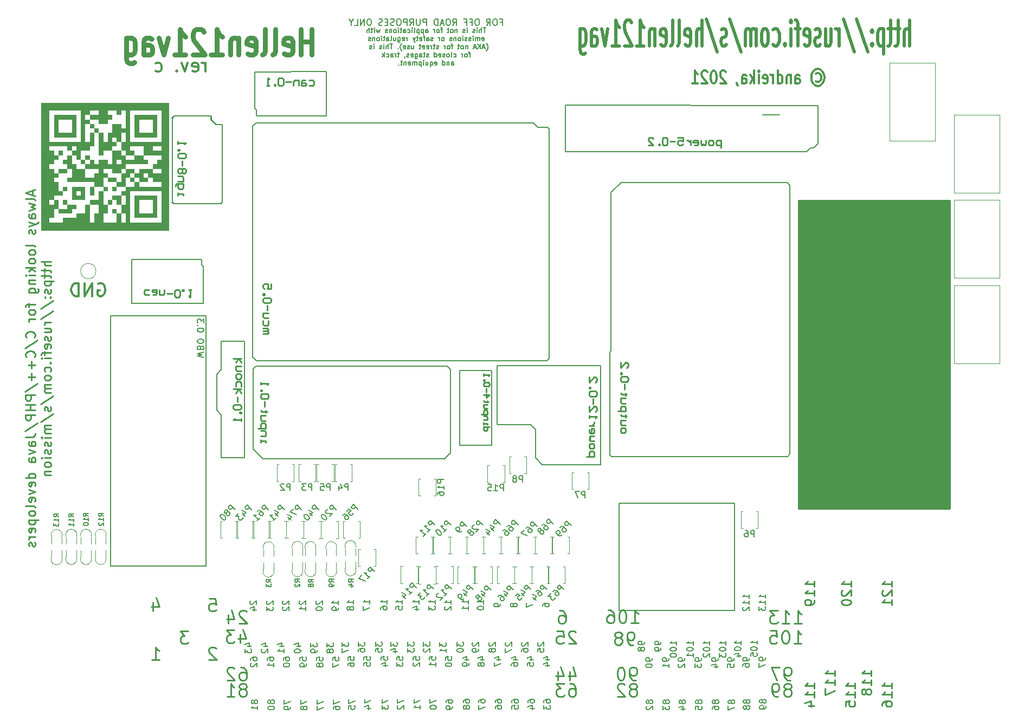
<source format=gbo>
G75*
G70*
%OFA0B0*%
%FSLAX25Y25*%
%IPPOS*%
%LPD*%
%AMOC8*
5,1,8,0,0,1.08239X$1,22.5*
%
%ADD10C,0.01969*%
%ADD123C,0.02953*%
%ADD141C,0.01500*%
%ADD159C,0.00390*%
%ADD175C,0.00472*%
%ADD183C,0.00500*%
%ADD238C,0.00591*%
%ADD250C,0.00984*%
%ADD260C,0.01000*%
%ADD57C,0.01200*%
%ADD65C,0.01181*%
%ADD66C,0.00787*%
X0000000Y0000000D02*
%LPD*%
G01*
D141*
X0490945Y0330709D02*
X0583071Y0330709D01*
X0583071Y0330709D02*
X0583071Y0141732D01*
X0583071Y0141732D02*
X0490945Y0141732D01*
X0490945Y0141732D02*
X0490945Y0330709D01*
G36*
X0490945Y0330709D02*
G01*
X0583071Y0330709D01*
X0583071Y0141732D01*
X0490945Y0141732D01*
X0490945Y0330709D01*
G37*
D250*
X0500250Y0093484D02*
X0500250Y0096859D01*
X0500250Y0095172D02*
X0494345Y0095172D01*
X0495188Y0095734D01*
X0495751Y0096296D01*
X0496032Y0096859D01*
X0500250Y0087860D02*
X0500250Y0091235D01*
X0500250Y0089547D02*
X0494345Y0089547D01*
X0495188Y0090110D01*
X0495751Y0090672D01*
X0496032Y0091235D01*
X0500250Y0085048D02*
X0500250Y0083923D01*
X0499969Y0083361D01*
X0499688Y0083079D01*
X0498844Y0082517D01*
X0497719Y0082236D01*
X0495470Y0082236D01*
X0494907Y0082517D01*
X0494626Y0082798D01*
X0494345Y0083361D01*
X0494345Y0084485D01*
X0494626Y0085048D01*
X0494907Y0085329D01*
X0495470Y0085610D01*
X0496876Y0085610D01*
X0497438Y0085329D01*
X0497719Y0085048D01*
X0498001Y0084485D01*
X0498001Y0083361D01*
X0497719Y0082798D01*
X0497438Y0082517D01*
X0496876Y0082236D01*
X0547750Y0093484D02*
X0547750Y0096859D01*
X0547750Y0095172D02*
X0541845Y0095172D01*
X0542688Y0095734D01*
X0543251Y0096296D01*
X0543532Y0096859D01*
X0542407Y0091235D02*
X0542126Y0090953D01*
X0541845Y0090391D01*
X0541845Y0088985D01*
X0542126Y0088422D01*
X0542407Y0088141D01*
X0542970Y0087860D01*
X0543532Y0087860D01*
X0544376Y0088141D01*
X0547750Y0091516D01*
X0547750Y0087860D01*
X0547750Y0082236D02*
X0547750Y0085610D01*
X0547750Y0083923D02*
X0541845Y0083923D01*
X0542688Y0084485D01*
X0543251Y0085048D01*
X0543532Y0085610D01*
X0547750Y0030984D02*
X0547750Y0034359D01*
X0547750Y0032672D02*
X0541845Y0032672D01*
X0542688Y0033234D01*
X0543251Y0033796D01*
X0543532Y0034359D01*
X0547750Y0025360D02*
X0547750Y0028735D01*
X0547750Y0027047D02*
X0541845Y0027047D01*
X0542688Y0027610D01*
X0543251Y0028172D01*
X0543532Y0028735D01*
X0541845Y0020298D02*
X0541845Y0021423D01*
X0542126Y0021985D01*
X0542407Y0022267D01*
X0543251Y0022829D01*
X0544376Y0023110D01*
X0546625Y0023110D01*
X0547188Y0022829D01*
X0547469Y0022548D01*
X0547750Y0021985D01*
X0547750Y0020861D01*
X0547469Y0020298D01*
X0547188Y0020017D01*
X0546625Y0019736D01*
X0545219Y0019736D01*
X0544657Y0020017D01*
X0544376Y0020298D01*
X0544094Y0020861D01*
X0544094Y0021985D01*
X0544376Y0022548D01*
X0544657Y0022829D01*
X0545219Y0023110D01*
X0525250Y0030984D02*
X0525250Y0034359D01*
X0525250Y0032672D02*
X0519345Y0032672D01*
X0520188Y0033234D01*
X0520751Y0033796D01*
X0521032Y0034359D01*
X0525250Y0025360D02*
X0525250Y0028735D01*
X0525250Y0027047D02*
X0519345Y0027047D01*
X0520188Y0027610D01*
X0520751Y0028172D01*
X0521032Y0028735D01*
X0519345Y0020017D02*
X0519345Y0022829D01*
X0522157Y0023110D01*
X0521876Y0022829D01*
X0521594Y0022267D01*
X0521594Y0020861D01*
X0521876Y0020298D01*
X0522157Y0020017D01*
X0522719Y0019736D01*
X0524125Y0019736D01*
X0524688Y0020017D01*
X0524969Y0020298D01*
X0525250Y0020861D01*
X0525250Y0022267D01*
X0524969Y0022829D01*
X0524688Y0023110D01*
X0535250Y0038484D02*
X0535250Y0041859D01*
X0535250Y0040172D02*
X0529345Y0040172D01*
X0530188Y0040734D01*
X0530751Y0041296D01*
X0531032Y0041859D01*
X0535250Y0032860D02*
X0535250Y0036235D01*
X0535250Y0034547D02*
X0529345Y0034547D01*
X0530188Y0035110D01*
X0530751Y0035672D01*
X0531032Y0036235D01*
X0531876Y0029485D02*
X0531594Y0030048D01*
X0531313Y0030329D01*
X0530751Y0030610D01*
X0530470Y0030610D01*
X0529907Y0030329D01*
X0529626Y0030048D01*
X0529345Y0029485D01*
X0529345Y0028361D01*
X0529626Y0027798D01*
X0529907Y0027517D01*
X0530470Y0027236D01*
X0530751Y0027236D01*
X0531313Y0027517D01*
X0531594Y0027798D01*
X0531876Y0028361D01*
X0531876Y0029485D01*
X0532157Y0030048D01*
X0532438Y0030329D01*
X0533001Y0030610D01*
X0534125Y0030610D01*
X0534688Y0030329D01*
X0534969Y0030048D01*
X0535250Y0029485D01*
X0535250Y0028361D01*
X0534969Y0027798D01*
X0534688Y0027517D01*
X0534125Y0027236D01*
X0533001Y0027236D01*
X0532438Y0027517D01*
X0532157Y0027798D01*
X0531876Y0028361D01*
X0522750Y0093484D02*
X0522750Y0096859D01*
X0522750Y0095172D02*
X0516845Y0095172D01*
X0517688Y0095734D01*
X0518251Y0096296D01*
X0518532Y0096859D01*
X0517407Y0091235D02*
X0517126Y0090953D01*
X0516845Y0090391D01*
X0516845Y0088985D01*
X0517126Y0088422D01*
X0517407Y0088141D01*
X0517970Y0087860D01*
X0518532Y0087860D01*
X0519376Y0088141D01*
X0522750Y0091516D01*
X0522750Y0087860D01*
X0516845Y0084204D02*
X0516845Y0083642D01*
X0517126Y0083079D01*
X0517407Y0082798D01*
X0517970Y0082517D01*
X0519094Y0082236D01*
X0520501Y0082236D01*
X0521625Y0082517D01*
X0522188Y0082798D01*
X0522469Y0083079D01*
X0522750Y0083642D01*
X0522750Y0084204D01*
X0522469Y0084767D01*
X0522188Y0085048D01*
X0521625Y0085329D01*
X0520501Y0085610D01*
X0519094Y0085610D01*
X0517970Y0085329D01*
X0517407Y0085048D01*
X0517126Y0084767D01*
X0516845Y0084204D01*
X0512750Y0038484D02*
X0512750Y0041859D01*
X0512750Y0040172D02*
X0506845Y0040172D01*
X0507688Y0040734D01*
X0508251Y0041296D01*
X0508532Y0041859D01*
X0512750Y0032860D02*
X0512750Y0036235D01*
X0512750Y0034547D02*
X0506845Y0034547D01*
X0507688Y0035110D01*
X0508251Y0035672D01*
X0508532Y0036235D01*
X0506845Y0030891D02*
X0506845Y0026954D01*
X0512750Y0029485D01*
X0500250Y0030984D02*
X0500250Y0034359D01*
X0500250Y0032672D02*
X0494345Y0032672D01*
X0495188Y0033234D01*
X0495751Y0033796D01*
X0496032Y0034359D01*
X0500250Y0025360D02*
X0500250Y0028735D01*
X0500250Y0027047D02*
X0494345Y0027047D01*
X0495188Y0027610D01*
X0495751Y0028172D01*
X0496032Y0028735D01*
X0496313Y0020298D02*
X0500250Y0020298D01*
X0494064Y0021704D02*
X0498282Y0023110D01*
X0498282Y0019454D01*
X0484578Y0030485D02*
X0485328Y0030860D01*
X0485703Y0031235D01*
X0486078Y0031984D01*
X0486078Y0032359D01*
X0485703Y0033109D01*
X0485328Y0033484D01*
X0484578Y0033859D01*
X0483078Y0033859D01*
X0482328Y0033484D01*
X0481954Y0033109D01*
X0481579Y0032359D01*
X0481579Y0031984D01*
X0481954Y0031235D01*
X0482328Y0030860D01*
X0483078Y0030485D01*
X0484578Y0030485D01*
X0485328Y0030110D01*
X0485703Y0029735D01*
X0486078Y0028985D01*
X0486078Y0027485D01*
X0485703Y0026735D01*
X0485328Y0026360D01*
X0484578Y0025985D01*
X0483078Y0025985D01*
X0482328Y0026360D01*
X0481954Y0026735D01*
X0481579Y0027485D01*
X0481579Y0028985D01*
X0481954Y0029735D01*
X0482328Y0030110D01*
X0483078Y0030485D01*
X0477829Y0025985D02*
X0476329Y0025985D01*
X0475579Y0026360D01*
X0475204Y0026735D01*
X0474454Y0027860D01*
X0474079Y0029360D01*
X0474079Y0032359D01*
X0474454Y0033109D01*
X0474829Y0033484D01*
X0475579Y0033859D01*
X0477079Y0033859D01*
X0477829Y0033484D01*
X0478204Y0033109D01*
X0478579Y0032359D01*
X0478579Y0030485D01*
X0478204Y0029735D01*
X0477829Y0029360D01*
X0477079Y0028985D01*
X0475579Y0028985D01*
X0474829Y0029360D01*
X0474454Y0029735D01*
X0474079Y0030485D01*
X0485328Y0035985D02*
X0483828Y0035985D01*
X0483078Y0036360D01*
X0482703Y0036735D01*
X0481954Y0037860D01*
X0481579Y0039360D01*
X0481579Y0042359D01*
X0481954Y0043109D01*
X0482328Y0043484D01*
X0483078Y0043859D01*
X0484578Y0043859D01*
X0485328Y0043484D01*
X0485703Y0043109D01*
X0486078Y0042359D01*
X0486078Y0040485D01*
X0485703Y0039735D01*
X0485328Y0039360D01*
X0484578Y0038985D01*
X0483078Y0038985D01*
X0482328Y0039360D01*
X0481954Y0039735D01*
X0481579Y0040485D01*
X0478954Y0043859D02*
X0473705Y0043859D01*
X0477079Y0035985D01*
X0487730Y0058544D02*
X0492229Y0058544D01*
X0489979Y0058544D02*
X0489979Y0066418D01*
X0490729Y0065293D01*
X0491479Y0064543D01*
X0492229Y0064169D01*
X0482855Y0066418D02*
X0482105Y0066418D01*
X0481355Y0066043D01*
X0480981Y0065668D01*
X0480606Y0064918D01*
X0480231Y0063419D01*
X0480231Y0061544D01*
X0480606Y0060044D01*
X0480981Y0059294D01*
X0481355Y0058919D01*
X0482105Y0058544D01*
X0482855Y0058544D01*
X0483605Y0058919D01*
X0483980Y0059294D01*
X0484355Y0060044D01*
X0484730Y0061544D01*
X0484730Y0063419D01*
X0484355Y0064918D01*
X0483980Y0065668D01*
X0483605Y0066043D01*
X0482855Y0066418D01*
X0473106Y0066418D02*
X0476856Y0066418D01*
X0477231Y0062669D01*
X0476856Y0063044D01*
X0476106Y0063419D01*
X0474231Y0063419D01*
X0473481Y0063044D01*
X0473106Y0062669D01*
X0472732Y0061919D01*
X0472732Y0060044D01*
X0473106Y0059294D01*
X0473481Y0058919D01*
X0474231Y0058544D01*
X0476106Y0058544D01*
X0476856Y0058919D01*
X0477231Y0059294D01*
X0487828Y0070985D02*
X0492328Y0070985D01*
X0490078Y0070985D02*
X0490078Y0078859D01*
X0490828Y0077734D01*
X0491578Y0076984D01*
X0492328Y0076609D01*
X0480329Y0070985D02*
X0484828Y0070985D01*
X0482579Y0070985D02*
X0482579Y0078859D01*
X0483329Y0077734D01*
X0484079Y0076984D01*
X0484828Y0076609D01*
X0477704Y0078859D02*
X0472830Y0078859D01*
X0475455Y0075860D01*
X0474330Y0075860D01*
X0473580Y0075485D01*
X0473205Y0075110D01*
X0472830Y0074360D01*
X0472830Y0072485D01*
X0473205Y0071735D01*
X0473580Y0071360D01*
X0474330Y0070985D01*
X0476579Y0070985D01*
X0477329Y0071360D01*
X0477704Y0071735D01*
X0389578Y0030485D02*
X0390328Y0030860D01*
X0390703Y0031235D01*
X0391078Y0031984D01*
X0391078Y0032359D01*
X0390703Y0033109D01*
X0390328Y0033484D01*
X0389578Y0033859D01*
X0388078Y0033859D01*
X0387328Y0033484D01*
X0386954Y0033109D01*
X0386579Y0032359D01*
X0386579Y0031984D01*
X0386954Y0031235D01*
X0387328Y0030860D01*
X0388078Y0030485D01*
X0389578Y0030485D01*
X0390328Y0030110D01*
X0390703Y0029735D01*
X0391078Y0028985D01*
X0391078Y0027485D01*
X0390703Y0026735D01*
X0390328Y0026360D01*
X0389578Y0025985D01*
X0388078Y0025985D01*
X0387328Y0026360D01*
X0386954Y0026735D01*
X0386579Y0027485D01*
X0386579Y0028985D01*
X0386954Y0029735D01*
X0387328Y0030110D01*
X0388078Y0030485D01*
X0383579Y0033109D02*
X0383204Y0033484D01*
X0382454Y0033859D01*
X0380579Y0033859D01*
X0379829Y0033484D01*
X0379454Y0033109D01*
X0379079Y0032359D01*
X0379079Y0031609D01*
X0379454Y0030485D01*
X0383954Y0025985D01*
X0379079Y0025985D01*
X0390328Y0035985D02*
X0388828Y0035985D01*
X0388078Y0036360D01*
X0387703Y0036735D01*
X0386954Y0037860D01*
X0386579Y0039360D01*
X0386579Y0042359D01*
X0386954Y0043109D01*
X0387328Y0043484D01*
X0388078Y0043859D01*
X0389578Y0043859D01*
X0390328Y0043484D01*
X0390703Y0043109D01*
X0391078Y0042359D01*
X0391078Y0040485D01*
X0390703Y0039735D01*
X0390328Y0039360D01*
X0389578Y0038985D01*
X0388078Y0038985D01*
X0387328Y0039360D01*
X0386954Y0039735D01*
X0386579Y0040485D01*
X0381704Y0043859D02*
X0380954Y0043859D01*
X0380204Y0043484D01*
X0379829Y0043109D01*
X0379454Y0042359D01*
X0379079Y0040860D01*
X0379079Y0038985D01*
X0379454Y0037485D01*
X0379829Y0036735D01*
X0380204Y0036360D01*
X0380954Y0035985D01*
X0381704Y0035985D01*
X0382454Y0036360D01*
X0382829Y0036735D01*
X0383204Y0037485D01*
X0383579Y0038985D01*
X0383579Y0040860D01*
X0383204Y0042359D01*
X0382829Y0043109D01*
X0382454Y0043484D01*
X0381704Y0043859D01*
X0388753Y0057698D02*
X0387253Y0057698D01*
X0386504Y0058073D01*
X0386129Y0058448D01*
X0385379Y0059573D01*
X0385004Y0061072D01*
X0385004Y0064072D01*
X0385379Y0064822D01*
X0385754Y0065197D01*
X0386504Y0065572D01*
X0388003Y0065572D01*
X0388753Y0065197D01*
X0389128Y0064822D01*
X0389503Y0064072D01*
X0389503Y0062197D01*
X0389128Y0061447D01*
X0388753Y0061072D01*
X0388003Y0060697D01*
X0386504Y0060697D01*
X0385754Y0061072D01*
X0385379Y0061447D01*
X0385004Y0062197D01*
X0380504Y0062197D02*
X0381254Y0062572D01*
X0381629Y0062947D01*
X0382004Y0063697D01*
X0382004Y0064072D01*
X0381629Y0064822D01*
X0381254Y0065197D01*
X0380504Y0065572D01*
X0379004Y0065572D01*
X0378255Y0065197D01*
X0377880Y0064822D01*
X0377505Y0064072D01*
X0377505Y0063697D01*
X0377880Y0062947D01*
X0378255Y0062572D01*
X0379004Y0062197D01*
X0380504Y0062197D01*
X0381254Y0061822D01*
X0381629Y0061447D01*
X0382004Y0060697D01*
X0382004Y0059198D01*
X0381629Y0058448D01*
X0381254Y0058073D01*
X0380504Y0057698D01*
X0379004Y0057698D01*
X0378255Y0058073D01*
X0377880Y0058448D01*
X0377505Y0059198D01*
X0377505Y0060697D01*
X0377880Y0061447D01*
X0378255Y0061822D01*
X0379004Y0062197D01*
X0387628Y0071185D02*
X0392128Y0071185D01*
X0389878Y0071185D02*
X0389878Y0079059D01*
X0390628Y0077934D01*
X0391378Y0077184D01*
X0392128Y0076809D01*
X0382754Y0079059D02*
X0382004Y0079059D01*
X0381254Y0078684D01*
X0380879Y0078309D01*
X0380504Y0077559D01*
X0380129Y0076060D01*
X0380129Y0074185D01*
X0380504Y0072685D01*
X0380879Y0071935D01*
X0381254Y0071560D01*
X0382004Y0071185D01*
X0382754Y0071185D01*
X0383504Y0071560D01*
X0383879Y0071935D01*
X0384254Y0072685D01*
X0384628Y0074185D01*
X0384628Y0076060D01*
X0384254Y0077559D01*
X0383879Y0078309D01*
X0383504Y0078684D01*
X0382754Y0079059D01*
X0373380Y0079059D02*
X0374880Y0079059D01*
X0375630Y0078684D01*
X0376005Y0078309D01*
X0376754Y0077184D01*
X0377129Y0075685D01*
X0377129Y0072685D01*
X0376754Y0071935D01*
X0376379Y0071560D01*
X0375630Y0071185D01*
X0374130Y0071185D01*
X0373380Y0071560D01*
X0373005Y0071935D01*
X0372630Y0072685D01*
X0372630Y0074560D01*
X0373005Y0075310D01*
X0373380Y0075685D01*
X0374130Y0076060D01*
X0375630Y0076060D01*
X0376379Y0075685D01*
X0376754Y0075310D01*
X0377129Y0074560D01*
X0349828Y0033859D02*
X0351328Y0033859D01*
X0352078Y0033484D01*
X0352453Y0033109D01*
X0353203Y0031984D01*
X0353578Y0030485D01*
X0353578Y0027485D01*
X0353203Y0026735D01*
X0352828Y0026360D01*
X0352078Y0025985D01*
X0350578Y0025985D01*
X0349828Y0026360D01*
X0349454Y0026735D01*
X0349079Y0027485D01*
X0349079Y0029360D01*
X0349454Y0030110D01*
X0349828Y0030485D01*
X0350578Y0030860D01*
X0352078Y0030860D01*
X0352828Y0030485D01*
X0353203Y0030110D01*
X0353578Y0029360D01*
X0346454Y0033859D02*
X0341579Y0033859D01*
X0344204Y0030860D01*
X0343079Y0030860D01*
X0342329Y0030485D01*
X0341954Y0030110D01*
X0341579Y0029360D01*
X0341579Y0027485D01*
X0341954Y0026735D01*
X0342329Y0026360D01*
X0343079Y0025985D01*
X0345329Y0025985D01*
X0346079Y0026360D01*
X0346454Y0026735D01*
X0349828Y0041235D02*
X0349828Y0035985D01*
X0351703Y0044234D02*
X0353578Y0038610D01*
X0348704Y0038610D01*
X0342329Y0041235D02*
X0342329Y0035985D01*
X0344204Y0044234D02*
X0346079Y0038610D01*
X0341205Y0038610D01*
X0353578Y0065609D02*
X0353203Y0065984D01*
X0352453Y0066359D01*
X0350578Y0066359D01*
X0349828Y0065984D01*
X0349454Y0065609D01*
X0349079Y0064859D01*
X0349079Y0064109D01*
X0349454Y0062985D01*
X0353953Y0058485D01*
X0349079Y0058485D01*
X0341954Y0066359D02*
X0345704Y0066359D01*
X0346079Y0062610D01*
X0345704Y0062985D01*
X0344954Y0063360D01*
X0343079Y0063360D01*
X0342329Y0062985D01*
X0341954Y0062610D01*
X0341579Y0061860D01*
X0341579Y0059985D01*
X0341954Y0059235D01*
X0342329Y0058860D01*
X0343079Y0058485D01*
X0344954Y0058485D01*
X0345704Y0058860D01*
X0346079Y0059235D01*
X0343579Y0078859D02*
X0345079Y0078859D01*
X0345829Y0078484D01*
X0346204Y0078109D01*
X0346954Y0076984D01*
X0347328Y0075485D01*
X0347328Y0072485D01*
X0346954Y0071735D01*
X0346579Y0071360D01*
X0345829Y0070985D01*
X0344329Y0070985D01*
X0343579Y0071360D01*
X0343204Y0071735D01*
X0342829Y0072485D01*
X0342829Y0074360D01*
X0343204Y0075110D01*
X0343579Y0075485D01*
X0344329Y0075860D01*
X0345829Y0075860D01*
X0346579Y0075485D01*
X0346954Y0075110D01*
X0347328Y0074360D01*
X0128204Y0086359D02*
X0131954Y0086359D01*
X0132328Y0082610D01*
X0131954Y0082985D01*
X0131204Y0083360D01*
X0129329Y0083360D01*
X0128579Y0082985D01*
X0128204Y0082610D01*
X0127829Y0081860D01*
X0127829Y0079985D01*
X0128204Y0079235D01*
X0128579Y0078860D01*
X0129329Y0078485D01*
X0131204Y0078485D01*
X0131954Y0078860D01*
X0132328Y0079235D01*
X0093579Y0083735D02*
X0093579Y0078485D01*
X0095454Y0086734D02*
X0097328Y0081110D01*
X0092454Y0081110D01*
X0115203Y0066359D02*
X0110329Y0066359D01*
X0112954Y0063360D01*
X0111829Y0063360D01*
X0111079Y0062985D01*
X0110704Y0062610D01*
X0110329Y0061860D01*
X0110329Y0059985D01*
X0110704Y0059235D01*
X0111079Y0058860D01*
X0111829Y0058485D01*
X0114079Y0058485D01*
X0114828Y0058860D01*
X0115203Y0059235D01*
X0132328Y0055609D02*
X0131954Y0055984D01*
X0131204Y0056359D01*
X0129329Y0056359D01*
X0128579Y0055984D01*
X0128204Y0055609D01*
X0127829Y0054859D01*
X0127829Y0054109D01*
X0128204Y0052985D01*
X0132703Y0048485D01*
X0127829Y0048485D01*
X0092829Y0048485D02*
X0097328Y0048485D01*
X0095079Y0048485D02*
X0095079Y0056359D01*
X0095829Y0055234D01*
X0096579Y0054484D01*
X0097328Y0054109D01*
X0149578Y0030485D02*
X0150328Y0030860D01*
X0150703Y0031235D01*
X0151078Y0031984D01*
X0151078Y0032359D01*
X0150703Y0033109D01*
X0150328Y0033484D01*
X0149578Y0033859D01*
X0148078Y0033859D01*
X0147328Y0033484D01*
X0146954Y0033109D01*
X0146579Y0032359D01*
X0146579Y0031984D01*
X0146954Y0031235D01*
X0147328Y0030860D01*
X0148078Y0030485D01*
X0149578Y0030485D01*
X0150328Y0030110D01*
X0150703Y0029735D01*
X0151078Y0028985D01*
X0151078Y0027485D01*
X0150703Y0026735D01*
X0150328Y0026360D01*
X0149578Y0025985D01*
X0148078Y0025985D01*
X0147328Y0026360D01*
X0146954Y0026735D01*
X0146579Y0027485D01*
X0146579Y0028985D01*
X0146954Y0029735D01*
X0147328Y0030110D01*
X0148078Y0030485D01*
X0139079Y0025985D02*
X0143579Y0025985D01*
X0141329Y0025985D02*
X0141329Y0033859D01*
X0142079Y0032734D01*
X0142829Y0031984D01*
X0143579Y0031609D01*
X0147328Y0043859D02*
X0148828Y0043859D01*
X0149578Y0043484D01*
X0149953Y0043109D01*
X0150703Y0041984D01*
X0151078Y0040485D01*
X0151078Y0037485D01*
X0150703Y0036735D01*
X0150328Y0036360D01*
X0149578Y0035985D01*
X0148078Y0035985D01*
X0147328Y0036360D01*
X0146954Y0036735D01*
X0146579Y0037485D01*
X0146579Y0039360D01*
X0146954Y0040110D01*
X0147328Y0040485D01*
X0148078Y0040860D01*
X0149578Y0040860D01*
X0150328Y0040485D01*
X0150703Y0040110D01*
X0151078Y0039360D01*
X0143579Y0043109D02*
X0143204Y0043484D01*
X0142454Y0043859D01*
X0140579Y0043859D01*
X0139829Y0043484D01*
X0139454Y0043109D01*
X0139079Y0042359D01*
X0139079Y0041609D01*
X0139454Y0040485D01*
X0143954Y0035985D01*
X0139079Y0035985D01*
X0146982Y0064203D02*
X0146982Y0058954D01*
X0148857Y0067203D02*
X0150732Y0061578D01*
X0145857Y0061578D01*
X0143607Y0066828D02*
X0138733Y0066828D01*
X0141358Y0063828D01*
X0140233Y0063828D01*
X0139483Y0063453D01*
X0139108Y0063078D01*
X0138733Y0062328D01*
X0138733Y0060454D01*
X0139108Y0059704D01*
X0139483Y0059329D01*
X0140233Y0058954D01*
X0142483Y0058954D01*
X0143232Y0059329D01*
X0143607Y0059704D01*
X0151078Y0078109D02*
X0150703Y0078484D01*
X0149953Y0078859D01*
X0148078Y0078859D01*
X0147328Y0078484D01*
X0146954Y0078109D01*
X0146579Y0077359D01*
X0146579Y0076609D01*
X0146954Y0075485D01*
X0151453Y0070985D01*
X0146579Y0070985D01*
X0139829Y0076235D02*
X0139829Y0070985D01*
X0141704Y0079234D02*
X0143579Y0073610D01*
X0138705Y0073610D01*
D66*
X0209773Y0059250D02*
X0209773Y0056813D01*
X0211273Y0058125D01*
X0211273Y0057563D01*
X0211460Y0057188D01*
X0211648Y0057000D01*
X0212023Y0056813D01*
X0212960Y0056813D01*
X0213335Y0057000D01*
X0213523Y0057188D01*
X0213710Y0057563D01*
X0213710Y0058688D01*
X0213523Y0059063D01*
X0213335Y0059250D01*
X0209773Y0055501D02*
X0209773Y0052876D01*
X0213710Y0054563D01*
X0207537Y0082557D02*
X0207537Y0084807D01*
X0207537Y0083682D02*
X0203600Y0083682D01*
X0204162Y0084057D01*
X0204537Y0084432D01*
X0204725Y0084807D01*
X0207537Y0080682D02*
X0207537Y0079932D01*
X0207349Y0079557D01*
X0207162Y0079370D01*
X0206600Y0078995D01*
X0205850Y0078807D01*
X0204350Y0078807D01*
X0203975Y0078995D01*
X0203787Y0079182D01*
X0203600Y0079557D01*
X0203600Y0080307D01*
X0203787Y0080682D01*
X0203975Y0080870D01*
X0204350Y0081057D01*
X0205287Y0081057D01*
X0205662Y0080870D01*
X0205850Y0080682D01*
X0206037Y0080307D01*
X0206037Y0079557D01*
X0205850Y0079182D01*
X0205662Y0078995D01*
X0205287Y0078807D01*
X0455049Y0057900D02*
X0455049Y0060150D01*
X0455049Y0059025D02*
X0451112Y0059025D01*
X0451674Y0059400D01*
X0452049Y0059775D01*
X0452237Y0060150D01*
X0451112Y0055463D02*
X0451112Y0055088D01*
X0451299Y0054713D01*
X0451487Y0054526D01*
X0451862Y0054338D01*
X0452612Y0054151D01*
X0453549Y0054151D01*
X0454299Y0054338D01*
X0454674Y0054526D01*
X0454861Y0054713D01*
X0455049Y0055088D01*
X0455049Y0055463D01*
X0454861Y0055838D01*
X0454674Y0056026D01*
X0454299Y0056213D01*
X0453549Y0056400D01*
X0452612Y0056400D01*
X0451862Y0056213D01*
X0451487Y0056026D01*
X0451299Y0055838D01*
X0451112Y0055463D01*
X0452424Y0050776D02*
X0455049Y0050776D01*
X0450924Y0051714D02*
X0453736Y0052651D01*
X0453736Y0050214D01*
X0171448Y0056948D02*
X0174072Y0056948D01*
X0169948Y0057885D02*
X0172760Y0058822D01*
X0172760Y0056385D01*
X0174072Y0052823D02*
X0174072Y0055073D01*
X0174072Y0053948D02*
X0170135Y0053948D01*
X0170698Y0054323D01*
X0171073Y0054698D01*
X0171260Y0055073D01*
D65*
X0125816Y0410513D02*
X0125816Y0415762D01*
X0125816Y0414262D02*
X0125441Y0415012D01*
X0125066Y0415387D01*
X0124316Y0415762D01*
X0123566Y0415762D01*
X0117942Y0410888D02*
X0118691Y0410513D01*
X0120191Y0410513D01*
X0120941Y0410888D01*
X0121316Y0411638D01*
X0121316Y0414637D01*
X0120941Y0415387D01*
X0120191Y0415762D01*
X0118691Y0415762D01*
X0117942Y0415387D01*
X0117567Y0414637D01*
X0117567Y0413887D01*
X0121316Y0413137D01*
X0114942Y0415762D02*
X0113067Y0410513D01*
X0111192Y0415762D01*
X0108193Y0411263D02*
X0107818Y0410888D01*
X0108193Y0410513D01*
X0108568Y0410888D01*
X0108193Y0411263D01*
X0108193Y0410513D01*
X0095069Y0410888D02*
X0095819Y0410513D01*
X0097319Y0410513D01*
X0098069Y0410888D01*
X0098444Y0411263D01*
X0098819Y0412013D01*
X0098819Y0414262D01*
X0098444Y0415012D01*
X0098069Y0415387D01*
X0097319Y0415762D01*
X0095819Y0415762D01*
X0095069Y0415387D01*
D66*
X0458311Y0023273D02*
X0458123Y0023648D01*
X0457936Y0023836D01*
X0457561Y0024023D01*
X0457373Y0024023D01*
X0456999Y0023836D01*
X0456811Y0023648D01*
X0456624Y0023273D01*
X0456624Y0022523D01*
X0456811Y0022148D01*
X0456999Y0021961D01*
X0457373Y0021774D01*
X0457561Y0021774D01*
X0457936Y0021961D01*
X0458123Y0022148D01*
X0458311Y0022523D01*
X0458311Y0023273D01*
X0458498Y0023648D01*
X0458686Y0023836D01*
X0459061Y0024023D01*
X0459811Y0024023D01*
X0460186Y0023836D01*
X0460373Y0023648D01*
X0460561Y0023273D01*
X0460561Y0022523D01*
X0460373Y0022148D01*
X0460186Y0021961D01*
X0459811Y0021774D01*
X0459061Y0021774D01*
X0458686Y0021961D01*
X0458498Y0022148D01*
X0458311Y0022523D01*
X0458311Y0019524D02*
X0458123Y0019899D01*
X0457936Y0020086D01*
X0457561Y0020274D01*
X0457373Y0020274D01*
X0456999Y0020086D01*
X0456811Y0019899D01*
X0456624Y0019524D01*
X0456624Y0018774D01*
X0456811Y0018399D01*
X0456999Y0018211D01*
X0457373Y0018024D01*
X0457561Y0018024D01*
X0457936Y0018211D01*
X0458123Y0018399D01*
X0458311Y0018774D01*
X0458311Y0019524D01*
X0458498Y0019899D01*
X0458686Y0020086D01*
X0459061Y0020274D01*
X0459811Y0020274D01*
X0460186Y0020086D01*
X0460373Y0019899D01*
X0460561Y0019524D01*
X0460561Y0018774D01*
X0460373Y0018399D01*
X0460186Y0018211D01*
X0459811Y0018024D01*
X0459061Y0018024D01*
X0458686Y0018211D01*
X0458498Y0018399D01*
X0458311Y0018774D01*
X0173660Y0084807D02*
X0173472Y0084619D01*
X0173285Y0084244D01*
X0173285Y0083307D01*
X0173472Y0082932D01*
X0173660Y0082744D01*
X0174035Y0082557D01*
X0174410Y0082557D01*
X0174972Y0082744D01*
X0177222Y0084994D01*
X0177222Y0082557D01*
X0173660Y0081057D02*
X0173472Y0080870D01*
X0173285Y0080495D01*
X0173285Y0079557D01*
X0173472Y0079182D01*
X0173660Y0078995D01*
X0174035Y0078807D01*
X0174410Y0078807D01*
X0174972Y0078995D01*
X0177222Y0081245D01*
X0177222Y0078807D01*
X0233915Y0048493D02*
X0233915Y0050367D01*
X0235790Y0050555D01*
X0235602Y0050367D01*
X0235415Y0049992D01*
X0235415Y0049055D01*
X0235602Y0048680D01*
X0235790Y0048493D01*
X0236165Y0048305D01*
X0237102Y0048305D01*
X0237477Y0048493D01*
X0237664Y0048680D01*
X0237852Y0049055D01*
X0237852Y0049992D01*
X0237664Y0050367D01*
X0237477Y0050555D01*
X0235227Y0044930D02*
X0237852Y0044930D01*
X0233727Y0045868D02*
X0236540Y0046805D01*
X0236540Y0044368D01*
X0400450Y0049392D02*
X0400450Y0048642D01*
X0400263Y0048268D01*
X0400075Y0048080D01*
X0399513Y0047705D01*
X0398763Y0047518D01*
X0397263Y0047518D01*
X0396888Y0047705D01*
X0396701Y0047893D01*
X0396513Y0048268D01*
X0396513Y0049017D01*
X0396701Y0049392D01*
X0396888Y0049580D01*
X0397263Y0049767D01*
X0398201Y0049767D01*
X0398576Y0049580D01*
X0398763Y0049392D01*
X0398951Y0049017D01*
X0398951Y0048268D01*
X0398763Y0047893D01*
X0398576Y0047705D01*
X0398201Y0047518D01*
X0396513Y0045080D02*
X0396513Y0044705D01*
X0396701Y0044331D01*
X0396888Y0044143D01*
X0397263Y0043956D01*
X0398013Y0043768D01*
X0398951Y0043768D01*
X0399700Y0043956D01*
X0400075Y0044143D01*
X0400263Y0044331D01*
X0400450Y0044705D01*
X0400450Y0045080D01*
X0400263Y0045455D01*
X0400075Y0045643D01*
X0399700Y0045830D01*
X0398951Y0046018D01*
X0398013Y0046018D01*
X0397263Y0045830D01*
X0396888Y0045643D01*
X0396701Y0045455D01*
X0396513Y0045080D01*
X0294676Y0048680D02*
X0297301Y0048680D01*
X0293176Y0049617D02*
X0295988Y0050555D01*
X0295988Y0048118D01*
X0295051Y0046055D02*
X0294864Y0046430D01*
X0294676Y0046618D01*
X0294301Y0046805D01*
X0294114Y0046805D01*
X0293739Y0046618D01*
X0293551Y0046430D01*
X0293364Y0046055D01*
X0293364Y0045305D01*
X0293551Y0044930D01*
X0293739Y0044743D01*
X0294114Y0044555D01*
X0294301Y0044555D01*
X0294676Y0044743D01*
X0294864Y0044930D01*
X0295051Y0045305D01*
X0295051Y0046055D01*
X0295238Y0046430D01*
X0295426Y0046618D01*
X0295801Y0046805D01*
X0296551Y0046805D01*
X0296926Y0046618D01*
X0297113Y0046430D01*
X0297301Y0046055D01*
X0297301Y0045305D01*
X0297113Y0044930D01*
X0296926Y0044743D01*
X0296551Y0044555D01*
X0295801Y0044555D01*
X0295426Y0044743D01*
X0295238Y0044930D01*
X0295051Y0045305D01*
X0441001Y0049392D02*
X0441001Y0048642D01*
X0440814Y0048268D01*
X0440627Y0048080D01*
X0440064Y0047705D01*
X0439314Y0047518D01*
X0437814Y0047518D01*
X0437439Y0047705D01*
X0437252Y0047893D01*
X0437064Y0048268D01*
X0437064Y0049017D01*
X0437252Y0049392D01*
X0437439Y0049580D01*
X0437814Y0049767D01*
X0438752Y0049767D01*
X0439127Y0049580D01*
X0439314Y0049392D01*
X0439502Y0049017D01*
X0439502Y0048268D01*
X0439314Y0047893D01*
X0439127Y0047705D01*
X0438752Y0047518D01*
X0438377Y0044143D02*
X0441001Y0044143D01*
X0436877Y0045080D02*
X0439689Y0046018D01*
X0439689Y0043581D01*
D123*
X0191165Y0420723D02*
X0191165Y0436471D01*
X0191165Y0428972D02*
X0184416Y0428972D01*
X0184416Y0420723D02*
X0184416Y0436471D01*
X0174292Y0421473D02*
X0175417Y0420723D01*
X0177667Y0420723D01*
X0178792Y0421473D01*
X0179354Y0422973D01*
X0179354Y0428972D01*
X0178792Y0430472D01*
X0177667Y0431222D01*
X0175417Y0431222D01*
X0174292Y0430472D01*
X0173730Y0428972D01*
X0173730Y0427472D01*
X0179354Y0425972D01*
X0166981Y0420723D02*
X0168106Y0421473D01*
X0168668Y0422973D01*
X0168668Y0436471D01*
X0160794Y0420723D02*
X0161919Y0421473D01*
X0162481Y0422973D01*
X0162481Y0436471D01*
X0151795Y0421473D02*
X0152920Y0420723D01*
X0155170Y0420723D01*
X0156295Y0421473D01*
X0156857Y0422973D01*
X0156857Y0428972D01*
X0156295Y0430472D01*
X0155170Y0431222D01*
X0152920Y0431222D01*
X0151795Y0430472D01*
X0151233Y0428972D01*
X0151233Y0427472D01*
X0156857Y0425972D01*
X0146171Y0431222D02*
X0146171Y0420723D01*
X0146171Y0429722D02*
X0145609Y0430472D01*
X0144484Y0431222D01*
X0142796Y0431222D01*
X0141672Y0430472D01*
X0141109Y0428972D01*
X0141109Y0420723D01*
X0129298Y0420723D02*
X0136047Y0420723D01*
X0132673Y0420723D02*
X0132673Y0436471D01*
X0133798Y0434221D01*
X0134922Y0432722D01*
X0136047Y0431972D01*
X0124799Y0434971D02*
X0124236Y0435721D01*
X0123111Y0436471D01*
X0120299Y0436471D01*
X0119174Y0435721D01*
X0118612Y0434971D01*
X0118049Y0433472D01*
X0118049Y0431972D01*
X0118612Y0429722D01*
X0125361Y0420723D01*
X0118049Y0420723D01*
X0106801Y0420723D02*
X0113550Y0420723D01*
X0110175Y0420723D02*
X0110175Y0436471D01*
X0111300Y0434221D01*
X0112425Y0432722D01*
X0113550Y0431972D01*
X0102864Y0431222D02*
X0100052Y0420723D01*
X0097240Y0431222D01*
X0087678Y0420723D02*
X0087678Y0428972D01*
X0088241Y0430472D01*
X0089366Y0431222D01*
X0091615Y0431222D01*
X0092740Y0430472D01*
X0087678Y0421473D02*
X0088803Y0420723D01*
X0091615Y0420723D01*
X0092740Y0421473D01*
X0093303Y0422973D01*
X0093303Y0424473D01*
X0092740Y0425972D01*
X0091615Y0426722D01*
X0088803Y0426722D01*
X0087678Y0427472D01*
X0076992Y0431222D02*
X0076992Y0418473D01*
X0077555Y0416974D01*
X0078117Y0416224D01*
X0079242Y0415474D01*
X0080929Y0415474D01*
X0082054Y0416224D01*
X0076992Y0421473D02*
X0078117Y0420723D01*
X0080367Y0420723D01*
X0081492Y0421473D01*
X0082054Y0422223D01*
X0082616Y0423723D01*
X0082616Y0428222D01*
X0082054Y0429722D01*
X0081492Y0430472D01*
X0080367Y0431222D01*
X0078117Y0431222D01*
X0076992Y0430472D01*
D65*
X0059787Y0279839D02*
X0060537Y0280214D01*
X0061661Y0280214D01*
X0062786Y0279839D01*
X0063536Y0279089D01*
X0063911Y0278339D01*
X0064286Y0276839D01*
X0064286Y0275714D01*
X0063911Y0274214D01*
X0063536Y0273464D01*
X0062786Y0272714D01*
X0061661Y0272340D01*
X0060912Y0272340D01*
X0059787Y0272714D01*
X0059412Y0273089D01*
X0059412Y0275714D01*
X0060912Y0275714D01*
X0056037Y0272340D02*
X0056037Y0280214D01*
X0051538Y0272340D01*
X0051538Y0280214D01*
X0047788Y0272340D02*
X0047788Y0280214D01*
X0045913Y0280214D01*
X0044789Y0279839D01*
X0044039Y0279089D01*
X0043664Y0278339D01*
X0043289Y0276839D01*
X0043289Y0275714D01*
X0043664Y0274214D01*
X0044039Y0273464D01*
X0044789Y0272714D01*
X0045913Y0272340D01*
X0047788Y0272340D01*
D250*
X0019459Y0337388D02*
X0019459Y0334575D01*
X0021146Y0337950D02*
X0015240Y0335981D01*
X0021146Y0334013D01*
X0021146Y0331201D02*
X0020865Y0331763D01*
X0020302Y0332044D01*
X0015240Y0332044D01*
X0017209Y0329514D02*
X0021146Y0328389D01*
X0018334Y0327264D01*
X0021146Y0326139D01*
X0017209Y0325014D01*
X0021146Y0320233D02*
X0018053Y0320233D01*
X0017490Y0320515D01*
X0017209Y0321077D01*
X0017209Y0322202D01*
X0017490Y0322764D01*
X0020865Y0320233D02*
X0021146Y0320796D01*
X0021146Y0322202D01*
X0020865Y0322764D01*
X0020302Y0323046D01*
X0019740Y0323046D01*
X0019177Y0322764D01*
X0018896Y0322202D01*
X0018896Y0320796D01*
X0018615Y0320233D01*
X0017209Y0317984D02*
X0021146Y0316578D01*
X0017209Y0315172D02*
X0021146Y0316578D01*
X0022552Y0317140D01*
X0022833Y0317421D01*
X0023114Y0317984D01*
X0020865Y0313203D02*
X0021146Y0312641D01*
X0021146Y0311516D01*
X0020865Y0310953D01*
X0020302Y0310672D01*
X0020021Y0310672D01*
X0019459Y0310953D01*
X0019177Y0311516D01*
X0019177Y0312359D01*
X0018896Y0312922D01*
X0018334Y0313203D01*
X0018053Y0313203D01*
X0017490Y0312922D01*
X0017209Y0312359D01*
X0017209Y0311516D01*
X0017490Y0310953D01*
X0021146Y0302798D02*
X0020865Y0303361D01*
X0020302Y0303642D01*
X0015240Y0303642D01*
X0021146Y0299705D02*
X0020865Y0300267D01*
X0020584Y0300548D01*
X0020021Y0300830D01*
X0018334Y0300830D01*
X0017771Y0300548D01*
X0017490Y0300267D01*
X0017209Y0299705D01*
X0017209Y0298861D01*
X0017490Y0298299D01*
X0017771Y0298017D01*
X0018334Y0297736D01*
X0020021Y0297736D01*
X0020584Y0298017D01*
X0020865Y0298299D01*
X0021146Y0298861D01*
X0021146Y0299705D01*
X0021146Y0294362D02*
X0020865Y0294924D01*
X0020584Y0295205D01*
X0020021Y0295487D01*
X0018334Y0295487D01*
X0017771Y0295205D01*
X0017490Y0294924D01*
X0017209Y0294362D01*
X0017209Y0293518D01*
X0017490Y0292956D01*
X0017771Y0292674D01*
X0018334Y0292393D01*
X0020021Y0292393D01*
X0020584Y0292674D01*
X0020865Y0292956D01*
X0021146Y0293518D01*
X0021146Y0294362D01*
X0021146Y0289862D02*
X0015240Y0289862D01*
X0018896Y0289300D02*
X0021146Y0287612D01*
X0017209Y0287612D02*
X0019459Y0289862D01*
X0021146Y0285082D02*
X0017209Y0285082D01*
X0015240Y0285082D02*
X0015522Y0285363D01*
X0015803Y0285082D01*
X0015522Y0284800D01*
X0015240Y0285082D01*
X0015803Y0285082D01*
X0017209Y0282269D02*
X0021146Y0282269D01*
X0017771Y0282269D02*
X0017490Y0281988D01*
X0017209Y0281426D01*
X0017209Y0280582D01*
X0017490Y0280020D01*
X0018053Y0279738D01*
X0021146Y0279738D01*
X0017209Y0274395D02*
X0021990Y0274395D01*
X0022552Y0274677D01*
X0022833Y0274958D01*
X0023114Y0275520D01*
X0023114Y0276364D01*
X0022833Y0276926D01*
X0020865Y0274395D02*
X0021146Y0274958D01*
X0021146Y0276083D01*
X0020865Y0276645D01*
X0020584Y0276926D01*
X0020021Y0277208D01*
X0018334Y0277208D01*
X0017771Y0276926D01*
X0017490Y0276645D01*
X0017209Y0276083D01*
X0017209Y0274958D01*
X0017490Y0274395D01*
X0017209Y0267927D02*
X0017209Y0265678D01*
X0021146Y0267084D02*
X0016084Y0267084D01*
X0015522Y0266803D01*
X0015240Y0266240D01*
X0015240Y0265678D01*
X0021146Y0262866D02*
X0020865Y0263428D01*
X0020584Y0263709D01*
X0020021Y0263990D01*
X0018334Y0263990D01*
X0017771Y0263709D01*
X0017490Y0263428D01*
X0017209Y0262866D01*
X0017209Y0262022D01*
X0017490Y0261460D01*
X0017771Y0261178D01*
X0018334Y0260897D01*
X0020021Y0260897D01*
X0020584Y0261178D01*
X0020865Y0261460D01*
X0021146Y0262022D01*
X0021146Y0262866D01*
X0021146Y0258366D02*
X0017209Y0258366D01*
X0018334Y0258366D02*
X0017771Y0258085D01*
X0017490Y0257804D01*
X0017209Y0257241D01*
X0017209Y0256679D01*
X0020584Y0246836D02*
X0020865Y0247118D01*
X0021146Y0247961D01*
X0021146Y0248524D01*
X0020865Y0249367D01*
X0020302Y0249930D01*
X0019740Y0250211D01*
X0018615Y0250492D01*
X0017771Y0250492D01*
X0016647Y0250211D01*
X0016084Y0249930D01*
X0015522Y0249367D01*
X0015240Y0248524D01*
X0015240Y0247961D01*
X0015522Y0247118D01*
X0015803Y0246836D01*
X0014959Y0240087D02*
X0022552Y0245149D01*
X0020584Y0234744D02*
X0020865Y0235025D01*
X0021146Y0235869D01*
X0021146Y0236431D01*
X0020865Y0237275D01*
X0020302Y0237837D01*
X0019740Y0238119D01*
X0018615Y0238400D01*
X0017771Y0238400D01*
X0016647Y0238119D01*
X0016084Y0237837D01*
X0015522Y0237275D01*
X0015240Y0236431D01*
X0015240Y0235869D01*
X0015522Y0235025D01*
X0015803Y0234744D01*
X0018896Y0232213D02*
X0018896Y0227714D01*
X0021146Y0229963D02*
X0016647Y0229963D01*
X0018896Y0224902D02*
X0018896Y0220402D01*
X0021146Y0222652D02*
X0016647Y0222652D01*
X0014959Y0213372D02*
X0022552Y0218434D01*
X0021146Y0211403D02*
X0015240Y0211403D01*
X0015240Y0209154D01*
X0015522Y0208591D01*
X0015803Y0208310D01*
X0016365Y0208029D01*
X0017209Y0208029D01*
X0017771Y0208310D01*
X0018053Y0208591D01*
X0018334Y0209154D01*
X0018334Y0211403D01*
X0021146Y0205498D02*
X0015240Y0205498D01*
X0018053Y0205498D02*
X0018053Y0202123D01*
X0021146Y0202123D02*
X0015240Y0202123D01*
X0021146Y0199311D02*
X0015240Y0199311D01*
X0015240Y0197061D01*
X0015522Y0196499D01*
X0015803Y0196218D01*
X0016365Y0195936D01*
X0017209Y0195936D01*
X0017771Y0196218D01*
X0018053Y0196499D01*
X0018334Y0197061D01*
X0018334Y0199311D01*
X0014959Y0189187D02*
X0022552Y0194249D01*
X0015240Y0185531D02*
X0019459Y0185531D01*
X0020302Y0185813D01*
X0020865Y0186375D01*
X0021146Y0187219D01*
X0021146Y0187781D01*
X0021146Y0180188D02*
X0018053Y0180188D01*
X0017490Y0180470D01*
X0017209Y0181032D01*
X0017209Y0182157D01*
X0017490Y0182719D01*
X0020865Y0180188D02*
X0021146Y0180751D01*
X0021146Y0182157D01*
X0020865Y0182719D01*
X0020302Y0183001D01*
X0019740Y0183001D01*
X0019177Y0182719D01*
X0018896Y0182157D01*
X0018896Y0180751D01*
X0018615Y0180188D01*
X0017209Y0177939D02*
X0021146Y0176533D01*
X0017209Y0175127D01*
X0021146Y0170346D02*
X0018053Y0170346D01*
X0017490Y0170627D01*
X0017209Y0171190D01*
X0017209Y0172314D01*
X0017490Y0172877D01*
X0020865Y0170346D02*
X0021146Y0170908D01*
X0021146Y0172314D01*
X0020865Y0172877D01*
X0020302Y0173158D01*
X0019740Y0173158D01*
X0019177Y0172877D01*
X0018896Y0172314D01*
X0018896Y0170908D01*
X0018615Y0170346D01*
X0021146Y0160503D02*
X0015240Y0160503D01*
X0020865Y0160503D02*
X0021146Y0161066D01*
X0021146Y0162191D01*
X0020865Y0162753D01*
X0020584Y0163034D01*
X0020021Y0163316D01*
X0018334Y0163316D01*
X0017771Y0163034D01*
X0017490Y0162753D01*
X0017209Y0162191D01*
X0017209Y0161066D01*
X0017490Y0160503D01*
X0020865Y0155442D02*
X0021146Y0156004D01*
X0021146Y0157129D01*
X0020865Y0157691D01*
X0020302Y0157972D01*
X0018053Y0157972D01*
X0017490Y0157691D01*
X0017209Y0157129D01*
X0017209Y0156004D01*
X0017490Y0155442D01*
X0018053Y0155160D01*
X0018615Y0155160D01*
X0019177Y0157972D01*
X0017209Y0153192D02*
X0021146Y0151786D01*
X0017209Y0150380D01*
X0020865Y0145880D02*
X0021146Y0146443D01*
X0021146Y0147567D01*
X0020865Y0148130D01*
X0020302Y0148411D01*
X0018053Y0148411D01*
X0017490Y0148130D01*
X0017209Y0147567D01*
X0017209Y0146443D01*
X0017490Y0145880D01*
X0018053Y0145599D01*
X0018615Y0145599D01*
X0019177Y0148411D01*
X0021146Y0142224D02*
X0020865Y0142787D01*
X0020302Y0143068D01*
X0015240Y0143068D01*
X0021146Y0139131D02*
X0020865Y0139693D01*
X0020584Y0139975D01*
X0020021Y0140256D01*
X0018334Y0140256D01*
X0017771Y0139975D01*
X0017490Y0139693D01*
X0017209Y0139131D01*
X0017209Y0138287D01*
X0017490Y0137725D01*
X0017771Y0137444D01*
X0018334Y0137163D01*
X0020021Y0137163D01*
X0020584Y0137444D01*
X0020865Y0137725D01*
X0021146Y0138287D01*
X0021146Y0139131D01*
X0017209Y0134632D02*
X0023114Y0134632D01*
X0017490Y0134632D02*
X0017209Y0134069D01*
X0017209Y0132944D01*
X0017490Y0132382D01*
X0017771Y0132101D01*
X0018334Y0131819D01*
X0020021Y0131819D01*
X0020584Y0132101D01*
X0020865Y0132382D01*
X0021146Y0132944D01*
X0021146Y0134069D01*
X0020865Y0134632D01*
X0020865Y0127039D02*
X0021146Y0127601D01*
X0021146Y0128726D01*
X0020865Y0129289D01*
X0020302Y0129570D01*
X0018053Y0129570D01*
X0017490Y0129289D01*
X0017209Y0128726D01*
X0017209Y0127601D01*
X0017490Y0127039D01*
X0018053Y0126758D01*
X0018615Y0126758D01*
X0019177Y0129570D01*
X0021146Y0124227D02*
X0017209Y0124227D01*
X0018334Y0124227D02*
X0017771Y0123945D01*
X0017490Y0123664D01*
X0017209Y0123102D01*
X0017209Y0122539D01*
X0020865Y0120852D02*
X0021146Y0120290D01*
X0021146Y0119165D01*
X0020865Y0118602D01*
X0020302Y0118321D01*
X0020021Y0118321D01*
X0019459Y0118602D01*
X0019177Y0119165D01*
X0019177Y0120008D01*
X0018896Y0120571D01*
X0018334Y0120852D01*
X0018053Y0120852D01*
X0017490Y0120571D01*
X0017209Y0120008D01*
X0017209Y0119165D01*
X0017490Y0118602D01*
X0030654Y0293659D02*
X0024748Y0293659D01*
X0030654Y0291128D02*
X0027560Y0291128D01*
X0026998Y0291409D01*
X0026717Y0291971D01*
X0026717Y0292815D01*
X0026998Y0293377D01*
X0027279Y0293659D01*
X0026717Y0289159D02*
X0026717Y0286909D01*
X0024748Y0288316D02*
X0029810Y0288316D01*
X0030373Y0288034D01*
X0030654Y0287472D01*
X0030654Y0286909D01*
X0026717Y0285785D02*
X0026717Y0283535D01*
X0024748Y0284941D02*
X0029810Y0284941D01*
X0030373Y0284660D01*
X0030654Y0284097D01*
X0030654Y0283535D01*
X0026717Y0281566D02*
X0032622Y0281566D01*
X0026998Y0281566D02*
X0026717Y0281004D01*
X0026717Y0279879D01*
X0026998Y0279317D01*
X0027279Y0279035D01*
X0027842Y0278754D01*
X0029529Y0278754D01*
X0030091Y0279035D01*
X0030373Y0279317D01*
X0030654Y0279879D01*
X0030654Y0281004D01*
X0030373Y0281566D01*
X0030373Y0276505D02*
X0030654Y0275942D01*
X0030654Y0274817D01*
X0030373Y0274255D01*
X0029810Y0273974D01*
X0029529Y0273974D01*
X0028967Y0274255D01*
X0028685Y0274817D01*
X0028685Y0275661D01*
X0028404Y0276223D01*
X0027842Y0276505D01*
X0027560Y0276505D01*
X0026998Y0276223D01*
X0026717Y0275661D01*
X0026717Y0274817D01*
X0026998Y0274255D01*
X0030091Y0271443D02*
X0030373Y0271161D01*
X0030654Y0271443D01*
X0030373Y0271724D01*
X0030091Y0271443D01*
X0030654Y0271443D01*
X0026998Y0271443D02*
X0027279Y0271161D01*
X0027560Y0271443D01*
X0027279Y0271724D01*
X0026998Y0271443D01*
X0027560Y0271443D01*
X0024467Y0264412D02*
X0032060Y0269474D01*
X0024467Y0258226D02*
X0032060Y0263287D01*
X0030654Y0256257D02*
X0026717Y0256257D01*
X0027842Y0256257D02*
X0027279Y0255976D01*
X0026998Y0255695D01*
X0026717Y0255132D01*
X0026717Y0254570D01*
X0026717Y0250070D02*
X0030654Y0250070D01*
X0026717Y0252601D02*
X0029810Y0252601D01*
X0030373Y0252320D01*
X0030654Y0251758D01*
X0030654Y0250914D01*
X0030373Y0250352D01*
X0030091Y0250070D01*
X0030373Y0247539D02*
X0030654Y0246977D01*
X0030654Y0245852D01*
X0030373Y0245290D01*
X0029810Y0245008D01*
X0029529Y0245008D01*
X0028967Y0245290D01*
X0028685Y0245852D01*
X0028685Y0246696D01*
X0028404Y0247258D01*
X0027842Y0247539D01*
X0027560Y0247539D01*
X0026998Y0247258D01*
X0026717Y0246696D01*
X0026717Y0245852D01*
X0026998Y0245290D01*
X0030373Y0240228D02*
X0030654Y0240790D01*
X0030654Y0241915D01*
X0030373Y0242478D01*
X0029810Y0242759D01*
X0027560Y0242759D01*
X0026998Y0242478D01*
X0026717Y0241915D01*
X0026717Y0240790D01*
X0026998Y0240228D01*
X0027560Y0239947D01*
X0028123Y0239947D01*
X0028685Y0242759D01*
X0026717Y0238259D02*
X0026717Y0236010D01*
X0030654Y0237416D02*
X0025592Y0237416D01*
X0025030Y0237134D01*
X0024748Y0236572D01*
X0024748Y0236010D01*
X0030654Y0234041D02*
X0026717Y0234041D01*
X0024748Y0234041D02*
X0025030Y0234322D01*
X0025311Y0234041D01*
X0025030Y0233760D01*
X0024748Y0234041D01*
X0025311Y0234041D01*
X0030091Y0231229D02*
X0030373Y0230948D01*
X0030654Y0231229D01*
X0030373Y0231510D01*
X0030091Y0231229D01*
X0030654Y0231229D01*
X0030373Y0225886D02*
X0030654Y0226448D01*
X0030654Y0227573D01*
X0030373Y0228136D01*
X0030091Y0228417D01*
X0029529Y0228698D01*
X0027842Y0228698D01*
X0027279Y0228417D01*
X0026998Y0228136D01*
X0026717Y0227573D01*
X0026717Y0226448D01*
X0026998Y0225886D01*
X0030654Y0222511D02*
X0030373Y0223074D01*
X0030091Y0223355D01*
X0029529Y0223636D01*
X0027842Y0223636D01*
X0027279Y0223355D01*
X0026998Y0223074D01*
X0026717Y0222511D01*
X0026717Y0221668D01*
X0026998Y0221105D01*
X0027279Y0220824D01*
X0027842Y0220543D01*
X0029529Y0220543D01*
X0030091Y0220824D01*
X0030373Y0221105D01*
X0030654Y0221668D01*
X0030654Y0222511D01*
X0030654Y0218012D02*
X0026717Y0218012D01*
X0027279Y0218012D02*
X0026998Y0217731D01*
X0026717Y0217168D01*
X0026717Y0216325D01*
X0026998Y0215762D01*
X0027560Y0215481D01*
X0030654Y0215481D01*
X0027560Y0215481D02*
X0026998Y0215200D01*
X0026717Y0214637D01*
X0026717Y0213794D01*
X0026998Y0213231D01*
X0027560Y0212950D01*
X0030654Y0212950D01*
X0024467Y0205920D02*
X0032060Y0210981D01*
X0030373Y0204232D02*
X0030654Y0203670D01*
X0030654Y0202545D01*
X0030373Y0201983D01*
X0029810Y0201701D01*
X0029529Y0201701D01*
X0028967Y0201983D01*
X0028685Y0202545D01*
X0028685Y0203389D01*
X0028404Y0203951D01*
X0027842Y0204232D01*
X0027560Y0204232D01*
X0026998Y0203951D01*
X0026717Y0203389D01*
X0026717Y0202545D01*
X0026998Y0201983D01*
X0024467Y0194952D02*
X0032060Y0200014D01*
X0030654Y0192984D02*
X0026717Y0192984D01*
X0027279Y0192984D02*
X0026998Y0192702D01*
X0026717Y0192140D01*
X0026717Y0191296D01*
X0026998Y0190734D01*
X0027560Y0190453D01*
X0030654Y0190453D01*
X0027560Y0190453D02*
X0026998Y0190172D01*
X0026717Y0189609D01*
X0026717Y0188765D01*
X0026998Y0188203D01*
X0027560Y0187922D01*
X0030654Y0187922D01*
X0030654Y0185110D02*
X0026717Y0185110D01*
X0024748Y0185110D02*
X0025030Y0185391D01*
X0025311Y0185110D01*
X0025030Y0184828D01*
X0024748Y0185110D01*
X0025311Y0185110D01*
X0030373Y0182579D02*
X0030654Y0182016D01*
X0030654Y0180891D01*
X0030373Y0180329D01*
X0029810Y0180048D01*
X0029529Y0180048D01*
X0028967Y0180329D01*
X0028685Y0180891D01*
X0028685Y0181735D01*
X0028404Y0182298D01*
X0027842Y0182579D01*
X0027560Y0182579D01*
X0026998Y0182298D01*
X0026717Y0181735D01*
X0026717Y0180891D01*
X0026998Y0180329D01*
X0030373Y0177798D02*
X0030654Y0177236D01*
X0030654Y0176111D01*
X0030373Y0175548D01*
X0029810Y0175267D01*
X0029529Y0175267D01*
X0028967Y0175548D01*
X0028685Y0176111D01*
X0028685Y0176954D01*
X0028404Y0177517D01*
X0027842Y0177798D01*
X0027560Y0177798D01*
X0026998Y0177517D01*
X0026717Y0176954D01*
X0026717Y0176111D01*
X0026998Y0175548D01*
X0030654Y0172736D02*
X0026717Y0172736D01*
X0024748Y0172736D02*
X0025030Y0173017D01*
X0025311Y0172736D01*
X0025030Y0172455D01*
X0024748Y0172736D01*
X0025311Y0172736D01*
X0030654Y0169080D02*
X0030373Y0169643D01*
X0030091Y0169924D01*
X0029529Y0170205D01*
X0027842Y0170205D01*
X0027279Y0169924D01*
X0026998Y0169643D01*
X0026717Y0169080D01*
X0026717Y0168237D01*
X0026998Y0167674D01*
X0027279Y0167393D01*
X0027842Y0167112D01*
X0029529Y0167112D01*
X0030091Y0167393D01*
X0030373Y0167674D01*
X0030654Y0168237D01*
X0030654Y0169080D01*
X0026717Y0164581D02*
X0030654Y0164581D01*
X0027279Y0164581D02*
X0026998Y0164300D01*
X0026717Y0163737D01*
X0026717Y0162894D01*
X0026998Y0162331D01*
X0027560Y0162050D01*
X0030654Y0162050D01*
D66*
X0296907Y0082951D02*
X0296907Y0085200D01*
X0296907Y0084076D02*
X0292970Y0084076D01*
X0293532Y0084451D01*
X0293907Y0084825D01*
X0294095Y0085200D01*
X0292970Y0080514D02*
X0292970Y0080139D01*
X0293157Y0079764D01*
X0293345Y0079576D01*
X0293720Y0079389D01*
X0294470Y0079201D01*
X0295407Y0079201D01*
X0296157Y0079389D01*
X0296532Y0079576D01*
X0296720Y0079764D01*
X0296907Y0080139D01*
X0296907Y0080514D01*
X0296720Y0080888D01*
X0296532Y0081076D01*
X0296157Y0081263D01*
X0295407Y0081451D01*
X0294470Y0081451D01*
X0293720Y0081263D01*
X0293345Y0081076D01*
X0293157Y0080888D01*
X0292970Y0080514D01*
X0151369Y0056948D02*
X0153994Y0056948D01*
X0149869Y0057885D02*
X0152681Y0058822D01*
X0152681Y0056385D01*
X0150057Y0055260D02*
X0150057Y0052823D01*
X0151556Y0054136D01*
X0151556Y0053573D01*
X0151744Y0053198D01*
X0151931Y0053011D01*
X0152306Y0052823D01*
X0153244Y0052823D01*
X0153619Y0053011D01*
X0153806Y0053198D01*
X0153994Y0053573D01*
X0153994Y0054698D01*
X0153806Y0055073D01*
X0153619Y0055260D01*
X0323285Y0083513D02*
X0323285Y0080888D01*
X0327222Y0082576D01*
X0183915Y0048099D02*
X0183915Y0049974D01*
X0185790Y0050161D01*
X0185602Y0049974D01*
X0185415Y0049599D01*
X0185415Y0048661D01*
X0185602Y0048286D01*
X0185790Y0048099D01*
X0186165Y0047911D01*
X0187102Y0047911D01*
X0187477Y0048099D01*
X0187664Y0048286D01*
X0187852Y0048661D01*
X0187852Y0049599D01*
X0187664Y0049974D01*
X0187477Y0050161D01*
X0187852Y0046037D02*
X0187852Y0045287D01*
X0187664Y0044912D01*
X0187477Y0044724D01*
X0186915Y0044349D01*
X0186165Y0044162D01*
X0184665Y0044162D01*
X0184290Y0044349D01*
X0184102Y0044537D01*
X0183915Y0044912D01*
X0183915Y0045662D01*
X0184102Y0046037D01*
X0184290Y0046224D01*
X0184665Y0046412D01*
X0185602Y0046412D01*
X0185977Y0046224D01*
X0186165Y0046037D01*
X0186352Y0045662D01*
X0186352Y0044912D01*
X0186165Y0044537D01*
X0185977Y0044349D01*
X0185602Y0044162D01*
X0226828Y0082951D02*
X0226828Y0085200D01*
X0226828Y0084076D02*
X0222891Y0084076D01*
X0223454Y0084451D01*
X0223829Y0084825D01*
X0224016Y0085200D01*
X0222891Y0081638D02*
X0222891Y0079014D01*
X0226828Y0080701D01*
X0285227Y0048680D02*
X0287852Y0048680D01*
X0283727Y0049617D02*
X0286540Y0050555D01*
X0286540Y0048118D01*
X0287852Y0046430D02*
X0287852Y0045680D01*
X0287664Y0045305D01*
X0287477Y0045118D01*
X0286915Y0044743D01*
X0286165Y0044555D01*
X0284665Y0044555D01*
X0284290Y0044743D01*
X0284102Y0044930D01*
X0283915Y0045305D01*
X0283915Y0046055D01*
X0284102Y0046430D01*
X0284290Y0046618D01*
X0284665Y0046805D01*
X0285602Y0046805D01*
X0285977Y0046618D01*
X0286165Y0046430D01*
X0286352Y0046055D01*
X0286352Y0045305D01*
X0286165Y0044930D01*
X0285977Y0044743D01*
X0285602Y0044555D01*
X0246907Y0082951D02*
X0246907Y0085200D01*
X0246907Y0084076D02*
X0242970Y0084076D01*
X0243532Y0084451D01*
X0243907Y0084825D01*
X0244095Y0085200D01*
X0242970Y0079389D02*
X0242970Y0081263D01*
X0244845Y0081451D01*
X0244657Y0081263D01*
X0244470Y0080888D01*
X0244470Y0079951D01*
X0244657Y0079576D01*
X0244845Y0079389D01*
X0245220Y0079201D01*
X0246157Y0079201D01*
X0246532Y0079389D01*
X0246720Y0079576D01*
X0246907Y0079951D01*
X0246907Y0080888D01*
X0246720Y0081263D01*
X0246532Y0081451D01*
X0460167Y0049633D02*
X0460167Y0048883D01*
X0459979Y0048508D01*
X0459792Y0048320D01*
X0459229Y0047945D01*
X0458480Y0047758D01*
X0456980Y0047758D01*
X0456605Y0047945D01*
X0456417Y0048133D01*
X0456230Y0048508D01*
X0456230Y0049258D01*
X0456417Y0049633D01*
X0456605Y0049820D01*
X0456980Y0050008D01*
X0457917Y0050008D01*
X0458292Y0049820D01*
X0458480Y0049633D01*
X0458667Y0049258D01*
X0458667Y0048508D01*
X0458480Y0048133D01*
X0458292Y0047945D01*
X0457917Y0047758D01*
X0456230Y0044383D02*
X0456230Y0045133D01*
X0456417Y0045508D01*
X0456605Y0045696D01*
X0457167Y0046070D01*
X0457917Y0046258D01*
X0459417Y0046258D01*
X0459792Y0046070D01*
X0459979Y0045883D01*
X0460167Y0045508D01*
X0460167Y0044758D01*
X0459979Y0044383D01*
X0459792Y0044196D01*
X0459417Y0044008D01*
X0458480Y0044008D01*
X0458105Y0044196D01*
X0457917Y0044383D01*
X0457730Y0044758D01*
X0457730Y0045508D01*
X0457917Y0045883D01*
X0458105Y0046070D01*
X0458480Y0046258D01*
X0300432Y0059216D02*
X0300244Y0059029D01*
X0300057Y0058654D01*
X0300057Y0057716D01*
X0300244Y0057341D01*
X0300432Y0057154D01*
X0300807Y0056966D01*
X0301181Y0056966D01*
X0301744Y0057154D01*
X0303994Y0059404D01*
X0303994Y0056966D01*
X0301744Y0054717D02*
X0301556Y0055092D01*
X0301369Y0055279D01*
X0300994Y0055467D01*
X0300807Y0055467D01*
X0300432Y0055279D01*
X0300244Y0055092D01*
X0300057Y0054717D01*
X0300057Y0053967D01*
X0300244Y0053592D01*
X0300432Y0053404D01*
X0300807Y0053217D01*
X0300994Y0053217D01*
X0301369Y0053404D01*
X0301556Y0053592D01*
X0301744Y0053967D01*
X0301744Y0054717D01*
X0301931Y0055092D01*
X0302119Y0055279D01*
X0302494Y0055467D01*
X0303244Y0055467D01*
X0303619Y0055279D01*
X0303806Y0055092D01*
X0303994Y0054717D01*
X0303994Y0053967D01*
X0303806Y0053592D01*
X0303619Y0053404D01*
X0303244Y0053217D01*
X0302494Y0053217D01*
X0302119Y0053404D01*
X0301931Y0053592D01*
X0301744Y0053967D01*
X0200450Y0059010D02*
X0200450Y0056573D01*
X0201950Y0057885D01*
X0201950Y0057323D01*
X0202138Y0056948D01*
X0202325Y0056760D01*
X0202700Y0056573D01*
X0203637Y0056573D01*
X0204012Y0056760D01*
X0204200Y0056948D01*
X0204387Y0057323D01*
X0204387Y0058448D01*
X0204200Y0058822D01*
X0204012Y0059010D01*
X0202138Y0054323D02*
X0201950Y0054698D01*
X0201763Y0054885D01*
X0201388Y0055073D01*
X0201200Y0055073D01*
X0200825Y0054885D01*
X0200638Y0054698D01*
X0200450Y0054323D01*
X0200450Y0053573D01*
X0200638Y0053198D01*
X0200825Y0053011D01*
X0201200Y0052823D01*
X0201388Y0052823D01*
X0201763Y0053011D01*
X0201950Y0053198D01*
X0202138Y0053573D01*
X0202138Y0054323D01*
X0202325Y0054698D01*
X0202513Y0054885D01*
X0202888Y0055073D01*
X0203637Y0055073D01*
X0204012Y0054885D01*
X0204200Y0054698D01*
X0204387Y0054323D01*
X0204387Y0053573D01*
X0204200Y0053198D01*
X0204012Y0053011D01*
X0203637Y0052823D01*
X0202888Y0052823D01*
X0202513Y0053011D01*
X0202325Y0053198D01*
X0202138Y0053573D01*
X0273316Y0048339D02*
X0273316Y0050214D01*
X0275191Y0050401D01*
X0275004Y0050214D01*
X0274816Y0049839D01*
X0274816Y0048901D01*
X0275004Y0048526D01*
X0275191Y0048339D01*
X0275566Y0048151D01*
X0276504Y0048151D01*
X0276879Y0048339D01*
X0277066Y0048526D01*
X0277253Y0048901D01*
X0277253Y0049839D01*
X0277066Y0050214D01*
X0276879Y0050401D01*
X0273316Y0045714D02*
X0273316Y0045339D01*
X0273504Y0044964D01*
X0273691Y0044777D01*
X0274066Y0044589D01*
X0274816Y0044402D01*
X0275754Y0044402D01*
X0276504Y0044589D01*
X0276879Y0044777D01*
X0277066Y0044964D01*
X0277253Y0045339D01*
X0277253Y0045714D01*
X0277066Y0046089D01*
X0276879Y0046277D01*
X0276504Y0046464D01*
X0275754Y0046652D01*
X0274816Y0046652D01*
X0274066Y0046464D01*
X0273691Y0046277D01*
X0273504Y0046089D01*
X0273316Y0045714D01*
X0450844Y0049392D02*
X0450844Y0048642D01*
X0450657Y0048268D01*
X0450469Y0048080D01*
X0449907Y0047705D01*
X0449157Y0047518D01*
X0447657Y0047518D01*
X0447282Y0047705D01*
X0447094Y0047893D01*
X0446907Y0048268D01*
X0446907Y0049017D01*
X0447094Y0049392D01*
X0447282Y0049580D01*
X0447657Y0049767D01*
X0448594Y0049767D01*
X0448969Y0049580D01*
X0449157Y0049392D01*
X0449344Y0049017D01*
X0449344Y0048268D01*
X0449157Y0047893D01*
X0448969Y0047705D01*
X0448594Y0047518D01*
X0446907Y0043956D02*
X0446907Y0045830D01*
X0448782Y0046018D01*
X0448594Y0045830D01*
X0448407Y0045455D01*
X0448407Y0044518D01*
X0448594Y0044143D01*
X0448782Y0043956D01*
X0449157Y0043768D01*
X0450094Y0043768D01*
X0450469Y0043956D01*
X0450657Y0044143D01*
X0450844Y0044518D01*
X0450844Y0045455D01*
X0450657Y0045830D01*
X0450469Y0046018D01*
X0435883Y0057660D02*
X0435883Y0059910D01*
X0435883Y0058785D02*
X0431946Y0058785D01*
X0432509Y0059160D01*
X0432884Y0059535D01*
X0433071Y0059910D01*
X0431946Y0055223D02*
X0431946Y0054848D01*
X0432134Y0054473D01*
X0432321Y0054286D01*
X0432696Y0054098D01*
X0433446Y0053911D01*
X0434384Y0053911D01*
X0435133Y0054098D01*
X0435508Y0054286D01*
X0435696Y0054473D01*
X0435883Y0054848D01*
X0435883Y0055223D01*
X0435696Y0055598D01*
X0435508Y0055785D01*
X0435133Y0055973D01*
X0434384Y0056160D01*
X0433446Y0056160D01*
X0432696Y0055973D01*
X0432321Y0055785D01*
X0432134Y0055598D01*
X0431946Y0055223D01*
X0432321Y0052411D02*
X0432134Y0052223D01*
X0431946Y0051848D01*
X0431946Y0050911D01*
X0432134Y0050536D01*
X0432321Y0050349D01*
X0432696Y0050161D01*
X0433071Y0050161D01*
X0433634Y0050349D01*
X0435883Y0052598D01*
X0435883Y0050161D01*
D57*
X0501177Y0409169D02*
X0501748Y0409550D01*
X0502891Y0409550D01*
X0503462Y0409169D01*
X0504034Y0408407D01*
X0504319Y0407645D01*
X0504319Y0406121D01*
X0504034Y0405360D01*
X0503462Y0404598D01*
X0502891Y0404217D01*
X0501748Y0404217D01*
X0501177Y0404598D01*
X0502319Y0412217D02*
X0503748Y0411836D01*
X0505177Y0410693D01*
X0506034Y0408788D01*
X0506319Y0406883D01*
X0506034Y0404979D01*
X0505177Y0403074D01*
X0503748Y0401931D01*
X0502319Y0401550D01*
X0500891Y0401931D01*
X0499462Y0403074D01*
X0498605Y0404979D01*
X0498319Y0406883D01*
X0498605Y0408788D01*
X0499462Y0410693D01*
X0500891Y0411836D01*
X0502319Y0412217D01*
X0488605Y0403074D02*
X0488605Y0407264D01*
X0488891Y0408026D01*
X0489462Y0408407D01*
X0490605Y0408407D01*
X0491177Y0408026D01*
X0488605Y0403455D02*
X0489177Y0403074D01*
X0490605Y0403074D01*
X0491177Y0403455D01*
X0491462Y0404217D01*
X0491462Y0404979D01*
X0491177Y0405741D01*
X0490605Y0406121D01*
X0489177Y0406121D01*
X0488605Y0406502D01*
X0485748Y0408407D02*
X0485748Y0403074D01*
X0485748Y0407645D02*
X0485462Y0408026D01*
X0484891Y0408407D01*
X0484034Y0408407D01*
X0483462Y0408026D01*
X0483177Y0407264D01*
X0483177Y0403074D01*
X0477748Y0403074D02*
X0477748Y0411074D01*
X0477748Y0403455D02*
X0478319Y0403074D01*
X0479462Y0403074D01*
X0480034Y0403455D01*
X0480319Y0403836D01*
X0480605Y0404598D01*
X0480605Y0406883D01*
X0480319Y0407645D01*
X0480034Y0408026D01*
X0479462Y0408407D01*
X0478319Y0408407D01*
X0477748Y0408026D01*
X0474891Y0403074D02*
X0474891Y0408407D01*
X0474891Y0406883D02*
X0474605Y0407645D01*
X0474319Y0408026D01*
X0473748Y0408407D01*
X0473177Y0408407D01*
X0468891Y0403455D02*
X0469462Y0403074D01*
X0470605Y0403074D01*
X0471177Y0403455D01*
X0471462Y0404217D01*
X0471462Y0407264D01*
X0471177Y0408026D01*
X0470605Y0408407D01*
X0469462Y0408407D01*
X0468891Y0408026D01*
X0468605Y0407264D01*
X0468605Y0406502D01*
X0471462Y0405741D01*
X0466034Y0403074D02*
X0466034Y0408407D01*
X0466034Y0411074D02*
X0466319Y0410693D01*
X0466034Y0410312D01*
X0465748Y0410693D01*
X0466034Y0411074D01*
X0466034Y0410312D01*
X0463177Y0403074D02*
X0463177Y0411074D01*
X0462605Y0406121D02*
X0460891Y0403074D01*
X0460891Y0408407D02*
X0463177Y0405360D01*
X0455748Y0403074D02*
X0455748Y0407264D01*
X0456034Y0408026D01*
X0456605Y0408407D01*
X0457748Y0408407D01*
X0458319Y0408026D01*
X0455748Y0403455D02*
X0456319Y0403074D01*
X0457748Y0403074D01*
X0458319Y0403455D01*
X0458605Y0404217D01*
X0458605Y0404979D01*
X0458319Y0405741D01*
X0457748Y0406121D01*
X0456319Y0406121D01*
X0455748Y0406502D01*
X0452605Y0403455D02*
X0452605Y0403074D01*
X0452891Y0402312D01*
X0453177Y0401931D01*
X0445748Y0410312D02*
X0445462Y0410693D01*
X0444891Y0411074D01*
X0443462Y0411074D01*
X0442891Y0410693D01*
X0442605Y0410312D01*
X0442319Y0409550D01*
X0442319Y0408788D01*
X0442605Y0407645D01*
X0446034Y0403074D01*
X0442319Y0403074D01*
X0438605Y0411074D02*
X0438034Y0411074D01*
X0437462Y0410693D01*
X0437177Y0410312D01*
X0436891Y0409550D01*
X0436605Y0408026D01*
X0436605Y0406121D01*
X0436891Y0404598D01*
X0437177Y0403836D01*
X0437462Y0403455D01*
X0438034Y0403074D01*
X0438605Y0403074D01*
X0439177Y0403455D01*
X0439462Y0403836D01*
X0439748Y0404598D01*
X0440034Y0406121D01*
X0440034Y0408026D01*
X0439748Y0409550D01*
X0439462Y0410312D01*
X0439177Y0410693D01*
X0438605Y0411074D01*
X0434319Y0410312D02*
X0434034Y0410693D01*
X0433462Y0411074D01*
X0432034Y0411074D01*
X0431462Y0410693D01*
X0431177Y0410312D01*
X0430891Y0409550D01*
X0430891Y0408788D01*
X0431177Y0407645D01*
X0434605Y0403074D01*
X0430891Y0403074D01*
X0425177Y0403074D02*
X0428605Y0403074D01*
X0426891Y0403074D02*
X0426891Y0411074D01*
X0427462Y0409931D01*
X0428034Y0409169D01*
X0428605Y0408788D01*
D66*
X0237458Y0082951D02*
X0237458Y0085200D01*
X0237458Y0084076D02*
X0233521Y0084076D01*
X0234084Y0084451D01*
X0234459Y0084825D01*
X0234646Y0085200D01*
X0233521Y0079576D02*
X0233521Y0080326D01*
X0233709Y0080701D01*
X0233896Y0080888D01*
X0234459Y0081263D01*
X0235208Y0081451D01*
X0236708Y0081451D01*
X0237083Y0081263D01*
X0237271Y0081076D01*
X0237458Y0080701D01*
X0237458Y0079951D01*
X0237271Y0079576D01*
X0237083Y0079389D01*
X0236708Y0079201D01*
X0235771Y0079201D01*
X0235396Y0079389D01*
X0235208Y0079576D01*
X0235021Y0079951D01*
X0235021Y0080701D01*
X0235208Y0081076D01*
X0235396Y0081263D01*
X0235771Y0081451D01*
X0324072Y0022302D02*
X0324072Y0023052D01*
X0324260Y0023427D01*
X0324447Y0023614D01*
X0325010Y0023989D01*
X0325760Y0024177D01*
X0327259Y0024177D01*
X0327634Y0023989D01*
X0327822Y0023802D01*
X0328009Y0023427D01*
X0328009Y0022677D01*
X0327822Y0022302D01*
X0327634Y0022115D01*
X0327259Y0021927D01*
X0326322Y0021927D01*
X0325947Y0022115D01*
X0325760Y0022302D01*
X0325572Y0022677D01*
X0325572Y0023427D01*
X0325760Y0023802D01*
X0325947Y0023989D01*
X0326322Y0024177D01*
X0325385Y0018552D02*
X0328009Y0018552D01*
X0323885Y0019490D02*
X0326697Y0020427D01*
X0326697Y0017990D01*
X0439145Y0023033D02*
X0438958Y0023408D01*
X0438771Y0023596D01*
X0438396Y0023783D01*
X0438208Y0023783D01*
X0437833Y0023596D01*
X0437646Y0023408D01*
X0437458Y0023033D01*
X0437458Y0022283D01*
X0437646Y0021908D01*
X0437833Y0021721D01*
X0438208Y0021533D01*
X0438396Y0021533D01*
X0438771Y0021721D01*
X0438958Y0021908D01*
X0439145Y0022283D01*
X0439145Y0023033D01*
X0439333Y0023408D01*
X0439520Y0023596D01*
X0439895Y0023783D01*
X0440645Y0023783D01*
X0441020Y0023596D01*
X0441208Y0023408D01*
X0441395Y0023033D01*
X0441395Y0022283D01*
X0441208Y0021908D01*
X0441020Y0021721D01*
X0440645Y0021533D01*
X0439895Y0021533D01*
X0439520Y0021721D01*
X0439333Y0021908D01*
X0439145Y0022283D01*
X0437458Y0018159D02*
X0437458Y0018909D01*
X0437646Y0019284D01*
X0437833Y0019471D01*
X0438396Y0019846D01*
X0439145Y0020034D01*
X0440645Y0020034D01*
X0441020Y0019846D01*
X0441208Y0019659D01*
X0441395Y0019284D01*
X0441395Y0018534D01*
X0441208Y0018159D01*
X0441020Y0017971D01*
X0440645Y0017784D01*
X0439708Y0017784D01*
X0439333Y0017971D01*
X0439145Y0018159D01*
X0438958Y0018534D01*
X0438958Y0019284D01*
X0439145Y0019659D01*
X0439333Y0019846D01*
X0439708Y0020034D01*
X0410687Y0049392D02*
X0410687Y0048642D01*
X0410499Y0048268D01*
X0410312Y0048080D01*
X0409749Y0047705D01*
X0408999Y0047518D01*
X0407499Y0047518D01*
X0407124Y0047705D01*
X0406937Y0047893D01*
X0406750Y0048268D01*
X0406750Y0049017D01*
X0406937Y0049392D01*
X0407124Y0049580D01*
X0407499Y0049767D01*
X0408437Y0049767D01*
X0408812Y0049580D01*
X0408999Y0049392D01*
X0409187Y0049017D01*
X0409187Y0048268D01*
X0408999Y0047893D01*
X0408812Y0047705D01*
X0408437Y0047518D01*
X0410687Y0043768D02*
X0410687Y0046018D01*
X0410687Y0044893D02*
X0406750Y0044893D01*
X0407312Y0045268D01*
X0407687Y0045643D01*
X0407874Y0046018D01*
X0465017Y0058054D02*
X0465017Y0060304D01*
X0465017Y0059179D02*
X0461080Y0059179D01*
X0461643Y0059554D01*
X0462018Y0059929D01*
X0462205Y0060304D01*
X0461080Y0055617D02*
X0461080Y0055242D01*
X0461268Y0054867D01*
X0461455Y0054679D01*
X0461830Y0054492D01*
X0462580Y0054304D01*
X0463517Y0054304D01*
X0464267Y0054492D01*
X0464642Y0054679D01*
X0464830Y0054867D01*
X0465017Y0055242D01*
X0465017Y0055617D01*
X0464830Y0055992D01*
X0464642Y0056179D01*
X0464267Y0056367D01*
X0463517Y0056554D01*
X0462580Y0056554D01*
X0461830Y0056367D01*
X0461455Y0056179D01*
X0461268Y0055992D01*
X0461080Y0055617D01*
X0461080Y0050742D02*
X0461080Y0052617D01*
X0462955Y0052804D01*
X0462768Y0052617D01*
X0462580Y0052242D01*
X0462580Y0051305D01*
X0462768Y0050930D01*
X0462955Y0050742D01*
X0463330Y0050555D01*
X0464267Y0050555D01*
X0464642Y0050742D01*
X0464830Y0050930D01*
X0465017Y0051305D01*
X0465017Y0052242D01*
X0464830Y0052617D01*
X0464642Y0052804D01*
X0470135Y0086400D02*
X0470135Y0088650D01*
X0470135Y0087525D02*
X0466198Y0087525D01*
X0466761Y0087900D01*
X0467136Y0088275D01*
X0467323Y0088650D01*
X0470135Y0082651D02*
X0470135Y0084900D01*
X0470135Y0083776D02*
X0466198Y0083776D01*
X0466761Y0084151D01*
X0467136Y0084526D01*
X0467323Y0084900D01*
X0466198Y0081338D02*
X0466198Y0078901D01*
X0467698Y0080214D01*
X0467698Y0079651D01*
X0467886Y0079276D01*
X0468073Y0079089D01*
X0468448Y0078901D01*
X0469385Y0078901D01*
X0469760Y0079089D01*
X0469948Y0079276D01*
X0470135Y0079651D01*
X0470135Y0080776D01*
X0469948Y0081151D01*
X0469760Y0081338D01*
X0425647Y0057660D02*
X0425647Y0059910D01*
X0425647Y0058785D02*
X0421710Y0058785D01*
X0422273Y0059160D01*
X0422648Y0059535D01*
X0422835Y0059910D01*
X0421710Y0055223D02*
X0421710Y0054848D01*
X0421898Y0054473D01*
X0422085Y0054286D01*
X0422460Y0054098D01*
X0423210Y0053911D01*
X0424147Y0053911D01*
X0424897Y0054098D01*
X0425272Y0054286D01*
X0425460Y0054473D01*
X0425647Y0054848D01*
X0425647Y0055223D01*
X0425460Y0055598D01*
X0425272Y0055785D01*
X0424897Y0055973D01*
X0424147Y0056160D01*
X0423210Y0056160D01*
X0422460Y0055973D01*
X0422085Y0055785D01*
X0421898Y0055598D01*
X0421710Y0055223D01*
X0425647Y0050161D02*
X0425647Y0052411D01*
X0425647Y0051286D02*
X0421710Y0051286D01*
X0422273Y0051661D01*
X0422648Y0052036D01*
X0422835Y0052411D01*
X0204387Y0023971D02*
X0204387Y0021346D01*
X0208324Y0023033D01*
X0204387Y0018159D02*
X0204387Y0018909D01*
X0204575Y0019284D01*
X0204762Y0019471D01*
X0205325Y0019846D01*
X0206075Y0020034D01*
X0207574Y0020034D01*
X0207949Y0019846D01*
X0208137Y0019659D01*
X0208324Y0019284D01*
X0208324Y0018534D01*
X0208137Y0018159D01*
X0207949Y0017971D01*
X0207574Y0017784D01*
X0206637Y0017784D01*
X0206262Y0017971D01*
X0206075Y0018159D01*
X0205887Y0018534D01*
X0205887Y0019284D01*
X0206075Y0019659D01*
X0206262Y0019846D01*
X0206637Y0020034D01*
X0165917Y0023033D02*
X0165730Y0023408D01*
X0165542Y0023596D01*
X0165167Y0023783D01*
X0164980Y0023783D01*
X0164605Y0023596D01*
X0164417Y0023408D01*
X0164230Y0023033D01*
X0164230Y0022283D01*
X0164417Y0021908D01*
X0164605Y0021721D01*
X0164980Y0021533D01*
X0165167Y0021533D01*
X0165542Y0021721D01*
X0165730Y0021908D01*
X0165917Y0022283D01*
X0165917Y0023033D01*
X0166105Y0023408D01*
X0166292Y0023596D01*
X0166667Y0023783D01*
X0167417Y0023783D01*
X0167792Y0023596D01*
X0167979Y0023408D01*
X0168167Y0023033D01*
X0168167Y0022283D01*
X0167979Y0021908D01*
X0167792Y0021721D01*
X0167417Y0021533D01*
X0166667Y0021533D01*
X0166292Y0021721D01*
X0166105Y0021908D01*
X0165917Y0022283D01*
X0164230Y0019096D02*
X0164230Y0018721D01*
X0164417Y0018346D01*
X0164605Y0018159D01*
X0164980Y0017971D01*
X0165730Y0017784D01*
X0166667Y0017784D01*
X0167417Y0017971D01*
X0167792Y0018159D01*
X0167979Y0018346D01*
X0168167Y0018721D01*
X0168167Y0019096D01*
X0167979Y0019471D01*
X0167792Y0019659D01*
X0167417Y0019846D01*
X0166667Y0020034D01*
X0165730Y0020034D01*
X0164980Y0019846D01*
X0164605Y0019659D01*
X0164417Y0019471D01*
X0164230Y0019096D01*
X0468279Y0023427D02*
X0468092Y0023802D01*
X0467904Y0023989D01*
X0467529Y0024177D01*
X0467342Y0024177D01*
X0466967Y0023989D01*
X0466780Y0023802D01*
X0466592Y0023427D01*
X0466592Y0022677D01*
X0466780Y0022302D01*
X0466967Y0022115D01*
X0467342Y0021927D01*
X0467529Y0021927D01*
X0467904Y0022115D01*
X0468092Y0022302D01*
X0468279Y0022677D01*
X0468279Y0023427D01*
X0468467Y0023802D01*
X0468654Y0023989D01*
X0469029Y0024177D01*
X0469779Y0024177D01*
X0470154Y0023989D01*
X0470342Y0023802D01*
X0470529Y0023427D01*
X0470529Y0022677D01*
X0470342Y0022302D01*
X0470154Y0022115D01*
X0469779Y0021927D01*
X0469029Y0021927D01*
X0468654Y0022115D01*
X0468467Y0022302D01*
X0468279Y0022677D01*
X0470529Y0020052D02*
X0470529Y0019302D01*
X0470342Y0018927D01*
X0470154Y0018740D01*
X0469592Y0018365D01*
X0468842Y0018178D01*
X0467342Y0018178D01*
X0466967Y0018365D01*
X0466780Y0018552D01*
X0466592Y0018927D01*
X0466592Y0019677D01*
X0466780Y0020052D01*
X0466967Y0020240D01*
X0467342Y0020427D01*
X0468279Y0020427D01*
X0468654Y0020240D01*
X0468842Y0020052D01*
X0469029Y0019677D01*
X0469029Y0018927D01*
X0468842Y0018552D01*
X0468654Y0018365D01*
X0468279Y0018178D01*
X0315130Y0082576D02*
X0314942Y0082951D01*
X0314755Y0083138D01*
X0314380Y0083326D01*
X0314192Y0083326D01*
X0313817Y0083138D01*
X0313630Y0082951D01*
X0313442Y0082576D01*
X0313442Y0081826D01*
X0313630Y0081451D01*
X0313817Y0081263D01*
X0314192Y0081076D01*
X0314380Y0081076D01*
X0314755Y0081263D01*
X0314942Y0081451D01*
X0315130Y0081826D01*
X0315130Y0082576D01*
X0315317Y0082951D01*
X0315505Y0083138D01*
X0315880Y0083326D01*
X0316630Y0083326D01*
X0317004Y0083138D01*
X0317192Y0082951D01*
X0317379Y0082576D01*
X0317379Y0081826D01*
X0317192Y0081451D01*
X0317004Y0081263D01*
X0316630Y0081076D01*
X0315880Y0081076D01*
X0315505Y0081263D01*
X0315317Y0081451D01*
X0315130Y0081826D01*
X0320510Y0059216D02*
X0320323Y0059029D01*
X0320135Y0058654D01*
X0320135Y0057716D01*
X0320323Y0057341D01*
X0320510Y0057154D01*
X0320885Y0056966D01*
X0321260Y0056966D01*
X0321823Y0057154D01*
X0324072Y0059404D01*
X0324072Y0056966D01*
X0320135Y0053592D02*
X0320135Y0054342D01*
X0320323Y0054717D01*
X0320510Y0054904D01*
X0321073Y0055279D01*
X0321823Y0055467D01*
X0323322Y0055467D01*
X0323697Y0055279D01*
X0323885Y0055092D01*
X0324072Y0054717D01*
X0324072Y0053967D01*
X0323885Y0053592D01*
X0323697Y0053404D01*
X0323322Y0053217D01*
X0322385Y0053217D01*
X0322010Y0053404D01*
X0321823Y0053592D01*
X0321635Y0053967D01*
X0321635Y0054717D01*
X0321823Y0055092D01*
X0322010Y0055279D01*
X0322385Y0055467D01*
X0174072Y0023971D02*
X0174072Y0021346D01*
X0178009Y0023033D01*
X0178009Y0019659D02*
X0178009Y0018909D01*
X0177822Y0018534D01*
X0177634Y0018346D01*
X0177072Y0017971D01*
X0176322Y0017784D01*
X0174822Y0017784D01*
X0174447Y0017971D01*
X0174260Y0018159D01*
X0174072Y0018534D01*
X0174072Y0019284D01*
X0174260Y0019659D01*
X0174447Y0019846D01*
X0174822Y0020034D01*
X0175760Y0020034D01*
X0176135Y0019846D01*
X0176322Y0019659D01*
X0176510Y0019284D01*
X0176510Y0018534D01*
X0176322Y0018159D01*
X0176135Y0017971D01*
X0175760Y0017784D01*
X0420529Y0049392D02*
X0420529Y0048642D01*
X0420342Y0048268D01*
X0420154Y0048080D01*
X0419592Y0047705D01*
X0418842Y0047518D01*
X0417342Y0047518D01*
X0416967Y0047705D01*
X0416780Y0047893D01*
X0416592Y0048268D01*
X0416592Y0049017D01*
X0416780Y0049392D01*
X0416967Y0049580D01*
X0417342Y0049767D01*
X0418279Y0049767D01*
X0418654Y0049580D01*
X0418842Y0049392D01*
X0419029Y0049017D01*
X0419029Y0048268D01*
X0418842Y0047893D01*
X0418654Y0047705D01*
X0418279Y0047518D01*
X0416967Y0046018D02*
X0416780Y0045830D01*
X0416592Y0045455D01*
X0416592Y0044518D01*
X0416780Y0044143D01*
X0416967Y0043956D01*
X0417342Y0043768D01*
X0417717Y0043768D01*
X0418279Y0043956D01*
X0420529Y0046205D01*
X0420529Y0043768D01*
X0223285Y0048493D02*
X0223285Y0050367D01*
X0225160Y0050555D01*
X0224972Y0050367D01*
X0224785Y0049992D01*
X0224785Y0049055D01*
X0224972Y0048680D01*
X0225160Y0048493D01*
X0225535Y0048305D01*
X0226472Y0048305D01*
X0226847Y0048493D01*
X0227034Y0048680D01*
X0227222Y0049055D01*
X0227222Y0049992D01*
X0227034Y0050367D01*
X0226847Y0050555D01*
X0223285Y0044743D02*
X0223285Y0046618D01*
X0225160Y0046805D01*
X0224972Y0046618D01*
X0224785Y0046243D01*
X0224785Y0045305D01*
X0224972Y0044930D01*
X0225160Y0044743D01*
X0225535Y0044555D01*
X0226472Y0044555D01*
X0226847Y0044743D01*
X0227034Y0044930D01*
X0227222Y0045305D01*
X0227222Y0046243D01*
X0227034Y0046618D01*
X0226847Y0046805D01*
X0280372Y0059404D02*
X0280372Y0056966D01*
X0281871Y0058279D01*
X0281871Y0057716D01*
X0282059Y0057341D01*
X0282246Y0057154D01*
X0282621Y0056966D01*
X0283559Y0056966D01*
X0283934Y0057154D01*
X0284121Y0057341D01*
X0284309Y0057716D01*
X0284309Y0058841D01*
X0284121Y0059216D01*
X0283934Y0059404D01*
X0280372Y0054529D02*
X0280372Y0054154D01*
X0280559Y0053779D01*
X0280747Y0053592D01*
X0281121Y0053404D01*
X0281871Y0053217D01*
X0282809Y0053217D01*
X0283559Y0053404D01*
X0283934Y0053592D01*
X0284121Y0053779D01*
X0284309Y0054154D01*
X0284309Y0054529D01*
X0284121Y0054904D01*
X0283934Y0055092D01*
X0283559Y0055279D01*
X0282809Y0055467D01*
X0281871Y0055467D01*
X0281121Y0055279D01*
X0280747Y0055092D01*
X0280559Y0054904D01*
X0280372Y0054529D01*
X0190608Y0059010D02*
X0190608Y0056573D01*
X0192108Y0057885D01*
X0192108Y0057323D01*
X0192295Y0056948D01*
X0192483Y0056760D01*
X0192858Y0056573D01*
X0193795Y0056573D01*
X0194170Y0056760D01*
X0194357Y0056948D01*
X0194545Y0057323D01*
X0194545Y0058448D01*
X0194357Y0058822D01*
X0194170Y0059010D01*
X0194545Y0054698D02*
X0194545Y0053948D01*
X0194357Y0053573D01*
X0194170Y0053386D01*
X0193607Y0053011D01*
X0192858Y0052823D01*
X0191358Y0052823D01*
X0190983Y0053011D01*
X0190795Y0053198D01*
X0190608Y0053573D01*
X0190608Y0054323D01*
X0190795Y0054698D01*
X0190983Y0054885D01*
X0191358Y0055073D01*
X0192295Y0055073D01*
X0192670Y0054885D01*
X0192858Y0054698D01*
X0193045Y0054323D01*
X0193045Y0053573D01*
X0192858Y0053198D01*
X0192670Y0053011D01*
X0192295Y0052823D01*
X0203994Y0048099D02*
X0203994Y0049974D01*
X0205868Y0050161D01*
X0205681Y0049974D01*
X0205493Y0049599D01*
X0205493Y0048661D01*
X0205681Y0048286D01*
X0205868Y0048099D01*
X0206243Y0047911D01*
X0207181Y0047911D01*
X0207556Y0048099D01*
X0207743Y0048286D01*
X0207931Y0048661D01*
X0207931Y0049599D01*
X0207743Y0049974D01*
X0207556Y0050161D01*
X0203994Y0046599D02*
X0203994Y0043974D01*
X0207931Y0045662D01*
X0266986Y0082951D02*
X0266986Y0085200D01*
X0266986Y0084076D02*
X0263049Y0084076D01*
X0263611Y0084451D01*
X0263986Y0084825D01*
X0264174Y0085200D01*
X0263049Y0081638D02*
X0263049Y0079201D01*
X0264549Y0080514D01*
X0264549Y0079951D01*
X0264736Y0079576D01*
X0264924Y0079389D01*
X0265298Y0079201D01*
X0266236Y0079201D01*
X0266611Y0079389D01*
X0266798Y0079576D01*
X0266986Y0079951D01*
X0266986Y0081076D01*
X0266798Y0081451D01*
X0266611Y0081638D01*
X0398594Y0023033D02*
X0398407Y0023408D01*
X0398219Y0023596D01*
X0397844Y0023783D01*
X0397657Y0023783D01*
X0397282Y0023596D01*
X0397094Y0023408D01*
X0396907Y0023033D01*
X0396907Y0022283D01*
X0397094Y0021908D01*
X0397282Y0021721D01*
X0397657Y0021533D01*
X0397844Y0021533D01*
X0398219Y0021721D01*
X0398407Y0021908D01*
X0398594Y0022283D01*
X0398594Y0023033D01*
X0398782Y0023408D01*
X0398969Y0023596D01*
X0399344Y0023783D01*
X0400094Y0023783D01*
X0400469Y0023596D01*
X0400657Y0023408D01*
X0400844Y0023033D01*
X0400844Y0022283D01*
X0400657Y0021908D01*
X0400469Y0021721D01*
X0400094Y0021533D01*
X0399344Y0021533D01*
X0398969Y0021721D01*
X0398782Y0021908D01*
X0398594Y0022283D01*
X0397282Y0020034D02*
X0397094Y0019846D01*
X0396907Y0019471D01*
X0396907Y0018534D01*
X0397094Y0018159D01*
X0397282Y0017971D01*
X0397657Y0017784D01*
X0398032Y0017784D01*
X0398594Y0017971D01*
X0400844Y0020221D01*
X0400844Y0017784D01*
X0194132Y0084807D02*
X0193945Y0084619D01*
X0193757Y0084244D01*
X0193757Y0083307D01*
X0193945Y0082932D01*
X0194132Y0082744D01*
X0194507Y0082557D01*
X0194882Y0082557D01*
X0195445Y0082744D01*
X0197694Y0084994D01*
X0197694Y0082557D01*
X0193757Y0080120D02*
X0193757Y0079745D01*
X0193945Y0079370D01*
X0194132Y0079182D01*
X0194507Y0078995D01*
X0195257Y0078807D01*
X0196195Y0078807D01*
X0196945Y0078995D01*
X0197319Y0079182D01*
X0197507Y0079370D01*
X0197694Y0079745D01*
X0197694Y0080120D01*
X0197507Y0080495D01*
X0197319Y0080682D01*
X0196945Y0080870D01*
X0196195Y0081057D01*
X0195257Y0081057D01*
X0194507Y0080870D01*
X0194132Y0080682D01*
X0193945Y0080495D01*
X0193757Y0080120D01*
X0428909Y0023033D02*
X0428722Y0023408D01*
X0428534Y0023596D01*
X0428159Y0023783D01*
X0427972Y0023783D01*
X0427597Y0023596D01*
X0427409Y0023408D01*
X0427222Y0023033D01*
X0427222Y0022283D01*
X0427409Y0021908D01*
X0427597Y0021721D01*
X0427972Y0021533D01*
X0428159Y0021533D01*
X0428534Y0021721D01*
X0428722Y0021908D01*
X0428909Y0022283D01*
X0428909Y0023033D01*
X0429097Y0023408D01*
X0429284Y0023596D01*
X0429659Y0023783D01*
X0430409Y0023783D01*
X0430784Y0023596D01*
X0430972Y0023408D01*
X0431159Y0023033D01*
X0431159Y0022283D01*
X0430972Y0021908D01*
X0430784Y0021721D01*
X0430409Y0021533D01*
X0429659Y0021533D01*
X0429284Y0021721D01*
X0429097Y0021908D01*
X0428909Y0022283D01*
X0427222Y0017971D02*
X0427222Y0019846D01*
X0429097Y0020034D01*
X0428909Y0019846D01*
X0428722Y0019471D01*
X0428722Y0018534D01*
X0428909Y0018159D01*
X0429097Y0017971D01*
X0429472Y0017784D01*
X0430409Y0017784D01*
X0430784Y0017971D01*
X0430972Y0018159D01*
X0431159Y0018534D01*
X0431159Y0019471D01*
X0430972Y0019846D01*
X0430784Y0020034D01*
X0460167Y0086247D02*
X0460167Y0088496D01*
X0460167Y0087372D02*
X0456230Y0087372D01*
X0456792Y0087747D01*
X0457167Y0088121D01*
X0457355Y0088496D01*
X0460167Y0082497D02*
X0460167Y0084747D01*
X0460167Y0083622D02*
X0456230Y0083622D01*
X0456792Y0083997D01*
X0457167Y0084372D01*
X0457355Y0084747D01*
X0456605Y0080997D02*
X0456417Y0080810D01*
X0456230Y0080435D01*
X0456230Y0079498D01*
X0456417Y0079123D01*
X0456605Y0078935D01*
X0456980Y0078748D01*
X0457355Y0078748D01*
X0457917Y0078935D01*
X0460167Y0081185D01*
X0460167Y0078748D01*
X0287458Y0082951D02*
X0287458Y0085200D01*
X0287458Y0084076D02*
X0283521Y0084076D01*
X0284084Y0084451D01*
X0284459Y0084825D01*
X0284646Y0085200D01*
X0287458Y0079201D02*
X0287458Y0081451D01*
X0287458Y0080326D02*
X0283521Y0080326D01*
X0284084Y0080701D01*
X0284459Y0081076D01*
X0284646Y0081451D01*
X0304912Y0048680D02*
X0307537Y0048680D01*
X0303412Y0049617D02*
X0306225Y0050555D01*
X0306225Y0048118D01*
X0303600Y0046993D02*
X0303600Y0044368D01*
X0307537Y0046055D01*
X0310668Y0059216D02*
X0310480Y0059029D01*
X0310293Y0058654D01*
X0310293Y0057716D01*
X0310480Y0057341D01*
X0310668Y0057154D01*
X0311043Y0056966D01*
X0311418Y0056966D01*
X0311980Y0057154D01*
X0314230Y0059404D01*
X0314230Y0056966D01*
X0310293Y0055654D02*
X0310293Y0053029D01*
X0314230Y0054717D01*
X0273710Y0022148D02*
X0273710Y0022898D01*
X0273898Y0023273D01*
X0274085Y0023461D01*
X0274648Y0023836D01*
X0275397Y0024023D01*
X0276897Y0024023D01*
X0277272Y0023836D01*
X0277460Y0023648D01*
X0277647Y0023273D01*
X0277647Y0022523D01*
X0277460Y0022148D01*
X0277272Y0021961D01*
X0276897Y0021774D01*
X0275960Y0021774D01*
X0275585Y0021961D01*
X0275397Y0022148D01*
X0275210Y0022523D01*
X0275210Y0023273D01*
X0275397Y0023648D01*
X0275585Y0023836D01*
X0275960Y0024023D01*
X0277647Y0019899D02*
X0277647Y0019149D01*
X0277460Y0018774D01*
X0277272Y0018586D01*
X0276710Y0018211D01*
X0275960Y0018024D01*
X0274460Y0018024D01*
X0274085Y0018211D01*
X0273898Y0018399D01*
X0273710Y0018774D01*
X0273710Y0019524D01*
X0273898Y0019899D01*
X0274085Y0020086D01*
X0274460Y0020274D01*
X0275397Y0020274D01*
X0275772Y0020086D01*
X0275960Y0019899D01*
X0276147Y0019524D01*
X0276147Y0018774D01*
X0275960Y0018399D01*
X0275772Y0018211D01*
X0275397Y0018024D01*
X0230372Y0059404D02*
X0230372Y0056966D01*
X0231871Y0058279D01*
X0231871Y0057716D01*
X0232059Y0057341D01*
X0232246Y0057154D01*
X0232621Y0056966D01*
X0233559Y0056966D01*
X0233934Y0057154D01*
X0234121Y0057341D01*
X0234309Y0057716D01*
X0234309Y0058841D01*
X0234121Y0059216D01*
X0233934Y0059404D01*
X0230372Y0053404D02*
X0230372Y0055279D01*
X0232246Y0055467D01*
X0232059Y0055279D01*
X0231871Y0054904D01*
X0231871Y0053967D01*
X0232059Y0053592D01*
X0232246Y0053404D01*
X0232621Y0053217D01*
X0233559Y0053217D01*
X0233934Y0053404D01*
X0234121Y0053592D01*
X0234309Y0053967D01*
X0234309Y0054904D01*
X0234121Y0055279D01*
X0233934Y0055467D01*
X0253600Y0048493D02*
X0253600Y0050367D01*
X0255475Y0050555D01*
X0255287Y0050367D01*
X0255100Y0049992D01*
X0255100Y0049055D01*
X0255287Y0048680D01*
X0255475Y0048493D01*
X0255850Y0048305D01*
X0256787Y0048305D01*
X0257162Y0048493D01*
X0257349Y0048680D01*
X0257537Y0049055D01*
X0257537Y0049992D01*
X0257349Y0050367D01*
X0257162Y0050555D01*
X0253975Y0046805D02*
X0253787Y0046618D01*
X0253600Y0046243D01*
X0253600Y0045305D01*
X0253787Y0044930D01*
X0253975Y0044743D01*
X0254350Y0044555D01*
X0254725Y0044555D01*
X0255287Y0044743D01*
X0257537Y0046993D01*
X0257537Y0044555D01*
X0173679Y0048286D02*
X0173679Y0049036D01*
X0173866Y0049411D01*
X0174054Y0049599D01*
X0174616Y0049974D01*
X0175366Y0050161D01*
X0176866Y0050161D01*
X0177241Y0049974D01*
X0177428Y0049786D01*
X0177616Y0049411D01*
X0177616Y0048661D01*
X0177428Y0048286D01*
X0177241Y0048099D01*
X0176866Y0047911D01*
X0175928Y0047911D01*
X0175553Y0048099D01*
X0175366Y0048286D01*
X0175178Y0048661D01*
X0175178Y0049411D01*
X0175366Y0049786D01*
X0175553Y0049974D01*
X0175928Y0050161D01*
X0173679Y0045474D02*
X0173679Y0045099D01*
X0173866Y0044724D01*
X0174054Y0044537D01*
X0174429Y0044349D01*
X0175178Y0044162D01*
X0176116Y0044162D01*
X0176866Y0044349D01*
X0177241Y0044537D01*
X0177428Y0044724D01*
X0177616Y0045099D01*
X0177616Y0045474D01*
X0177428Y0045849D01*
X0177241Y0046037D01*
X0176866Y0046224D01*
X0176116Y0046412D01*
X0175178Y0046412D01*
X0174429Y0046224D01*
X0174054Y0046037D01*
X0173866Y0045849D01*
X0173679Y0045474D01*
X0194545Y0023971D02*
X0194545Y0021346D01*
X0198482Y0023033D01*
X0194545Y0020221D02*
X0194545Y0017596D01*
X0198482Y0019284D01*
X0243757Y0024364D02*
X0243757Y0021740D01*
X0247694Y0023427D01*
X0244132Y0020427D02*
X0243945Y0020240D01*
X0243757Y0019865D01*
X0243757Y0018927D01*
X0243945Y0018552D01*
X0244132Y0018365D01*
X0244507Y0018178D01*
X0244882Y0018178D01*
X0245445Y0018365D01*
X0247694Y0020615D01*
X0247694Y0018178D01*
X0181684Y0056948D02*
X0184309Y0056948D01*
X0180184Y0057885D02*
X0182996Y0058822D01*
X0182996Y0056385D01*
X0180372Y0054136D02*
X0180372Y0053761D01*
X0180559Y0053386D01*
X0180747Y0053198D01*
X0181121Y0053011D01*
X0181871Y0052823D01*
X0182809Y0052823D01*
X0183559Y0053011D01*
X0183934Y0053198D01*
X0184121Y0053386D01*
X0184309Y0053761D01*
X0184309Y0054136D01*
X0184121Y0054511D01*
X0183934Y0054698D01*
X0183559Y0054885D01*
X0182809Y0055073D01*
X0181871Y0055073D01*
X0181121Y0054885D01*
X0180747Y0054698D01*
X0180559Y0054511D01*
X0180372Y0054136D01*
X0330353Y0059216D02*
X0330165Y0059029D01*
X0329978Y0058654D01*
X0329978Y0057716D01*
X0330165Y0057341D01*
X0330353Y0057154D01*
X0330728Y0056966D01*
X0331103Y0056966D01*
X0331665Y0057154D01*
X0333915Y0059404D01*
X0333915Y0056966D01*
X0329978Y0053404D02*
X0329978Y0055279D01*
X0331853Y0055467D01*
X0331665Y0055279D01*
X0331478Y0054904D01*
X0331478Y0053967D01*
X0331665Y0053592D01*
X0331853Y0053404D01*
X0332228Y0053217D01*
X0333165Y0053217D01*
X0333540Y0053404D01*
X0333727Y0053592D01*
X0333915Y0053967D01*
X0333915Y0054904D01*
X0333727Y0055279D01*
X0333540Y0055467D01*
X0314230Y0022302D02*
X0314230Y0023052D01*
X0314417Y0023427D01*
X0314605Y0023614D01*
X0315167Y0023989D01*
X0315917Y0024177D01*
X0317417Y0024177D01*
X0317792Y0023989D01*
X0317979Y0023802D01*
X0318167Y0023427D01*
X0318167Y0022677D01*
X0317979Y0022302D01*
X0317792Y0022115D01*
X0317417Y0021927D01*
X0316480Y0021927D01*
X0316105Y0022115D01*
X0315917Y0022302D01*
X0315730Y0022677D01*
X0315730Y0023427D01*
X0315917Y0023802D01*
X0316105Y0023989D01*
X0316480Y0024177D01*
X0314230Y0018365D02*
X0314230Y0020240D01*
X0316105Y0020427D01*
X0315917Y0020240D01*
X0315730Y0019865D01*
X0315730Y0018927D01*
X0315917Y0018552D01*
X0316105Y0018365D01*
X0316480Y0018178D01*
X0317417Y0018178D01*
X0317792Y0018365D01*
X0317979Y0018552D01*
X0318167Y0018927D01*
X0318167Y0019865D01*
X0317979Y0020240D01*
X0317792Y0020427D01*
X0276860Y0082797D02*
X0276860Y0085047D01*
X0276860Y0083922D02*
X0272923Y0083922D01*
X0273485Y0084297D01*
X0273860Y0084672D01*
X0274048Y0085047D01*
X0273298Y0081297D02*
X0273110Y0081110D01*
X0272923Y0080735D01*
X0272923Y0079798D01*
X0273110Y0079423D01*
X0273298Y0079235D01*
X0273673Y0079048D01*
X0274048Y0079048D01*
X0274610Y0079235D01*
X0276860Y0081485D01*
X0276860Y0079048D01*
X0333915Y0022302D02*
X0333915Y0023052D01*
X0334102Y0023427D01*
X0334290Y0023614D01*
X0334852Y0023989D01*
X0335602Y0024177D01*
X0337102Y0024177D01*
X0337477Y0023989D01*
X0337664Y0023802D01*
X0337852Y0023427D01*
X0337852Y0022677D01*
X0337664Y0022302D01*
X0337477Y0022115D01*
X0337102Y0021927D01*
X0336165Y0021927D01*
X0335790Y0022115D01*
X0335602Y0022302D01*
X0335415Y0022677D01*
X0335415Y0023427D01*
X0335602Y0023802D01*
X0335790Y0023989D01*
X0336165Y0024177D01*
X0333915Y0020615D02*
X0333915Y0018178D01*
X0335415Y0019490D01*
X0335415Y0018927D01*
X0335602Y0018552D01*
X0335790Y0018365D01*
X0336165Y0018178D01*
X0337102Y0018178D01*
X0337477Y0018365D01*
X0337664Y0018552D01*
X0337852Y0018927D01*
X0337852Y0020052D01*
X0337664Y0020427D01*
X0337477Y0020615D01*
X0223679Y0024364D02*
X0223679Y0021740D01*
X0227616Y0023427D01*
X0224991Y0018552D02*
X0227616Y0018552D01*
X0223491Y0019490D02*
X0226303Y0020427D01*
X0226303Y0017990D01*
X0213316Y0048339D02*
X0213316Y0050214D01*
X0215191Y0050401D01*
X0215004Y0050214D01*
X0214816Y0049839D01*
X0214816Y0048901D01*
X0215004Y0048526D01*
X0215191Y0048339D01*
X0215566Y0048151D01*
X0216504Y0048151D01*
X0216879Y0048339D01*
X0217066Y0048526D01*
X0217253Y0048901D01*
X0217253Y0049839D01*
X0217066Y0050214D01*
X0216879Y0050401D01*
X0213316Y0044777D02*
X0213316Y0045527D01*
X0213504Y0045902D01*
X0213691Y0046089D01*
X0214254Y0046464D01*
X0215004Y0046652D01*
X0216504Y0046652D01*
X0216879Y0046464D01*
X0217066Y0046277D01*
X0217253Y0045902D01*
X0217253Y0045152D01*
X0217066Y0044777D01*
X0216879Y0044589D01*
X0216504Y0044402D01*
X0215566Y0044402D01*
X0215191Y0044589D01*
X0215004Y0044777D01*
X0214816Y0045152D01*
X0214816Y0045902D01*
X0215004Y0046277D01*
X0215191Y0046464D01*
X0215566Y0046652D01*
X0293757Y0022302D02*
X0293757Y0023052D01*
X0293945Y0023427D01*
X0294132Y0023614D01*
X0294695Y0023989D01*
X0295445Y0024177D01*
X0296945Y0024177D01*
X0297319Y0023989D01*
X0297507Y0023802D01*
X0297694Y0023427D01*
X0297694Y0022677D01*
X0297507Y0022302D01*
X0297319Y0022115D01*
X0296945Y0021927D01*
X0296007Y0021927D01*
X0295632Y0022115D01*
X0295445Y0022302D01*
X0295257Y0022677D01*
X0295257Y0023427D01*
X0295445Y0023802D01*
X0295632Y0023989D01*
X0296007Y0024177D01*
X0293757Y0020615D02*
X0293757Y0017990D01*
X0297694Y0019677D01*
X0307143Y0082951D02*
X0307143Y0082201D01*
X0306956Y0081826D01*
X0306768Y0081638D01*
X0306206Y0081263D01*
X0305456Y0081076D01*
X0303956Y0081076D01*
X0303581Y0081263D01*
X0303394Y0081451D01*
X0303206Y0081826D01*
X0303206Y0082576D01*
X0303394Y0082951D01*
X0303581Y0083138D01*
X0303956Y0083326D01*
X0304894Y0083326D01*
X0305268Y0083138D01*
X0305456Y0082951D01*
X0305643Y0082576D01*
X0305643Y0081826D01*
X0305456Y0081451D01*
X0305268Y0081263D01*
X0304894Y0081076D01*
X0184309Y0023971D02*
X0184309Y0021346D01*
X0188246Y0023033D01*
X0185996Y0019284D02*
X0185808Y0019659D01*
X0185621Y0019846D01*
X0185246Y0020034D01*
X0185058Y0020034D01*
X0184684Y0019846D01*
X0184496Y0019659D01*
X0184309Y0019284D01*
X0184309Y0018534D01*
X0184496Y0018159D01*
X0184684Y0017971D01*
X0185058Y0017784D01*
X0185246Y0017784D01*
X0185621Y0017971D01*
X0185808Y0018159D01*
X0185996Y0018534D01*
X0185996Y0019284D01*
X0186183Y0019659D01*
X0186371Y0019846D01*
X0186746Y0020034D01*
X0187496Y0020034D01*
X0187871Y0019846D01*
X0188058Y0019659D01*
X0188246Y0019284D01*
X0188246Y0018534D01*
X0188058Y0018159D01*
X0187871Y0017971D01*
X0187496Y0017784D01*
X0186746Y0017784D01*
X0186371Y0017971D01*
X0186183Y0018159D01*
X0185996Y0018534D01*
X0263836Y0024364D02*
X0263836Y0021740D01*
X0267773Y0023427D01*
X0263836Y0019490D02*
X0263836Y0019115D01*
X0264024Y0018740D01*
X0264211Y0018552D01*
X0264586Y0018365D01*
X0265336Y0018178D01*
X0266273Y0018178D01*
X0267023Y0018365D01*
X0267398Y0018552D01*
X0267586Y0018740D01*
X0267773Y0019115D01*
X0267773Y0019490D01*
X0267586Y0019865D01*
X0267398Y0020052D01*
X0267023Y0020240D01*
X0266273Y0020427D01*
X0265336Y0020427D01*
X0264586Y0020240D01*
X0264211Y0020052D01*
X0264024Y0019865D01*
X0263836Y0019490D01*
X0213710Y0024211D02*
X0213710Y0021586D01*
X0217647Y0023273D01*
X0213710Y0018211D02*
X0213710Y0020086D01*
X0215585Y0020274D01*
X0215397Y0020086D01*
X0215210Y0019711D01*
X0215210Y0018774D01*
X0215397Y0018399D01*
X0215585Y0018211D01*
X0215960Y0018024D01*
X0216897Y0018024D01*
X0217272Y0018211D01*
X0217460Y0018399D01*
X0217647Y0018774D01*
X0217647Y0019711D01*
X0217460Y0020086D01*
X0217272Y0020274D01*
X0194151Y0048099D02*
X0194151Y0049974D01*
X0196026Y0050161D01*
X0195838Y0049974D01*
X0195651Y0049599D01*
X0195651Y0048661D01*
X0195838Y0048286D01*
X0196026Y0048099D01*
X0196401Y0047911D01*
X0197338Y0047911D01*
X0197713Y0048099D01*
X0197901Y0048286D01*
X0198088Y0048661D01*
X0198088Y0049599D01*
X0197901Y0049974D01*
X0197713Y0050161D01*
X0195838Y0045662D02*
X0195651Y0046037D01*
X0195463Y0046224D01*
X0195088Y0046412D01*
X0194901Y0046412D01*
X0194526Y0046224D01*
X0194339Y0046037D01*
X0194151Y0045662D01*
X0194151Y0044912D01*
X0194339Y0044537D01*
X0194526Y0044349D01*
X0194901Y0044162D01*
X0195088Y0044162D01*
X0195463Y0044349D01*
X0195651Y0044537D01*
X0195838Y0044912D01*
X0195838Y0045662D01*
X0196026Y0046037D01*
X0196213Y0046224D01*
X0196588Y0046412D01*
X0197338Y0046412D01*
X0197713Y0046224D01*
X0197901Y0046037D01*
X0198088Y0045662D01*
X0198088Y0044912D01*
X0197901Y0044537D01*
X0197713Y0044349D01*
X0197338Y0044162D01*
X0196588Y0044162D01*
X0196213Y0044349D01*
X0196026Y0044537D01*
X0195838Y0044912D01*
X0216860Y0082797D02*
X0216860Y0085047D01*
X0216860Y0083922D02*
X0212923Y0083922D01*
X0213485Y0084297D01*
X0213860Y0084672D01*
X0214048Y0085047D01*
X0214610Y0080547D02*
X0214423Y0080922D01*
X0214235Y0081110D01*
X0213860Y0081297D01*
X0213673Y0081297D01*
X0213298Y0081110D01*
X0213110Y0080922D01*
X0212923Y0080547D01*
X0212923Y0079798D01*
X0213110Y0079423D01*
X0213298Y0079235D01*
X0213673Y0079048D01*
X0213860Y0079048D01*
X0214235Y0079235D01*
X0214423Y0079423D01*
X0214610Y0079798D01*
X0214610Y0080547D01*
X0214798Y0080922D01*
X0214985Y0081110D01*
X0215360Y0081297D01*
X0216110Y0081297D01*
X0216485Y0081110D01*
X0216672Y0080922D01*
X0216860Y0080547D01*
X0216860Y0079798D01*
X0216672Y0079423D01*
X0216485Y0079235D01*
X0216110Y0079048D01*
X0215360Y0079048D01*
X0214985Y0079235D01*
X0214798Y0079423D01*
X0214610Y0079798D01*
X0253994Y0024364D02*
X0253994Y0021740D01*
X0257931Y0023427D01*
X0257931Y0018178D02*
X0257931Y0020427D01*
X0257931Y0019302D02*
X0253994Y0019302D01*
X0254556Y0019677D01*
X0254931Y0020052D01*
X0255118Y0020427D01*
X0470135Y0049786D02*
X0470135Y0049036D01*
X0469948Y0048661D01*
X0469760Y0048474D01*
X0469198Y0048099D01*
X0468448Y0047911D01*
X0466948Y0047911D01*
X0466573Y0048099D01*
X0466386Y0048286D01*
X0466198Y0048661D01*
X0466198Y0049411D01*
X0466386Y0049786D01*
X0466573Y0049974D01*
X0466948Y0050161D01*
X0467886Y0050161D01*
X0468261Y0049974D01*
X0468448Y0049786D01*
X0468636Y0049411D01*
X0468636Y0048661D01*
X0468448Y0048286D01*
X0468261Y0048099D01*
X0467886Y0047911D01*
X0466198Y0046599D02*
X0466198Y0043974D01*
X0470135Y0045662D01*
X0395726Y0059629D02*
X0395726Y0058879D01*
X0395538Y0058504D01*
X0395351Y0058316D01*
X0394789Y0057941D01*
X0394039Y0057754D01*
X0392539Y0057754D01*
X0392164Y0057941D01*
X0391976Y0058129D01*
X0391789Y0058504D01*
X0391789Y0059254D01*
X0391976Y0059629D01*
X0392164Y0059816D01*
X0392539Y0060004D01*
X0393476Y0060004D01*
X0393851Y0059816D01*
X0394039Y0059629D01*
X0394226Y0059254D01*
X0394226Y0058504D01*
X0394039Y0058129D01*
X0393851Y0057941D01*
X0393476Y0057754D01*
X0393476Y0055504D02*
X0393289Y0055879D01*
X0393101Y0056067D01*
X0392726Y0056254D01*
X0392539Y0056254D01*
X0392164Y0056067D01*
X0391976Y0055879D01*
X0391789Y0055504D01*
X0391789Y0054754D01*
X0391976Y0054379D01*
X0392164Y0054192D01*
X0392539Y0054004D01*
X0392726Y0054004D01*
X0393101Y0054192D01*
X0393289Y0054379D01*
X0393476Y0054754D01*
X0393476Y0055504D01*
X0393664Y0055879D01*
X0393851Y0056067D01*
X0394226Y0056254D01*
X0394976Y0056254D01*
X0395351Y0056067D01*
X0395538Y0055879D01*
X0395726Y0055504D01*
X0395726Y0054754D01*
X0395538Y0054379D01*
X0395351Y0054192D01*
X0394976Y0054004D01*
X0394226Y0054004D01*
X0393851Y0054192D01*
X0393664Y0054379D01*
X0393476Y0054754D01*
X0153600Y0048286D02*
X0153600Y0049036D01*
X0153787Y0049411D01*
X0153975Y0049599D01*
X0154537Y0049974D01*
X0155287Y0050161D01*
X0156787Y0050161D01*
X0157162Y0049974D01*
X0157349Y0049786D01*
X0157537Y0049411D01*
X0157537Y0048661D01*
X0157349Y0048286D01*
X0157162Y0048099D01*
X0156787Y0047911D01*
X0155850Y0047911D01*
X0155475Y0048099D01*
X0155287Y0048286D01*
X0155100Y0048661D01*
X0155100Y0049411D01*
X0155287Y0049786D01*
X0155475Y0049974D01*
X0155850Y0050161D01*
X0153975Y0046412D02*
X0153787Y0046224D01*
X0153600Y0045849D01*
X0153600Y0044912D01*
X0153787Y0044537D01*
X0153975Y0044349D01*
X0154350Y0044162D01*
X0154725Y0044162D01*
X0155287Y0044349D01*
X0157537Y0046599D01*
X0157537Y0044162D01*
X0239820Y0059404D02*
X0239820Y0056966D01*
X0241320Y0058279D01*
X0241320Y0057716D01*
X0241508Y0057341D01*
X0241695Y0057154D01*
X0242070Y0056966D01*
X0243007Y0056966D01*
X0243382Y0057154D01*
X0243570Y0057341D01*
X0243757Y0057716D01*
X0243757Y0058841D01*
X0243570Y0059216D01*
X0243382Y0059404D01*
X0241133Y0053592D02*
X0243757Y0053592D01*
X0239633Y0054529D02*
X0242445Y0055467D01*
X0242445Y0053029D01*
D10*
X0558905Y0426340D02*
X0558905Y0442088D01*
X0555531Y0426340D02*
X0555531Y0434589D01*
X0555906Y0436089D01*
X0556655Y0436839D01*
X0557780Y0436839D01*
X0558530Y0436089D01*
X0558905Y0435339D01*
X0552906Y0436839D02*
X0549906Y0436839D01*
X0551781Y0442088D02*
X0551781Y0428590D01*
X0551406Y0427090D01*
X0550656Y0426340D01*
X0549906Y0426340D01*
X0548406Y0436839D02*
X0545407Y0436839D01*
X0547282Y0442088D02*
X0547282Y0428590D01*
X0546907Y0427090D01*
X0546157Y0426340D01*
X0545407Y0426340D01*
X0542782Y0436839D02*
X0542782Y0421091D01*
X0542782Y0436089D02*
X0542032Y0436839D01*
X0540532Y0436839D01*
X0539783Y0436089D01*
X0539408Y0435339D01*
X0539033Y0433840D01*
X0539033Y0429340D01*
X0539408Y0427840D01*
X0539783Y0427090D01*
X0540532Y0426340D01*
X0542032Y0426340D01*
X0542782Y0427090D01*
X0535658Y0427840D02*
X0535283Y0427090D01*
X0535658Y0426340D01*
X0536033Y0427090D01*
X0535658Y0427840D01*
X0535658Y0426340D01*
X0535658Y0436089D02*
X0535283Y0435339D01*
X0535658Y0434589D01*
X0536033Y0435339D01*
X0535658Y0436089D01*
X0535658Y0434589D01*
X0526284Y0442838D02*
X0533033Y0422591D01*
X0518035Y0442838D02*
X0524784Y0422591D01*
X0515411Y0426340D02*
X0515411Y0436839D01*
X0515411Y0433840D02*
X0515036Y0435339D01*
X0514661Y0436089D01*
X0513911Y0436839D01*
X0513161Y0436839D01*
X0507162Y0436839D02*
X0507162Y0426340D01*
X0510536Y0436839D02*
X0510536Y0428590D01*
X0510161Y0427090D01*
X0509411Y0426340D01*
X0508286Y0426340D01*
X0507537Y0427090D01*
X0507162Y0427840D01*
X0503787Y0427090D02*
X0503037Y0426340D01*
X0501537Y0426340D01*
X0500787Y0427090D01*
X0500412Y0428590D01*
X0500412Y0429340D01*
X0500787Y0430840D01*
X0501537Y0431590D01*
X0502662Y0431590D01*
X0503412Y0432340D01*
X0503787Y0433840D01*
X0503787Y0434589D01*
X0503412Y0436089D01*
X0502662Y0436839D01*
X0501537Y0436839D01*
X0500787Y0436089D01*
X0494038Y0427090D02*
X0494788Y0426340D01*
X0496288Y0426340D01*
X0497038Y0427090D01*
X0497413Y0428590D01*
X0497413Y0434589D01*
X0497038Y0436089D01*
X0496288Y0436839D01*
X0494788Y0436839D01*
X0494038Y0436089D01*
X0493663Y0434589D01*
X0493663Y0433090D01*
X0497413Y0431590D01*
X0491414Y0436839D02*
X0488414Y0436839D01*
X0490289Y0426340D02*
X0490289Y0439839D01*
X0489914Y0441339D01*
X0489164Y0442088D01*
X0488414Y0442088D01*
X0485789Y0426340D02*
X0485789Y0436839D01*
X0485789Y0442088D02*
X0486164Y0441339D01*
X0485789Y0440589D01*
X0485414Y0441339D01*
X0485789Y0442088D01*
X0485789Y0440589D01*
X0482040Y0427840D02*
X0481665Y0427090D01*
X0482040Y0426340D01*
X0482415Y0427090D01*
X0482040Y0427840D01*
X0482040Y0426340D01*
X0474916Y0427090D02*
X0475666Y0426340D01*
X0477165Y0426340D01*
X0477915Y0427090D01*
X0478290Y0427840D01*
X0478665Y0429340D01*
X0478665Y0433840D01*
X0478290Y0435339D01*
X0477915Y0436089D01*
X0477165Y0436839D01*
X0475666Y0436839D01*
X0474916Y0436089D01*
X0470416Y0426340D02*
X0471166Y0427090D01*
X0471541Y0427840D01*
X0471916Y0429340D01*
X0471916Y0433840D01*
X0471541Y0435339D01*
X0471166Y0436089D01*
X0470416Y0436839D01*
X0469291Y0436839D01*
X0468541Y0436089D01*
X0468166Y0435339D01*
X0467792Y0433840D01*
X0467792Y0429340D01*
X0468166Y0427840D01*
X0468541Y0427090D01*
X0469291Y0426340D01*
X0470416Y0426340D01*
X0464417Y0426340D02*
X0464417Y0436839D01*
X0464417Y0435339D02*
X0464042Y0436089D01*
X0463292Y0436839D01*
X0462167Y0436839D01*
X0461417Y0436089D01*
X0461042Y0434589D01*
X0461042Y0426340D01*
X0461042Y0434589D02*
X0460667Y0436089D01*
X0459918Y0436839D01*
X0458793Y0436839D01*
X0458043Y0436089D01*
X0457668Y0434589D01*
X0457668Y0426340D01*
X0448294Y0442838D02*
X0455043Y0422591D01*
X0446044Y0427090D02*
X0445294Y0426340D01*
X0443795Y0426340D01*
X0443045Y0427090D01*
X0442670Y0428590D01*
X0442670Y0429340D01*
X0443045Y0430840D01*
X0443795Y0431590D01*
X0444919Y0431590D01*
X0445669Y0432340D01*
X0446044Y0433840D01*
X0446044Y0434589D01*
X0445669Y0436089D01*
X0444919Y0436839D01*
X0443795Y0436839D01*
X0443045Y0436089D01*
X0433671Y0442838D02*
X0440420Y0422591D01*
X0431046Y0426340D02*
X0431046Y0442088D01*
X0427672Y0426340D02*
X0427672Y0434589D01*
X0428046Y0436089D01*
X0428796Y0436839D01*
X0429921Y0436839D01*
X0430671Y0436089D01*
X0431046Y0435339D01*
X0420922Y0427090D02*
X0421672Y0426340D01*
X0423172Y0426340D01*
X0423922Y0427090D01*
X0424297Y0428590D01*
X0424297Y0434589D01*
X0423922Y0436089D01*
X0423172Y0436839D01*
X0421672Y0436839D01*
X0420922Y0436089D01*
X0420547Y0434589D01*
X0420547Y0433090D01*
X0424297Y0431590D01*
X0416048Y0426340D02*
X0416798Y0427090D01*
X0417173Y0428590D01*
X0417173Y0442088D01*
X0411924Y0426340D02*
X0412673Y0427090D01*
X0413048Y0428590D01*
X0413048Y0442088D01*
X0405924Y0427090D02*
X0406674Y0426340D01*
X0408174Y0426340D01*
X0408924Y0427090D01*
X0409299Y0428590D01*
X0409299Y0434589D01*
X0408924Y0436089D01*
X0408174Y0436839D01*
X0406674Y0436839D01*
X0405924Y0436089D01*
X0405549Y0434589D01*
X0405549Y0433090D01*
X0409299Y0431590D01*
X0402175Y0436839D02*
X0402175Y0426340D01*
X0402175Y0435339D02*
X0401800Y0436089D01*
X0401050Y0436839D01*
X0399925Y0436839D01*
X0399175Y0436089D01*
X0398800Y0434589D01*
X0398800Y0426340D01*
X0390926Y0426340D02*
X0395426Y0426340D01*
X0393176Y0426340D02*
X0393176Y0442088D01*
X0393926Y0439839D01*
X0394676Y0438339D01*
X0395426Y0437589D01*
X0387927Y0440589D02*
X0387552Y0441339D01*
X0386802Y0442088D01*
X0384927Y0442088D01*
X0384177Y0441339D01*
X0383802Y0440589D01*
X0383427Y0439089D01*
X0383427Y0437589D01*
X0383802Y0435339D01*
X0388301Y0426340D01*
X0383427Y0426340D01*
X0375928Y0426340D02*
X0380427Y0426340D01*
X0378178Y0426340D02*
X0378178Y0442088D01*
X0378928Y0439839D01*
X0379678Y0438339D01*
X0380427Y0437589D01*
X0373303Y0436839D02*
X0371429Y0426340D01*
X0369554Y0436839D01*
X0363180Y0426340D02*
X0363180Y0434589D01*
X0363555Y0436089D01*
X0364304Y0436839D01*
X0365804Y0436839D01*
X0366554Y0436089D01*
X0363180Y0427090D02*
X0363930Y0426340D01*
X0365804Y0426340D01*
X0366554Y0427090D01*
X0366929Y0428590D01*
X0366929Y0430090D01*
X0366554Y0431590D01*
X0365804Y0432340D01*
X0363930Y0432340D01*
X0363180Y0433090D01*
X0356055Y0436839D02*
X0356055Y0424091D01*
X0356430Y0422591D01*
X0356805Y0421841D01*
X0357555Y0421091D01*
X0358680Y0421091D01*
X0359430Y0421841D01*
X0356055Y0427090D02*
X0356805Y0426340D01*
X0358305Y0426340D01*
X0359055Y0427090D01*
X0359430Y0427840D01*
X0359805Y0429340D01*
X0359805Y0433840D01*
X0359430Y0435339D01*
X0359055Y0436089D01*
X0358305Y0436839D01*
X0356805Y0436839D01*
X0356055Y0436089D01*
D66*
X0415411Y0057660D02*
X0415411Y0059910D01*
X0415411Y0058785D02*
X0411474Y0058785D01*
X0412036Y0059160D01*
X0412411Y0059535D01*
X0412599Y0059910D01*
X0411474Y0055223D02*
X0411474Y0054848D01*
X0411661Y0054473D01*
X0411849Y0054286D01*
X0412224Y0054098D01*
X0412974Y0053911D01*
X0413911Y0053911D01*
X0414661Y0054098D01*
X0415036Y0054286D01*
X0415223Y0054473D01*
X0415411Y0054848D01*
X0415411Y0055223D01*
X0415223Y0055598D01*
X0415036Y0055785D01*
X0414661Y0055973D01*
X0413911Y0056160D01*
X0412974Y0056160D01*
X0412224Y0055973D01*
X0411849Y0055785D01*
X0411661Y0055598D01*
X0411474Y0055223D01*
X0411474Y0051473D02*
X0411474Y0051098D01*
X0411661Y0050723D01*
X0411849Y0050536D01*
X0412224Y0050349D01*
X0412974Y0050161D01*
X0413911Y0050161D01*
X0414661Y0050349D01*
X0415036Y0050536D01*
X0415223Y0050723D01*
X0415411Y0051098D01*
X0415411Y0051473D01*
X0415223Y0051848D01*
X0415036Y0052036D01*
X0414661Y0052223D01*
X0413911Y0052411D01*
X0412974Y0052411D01*
X0412224Y0052223D01*
X0411849Y0052036D01*
X0411661Y0051848D01*
X0411474Y0051473D01*
X0445726Y0057660D02*
X0445726Y0059910D01*
X0445726Y0058785D02*
X0441789Y0058785D01*
X0442351Y0059160D01*
X0442726Y0059535D01*
X0442914Y0059910D01*
X0441789Y0055223D02*
X0441789Y0054848D01*
X0441976Y0054473D01*
X0442164Y0054286D01*
X0442539Y0054098D01*
X0443289Y0053911D01*
X0444226Y0053911D01*
X0444976Y0054098D01*
X0445351Y0054286D01*
X0445538Y0054473D01*
X0445726Y0054848D01*
X0445726Y0055223D01*
X0445538Y0055598D01*
X0445351Y0055785D01*
X0444976Y0055973D01*
X0444226Y0056160D01*
X0443289Y0056160D01*
X0442539Y0055973D01*
X0442164Y0055785D01*
X0441976Y0055598D01*
X0441789Y0055223D01*
X0441789Y0052598D02*
X0441789Y0050161D01*
X0443289Y0051473D01*
X0443289Y0050911D01*
X0443476Y0050536D01*
X0443664Y0050349D01*
X0444039Y0050161D01*
X0444976Y0050161D01*
X0445351Y0050349D01*
X0445538Y0050536D01*
X0445726Y0050911D01*
X0445726Y0052036D01*
X0445538Y0052411D01*
X0445351Y0052598D01*
X0408831Y0023033D02*
X0408643Y0023408D01*
X0408456Y0023596D01*
X0408081Y0023783D01*
X0407893Y0023783D01*
X0407518Y0023596D01*
X0407331Y0023408D01*
X0407143Y0023033D01*
X0407143Y0022283D01*
X0407331Y0021908D01*
X0407518Y0021721D01*
X0407893Y0021533D01*
X0408081Y0021533D01*
X0408456Y0021721D01*
X0408643Y0021908D01*
X0408831Y0022283D01*
X0408831Y0023033D01*
X0409018Y0023408D01*
X0409205Y0023596D01*
X0409580Y0023783D01*
X0410330Y0023783D01*
X0410705Y0023596D01*
X0410893Y0023408D01*
X0411080Y0023033D01*
X0411080Y0022283D01*
X0410893Y0021908D01*
X0410705Y0021721D01*
X0410330Y0021533D01*
X0409580Y0021533D01*
X0409205Y0021721D01*
X0409018Y0021908D01*
X0408831Y0022283D01*
X0407143Y0020221D02*
X0407143Y0017784D01*
X0408643Y0019096D01*
X0408643Y0018534D01*
X0408831Y0018159D01*
X0409018Y0017971D01*
X0409393Y0017784D01*
X0410330Y0017784D01*
X0410705Y0017971D01*
X0410893Y0018159D01*
X0411080Y0018534D01*
X0411080Y0019659D01*
X0410893Y0020034D01*
X0410705Y0020221D01*
X0315148Y0048680D02*
X0317773Y0048680D01*
X0313649Y0049617D02*
X0316461Y0050555D01*
X0316461Y0048118D01*
X0313836Y0044930D02*
X0313836Y0045680D01*
X0314024Y0046055D01*
X0314211Y0046243D01*
X0314774Y0046618D01*
X0315523Y0046805D01*
X0317023Y0046805D01*
X0317398Y0046618D01*
X0317586Y0046430D01*
X0317773Y0046055D01*
X0317773Y0045305D01*
X0317586Y0044930D01*
X0317398Y0044743D01*
X0317023Y0044555D01*
X0316086Y0044555D01*
X0315711Y0044743D01*
X0315523Y0044930D01*
X0315336Y0045305D01*
X0315336Y0046055D01*
X0315523Y0046430D01*
X0315711Y0046618D01*
X0316086Y0046805D01*
X0333127Y0081451D02*
X0333127Y0082201D01*
X0333315Y0082576D01*
X0333502Y0082763D01*
X0334065Y0083138D01*
X0334815Y0083326D01*
X0336315Y0083326D01*
X0336690Y0083138D01*
X0336877Y0082951D01*
X0337064Y0082576D01*
X0337064Y0081826D01*
X0336877Y0081451D01*
X0336690Y0081263D01*
X0336315Y0081076D01*
X0335377Y0081076D01*
X0335002Y0081263D01*
X0334815Y0081451D01*
X0334627Y0081826D01*
X0334627Y0082576D01*
X0334815Y0082951D01*
X0335002Y0083138D01*
X0335377Y0083326D01*
X0284309Y0022302D02*
X0284309Y0023052D01*
X0284496Y0023427D01*
X0284684Y0023614D01*
X0285246Y0023989D01*
X0285996Y0024177D01*
X0287496Y0024177D01*
X0287871Y0023989D01*
X0288058Y0023802D01*
X0288246Y0023427D01*
X0288246Y0022677D01*
X0288058Y0022302D01*
X0287871Y0022115D01*
X0287496Y0021927D01*
X0286558Y0021927D01*
X0286183Y0022115D01*
X0285996Y0022302D01*
X0285808Y0022677D01*
X0285808Y0023427D01*
X0285996Y0023802D01*
X0286183Y0023989D01*
X0286558Y0024177D01*
X0285996Y0019677D02*
X0285808Y0020052D01*
X0285621Y0020240D01*
X0285246Y0020427D01*
X0285058Y0020427D01*
X0284684Y0020240D01*
X0284496Y0020052D01*
X0284309Y0019677D01*
X0284309Y0018927D01*
X0284496Y0018552D01*
X0284684Y0018365D01*
X0285058Y0018178D01*
X0285246Y0018178D01*
X0285621Y0018365D01*
X0285808Y0018552D01*
X0285996Y0018927D01*
X0285996Y0019677D01*
X0286183Y0020052D01*
X0286371Y0020240D01*
X0286746Y0020427D01*
X0287496Y0020427D01*
X0287871Y0020240D01*
X0288058Y0020052D01*
X0288246Y0019677D01*
X0288246Y0018927D01*
X0288058Y0018552D01*
X0287871Y0018365D01*
X0287496Y0018178D01*
X0286746Y0018178D01*
X0286371Y0018365D01*
X0286183Y0018552D01*
X0285996Y0018927D01*
X0259899Y0059404D02*
X0259899Y0056966D01*
X0261399Y0058279D01*
X0261399Y0057716D01*
X0261586Y0057341D01*
X0261774Y0057154D01*
X0262149Y0056966D01*
X0263086Y0056966D01*
X0263461Y0057154D01*
X0263649Y0057341D01*
X0263836Y0057716D01*
X0263836Y0058841D01*
X0263649Y0059216D01*
X0263461Y0059404D01*
X0260274Y0055467D02*
X0260087Y0055279D01*
X0259899Y0054904D01*
X0259899Y0053967D01*
X0260087Y0053592D01*
X0260274Y0053404D01*
X0260649Y0053217D01*
X0261024Y0053217D01*
X0261586Y0053404D01*
X0263836Y0055654D01*
X0263836Y0053217D01*
X0263442Y0048493D02*
X0263442Y0050367D01*
X0265317Y0050555D01*
X0265130Y0050367D01*
X0264942Y0049992D01*
X0264942Y0049055D01*
X0265130Y0048680D01*
X0265317Y0048493D01*
X0265692Y0048305D01*
X0266630Y0048305D01*
X0267004Y0048493D01*
X0267192Y0048680D01*
X0267379Y0049055D01*
X0267379Y0049992D01*
X0267192Y0050367D01*
X0267004Y0050555D01*
X0267379Y0044555D02*
X0267379Y0046805D01*
X0267379Y0045680D02*
X0263442Y0045680D01*
X0264005Y0046055D01*
X0264380Y0046430D01*
X0264567Y0046805D01*
X0303994Y0022302D02*
X0303994Y0023052D01*
X0304181Y0023427D01*
X0304369Y0023614D01*
X0304931Y0023989D01*
X0305681Y0024177D01*
X0307181Y0024177D01*
X0307556Y0023989D01*
X0307743Y0023802D01*
X0307931Y0023427D01*
X0307931Y0022677D01*
X0307743Y0022302D01*
X0307556Y0022115D01*
X0307181Y0021927D01*
X0306243Y0021927D01*
X0305868Y0022115D01*
X0305681Y0022302D01*
X0305493Y0022677D01*
X0305493Y0023427D01*
X0305681Y0023802D01*
X0305868Y0023989D01*
X0306243Y0024177D01*
X0303994Y0018552D02*
X0303994Y0019302D01*
X0304181Y0019677D01*
X0304369Y0019865D01*
X0304931Y0020240D01*
X0305681Y0020427D01*
X0307181Y0020427D01*
X0307556Y0020240D01*
X0307743Y0020052D01*
X0307931Y0019677D01*
X0307931Y0018927D01*
X0307743Y0018552D01*
X0307556Y0018365D01*
X0307181Y0018178D01*
X0306243Y0018178D01*
X0305868Y0018365D01*
X0305681Y0018552D01*
X0305493Y0018927D01*
X0305493Y0019677D01*
X0305681Y0020052D01*
X0305868Y0020240D01*
X0306243Y0020427D01*
X0183896Y0084807D02*
X0183709Y0084619D01*
X0183521Y0084244D01*
X0183521Y0083307D01*
X0183709Y0082932D01*
X0183896Y0082744D01*
X0184271Y0082557D01*
X0184646Y0082557D01*
X0185208Y0082744D01*
X0187458Y0084994D01*
X0187458Y0082557D01*
X0187458Y0078807D02*
X0187458Y0081057D01*
X0187458Y0079932D02*
X0183521Y0079932D01*
X0184084Y0080307D01*
X0184459Y0080682D01*
X0184646Y0081057D01*
X0448988Y0023033D02*
X0448801Y0023408D01*
X0448613Y0023596D01*
X0448238Y0023783D01*
X0448051Y0023783D01*
X0447676Y0023596D01*
X0447488Y0023408D01*
X0447301Y0023033D01*
X0447301Y0022283D01*
X0447488Y0021908D01*
X0447676Y0021721D01*
X0448051Y0021533D01*
X0448238Y0021533D01*
X0448613Y0021721D01*
X0448801Y0021908D01*
X0448988Y0022283D01*
X0448988Y0023033D01*
X0449175Y0023408D01*
X0449363Y0023596D01*
X0449738Y0023783D01*
X0450488Y0023783D01*
X0450863Y0023596D01*
X0451050Y0023408D01*
X0451238Y0023033D01*
X0451238Y0022283D01*
X0451050Y0021908D01*
X0450863Y0021721D01*
X0450488Y0021533D01*
X0449738Y0021533D01*
X0449363Y0021721D01*
X0449175Y0021908D01*
X0448988Y0022283D01*
X0447301Y0020221D02*
X0447301Y0017596D01*
X0451238Y0019284D01*
X0269773Y0059250D02*
X0269773Y0056813D01*
X0271273Y0058125D01*
X0271273Y0057563D01*
X0271460Y0057188D01*
X0271648Y0057000D01*
X0272023Y0056813D01*
X0272960Y0056813D01*
X0273335Y0057000D01*
X0273523Y0057188D01*
X0273710Y0057563D01*
X0273710Y0058688D01*
X0273523Y0059063D01*
X0273335Y0059250D01*
X0273710Y0053063D02*
X0273710Y0055313D01*
X0273710Y0054188D02*
X0269773Y0054188D01*
X0270336Y0054563D01*
X0270711Y0054938D01*
X0270898Y0055313D01*
X0243364Y0048493D02*
X0243364Y0050367D01*
X0245238Y0050555D01*
X0245051Y0050367D01*
X0244864Y0049992D01*
X0244864Y0049055D01*
X0245051Y0048680D01*
X0245238Y0048493D01*
X0245613Y0048305D01*
X0246551Y0048305D01*
X0246926Y0048493D01*
X0247113Y0048680D01*
X0247301Y0049055D01*
X0247301Y0049992D01*
X0247113Y0050367D01*
X0246926Y0050555D01*
X0243364Y0046993D02*
X0243364Y0044555D01*
X0244864Y0045868D01*
X0244864Y0045305D01*
X0245051Y0044930D01*
X0245238Y0044743D01*
X0245613Y0044555D01*
X0246551Y0044555D01*
X0246926Y0044743D01*
X0247113Y0044930D01*
X0247301Y0045305D01*
X0247301Y0046430D01*
X0247113Y0046805D01*
X0246926Y0046993D01*
X0430765Y0049392D02*
X0430765Y0048642D01*
X0430578Y0048268D01*
X0430390Y0048080D01*
X0429828Y0047705D01*
X0429078Y0047518D01*
X0427578Y0047518D01*
X0427203Y0047705D01*
X0427016Y0047893D01*
X0426828Y0048268D01*
X0426828Y0049017D01*
X0427016Y0049392D01*
X0427203Y0049580D01*
X0427578Y0049767D01*
X0428516Y0049767D01*
X0428891Y0049580D01*
X0429078Y0049392D01*
X0429265Y0049017D01*
X0429265Y0048268D01*
X0429078Y0047893D01*
X0428891Y0047705D01*
X0428516Y0047518D01*
X0426828Y0046205D02*
X0426828Y0043768D01*
X0428328Y0045080D01*
X0428328Y0044518D01*
X0428516Y0044143D01*
X0428703Y0043956D01*
X0429078Y0043768D01*
X0430015Y0043768D01*
X0430390Y0043956D01*
X0430578Y0044143D01*
X0430765Y0044518D01*
X0430765Y0045643D01*
X0430578Y0046018D01*
X0430390Y0046205D01*
X0161605Y0056948D02*
X0164230Y0056948D01*
X0160105Y0057885D02*
X0162918Y0058822D01*
X0162918Y0056385D01*
X0160668Y0055073D02*
X0160480Y0054885D01*
X0160293Y0054511D01*
X0160293Y0053573D01*
X0160480Y0053198D01*
X0160668Y0053011D01*
X0161043Y0052823D01*
X0161418Y0052823D01*
X0161980Y0053011D01*
X0164230Y0055260D01*
X0164230Y0052823D01*
X0290195Y0059216D02*
X0290008Y0059029D01*
X0289820Y0058654D01*
X0289820Y0057716D01*
X0290008Y0057341D01*
X0290195Y0057154D01*
X0290570Y0056966D01*
X0290945Y0056966D01*
X0291508Y0057154D01*
X0293757Y0059404D01*
X0293757Y0056966D01*
X0293757Y0055092D02*
X0293757Y0054342D01*
X0293570Y0053967D01*
X0293382Y0053779D01*
X0292820Y0053404D01*
X0292070Y0053217D01*
X0290570Y0053217D01*
X0290195Y0053404D01*
X0290008Y0053592D01*
X0289820Y0053967D01*
X0289820Y0054717D01*
X0290008Y0055092D01*
X0290195Y0055279D01*
X0290570Y0055467D01*
X0291508Y0055467D01*
X0291883Y0055279D01*
X0292070Y0055092D01*
X0292258Y0054717D01*
X0292258Y0053967D01*
X0292070Y0053592D01*
X0291883Y0053404D01*
X0291508Y0053217D01*
X0250057Y0059404D02*
X0250057Y0056966D01*
X0251556Y0058279D01*
X0251556Y0057716D01*
X0251744Y0057341D01*
X0251931Y0057154D01*
X0252306Y0056966D01*
X0253244Y0056966D01*
X0253619Y0057154D01*
X0253806Y0057341D01*
X0253994Y0057716D01*
X0253994Y0058841D01*
X0253806Y0059216D01*
X0253619Y0059404D01*
X0250057Y0055654D02*
X0250057Y0053217D01*
X0251556Y0054529D01*
X0251556Y0053967D01*
X0251744Y0053592D01*
X0251931Y0053404D01*
X0252306Y0053217D01*
X0253244Y0053217D01*
X0253619Y0053404D01*
X0253806Y0053592D01*
X0253994Y0053967D01*
X0253994Y0055092D01*
X0253806Y0055467D01*
X0253619Y0055654D01*
X0324991Y0048680D02*
X0327616Y0048680D01*
X0323491Y0049617D02*
X0326303Y0050555D01*
X0326303Y0048118D01*
X0323679Y0044743D02*
X0323679Y0046618D01*
X0325553Y0046805D01*
X0325366Y0046618D01*
X0325178Y0046243D01*
X0325178Y0045305D01*
X0325366Y0044930D01*
X0325553Y0044743D01*
X0325928Y0044555D01*
X0326866Y0044555D01*
X0327241Y0044743D01*
X0327428Y0044930D01*
X0327616Y0045305D01*
X0327616Y0046243D01*
X0327428Y0046618D01*
X0327241Y0046805D01*
X0219742Y0059404D02*
X0219742Y0056966D01*
X0221241Y0058279D01*
X0221241Y0057716D01*
X0221429Y0057341D01*
X0221616Y0057154D01*
X0221991Y0056966D01*
X0222929Y0056966D01*
X0223304Y0057154D01*
X0223491Y0057341D01*
X0223679Y0057716D01*
X0223679Y0058841D01*
X0223491Y0059216D01*
X0223304Y0059404D01*
X0219742Y0053592D02*
X0219742Y0054342D01*
X0219929Y0054717D01*
X0220117Y0054904D01*
X0220679Y0055279D01*
X0221429Y0055467D01*
X0222929Y0055467D01*
X0223304Y0055279D01*
X0223491Y0055092D01*
X0223679Y0054717D01*
X0223679Y0053967D01*
X0223491Y0053592D01*
X0223304Y0053404D01*
X0222929Y0053217D01*
X0221991Y0053217D01*
X0221616Y0053404D01*
X0221429Y0053592D01*
X0221241Y0053967D01*
X0221241Y0054717D01*
X0221429Y0055092D01*
X0221616Y0055279D01*
X0221991Y0055467D01*
X0405962Y0059629D02*
X0405962Y0058879D01*
X0405775Y0058504D01*
X0405587Y0058316D01*
X0405025Y0057941D01*
X0404275Y0057754D01*
X0402775Y0057754D01*
X0402400Y0057941D01*
X0402213Y0058129D01*
X0402025Y0058504D01*
X0402025Y0059254D01*
X0402213Y0059629D01*
X0402400Y0059816D01*
X0402775Y0060004D01*
X0403712Y0060004D01*
X0404087Y0059816D01*
X0404275Y0059629D01*
X0404462Y0059254D01*
X0404462Y0058504D01*
X0404275Y0058129D01*
X0404087Y0057941D01*
X0403712Y0057754D01*
X0405962Y0055879D02*
X0405962Y0055129D01*
X0405775Y0054754D01*
X0405587Y0054567D01*
X0405025Y0054192D01*
X0404275Y0054004D01*
X0402775Y0054004D01*
X0402400Y0054192D01*
X0402213Y0054379D01*
X0402025Y0054754D01*
X0402025Y0055504D01*
X0402213Y0055879D01*
X0402400Y0056067D01*
X0402775Y0056254D01*
X0403712Y0056254D01*
X0404087Y0056067D01*
X0404275Y0055879D01*
X0404462Y0055504D01*
X0404462Y0054754D01*
X0404275Y0054379D01*
X0404087Y0054192D01*
X0403712Y0054004D01*
X0153581Y0084807D02*
X0153394Y0084619D01*
X0153206Y0084244D01*
X0153206Y0083307D01*
X0153394Y0082932D01*
X0153581Y0082744D01*
X0153956Y0082557D01*
X0154331Y0082557D01*
X0154894Y0082744D01*
X0157143Y0084994D01*
X0157143Y0082557D01*
X0154519Y0079182D02*
X0157143Y0079182D01*
X0153019Y0080120D02*
X0155831Y0081057D01*
X0155831Y0078620D01*
X0155681Y0023033D02*
X0155493Y0023408D01*
X0155306Y0023596D01*
X0154931Y0023783D01*
X0154744Y0023783D01*
X0154369Y0023596D01*
X0154181Y0023408D01*
X0153994Y0023033D01*
X0153994Y0022283D01*
X0154181Y0021908D01*
X0154369Y0021721D01*
X0154744Y0021533D01*
X0154931Y0021533D01*
X0155306Y0021721D01*
X0155493Y0021908D01*
X0155681Y0022283D01*
X0155681Y0023033D01*
X0155868Y0023408D01*
X0156056Y0023596D01*
X0156431Y0023783D01*
X0157181Y0023783D01*
X0157556Y0023596D01*
X0157743Y0023408D01*
X0157931Y0023033D01*
X0157931Y0022283D01*
X0157743Y0021908D01*
X0157556Y0021721D01*
X0157181Y0021533D01*
X0156431Y0021533D01*
X0156056Y0021721D01*
X0155868Y0021908D01*
X0155681Y0022283D01*
X0157931Y0017784D02*
X0157931Y0020034D01*
X0157931Y0018909D02*
X0153994Y0018909D01*
X0154556Y0019284D01*
X0154931Y0019659D01*
X0155118Y0020034D01*
X0418673Y0023033D02*
X0418486Y0023408D01*
X0418298Y0023596D01*
X0417923Y0023783D01*
X0417736Y0023783D01*
X0417361Y0023596D01*
X0417173Y0023408D01*
X0416986Y0023033D01*
X0416986Y0022283D01*
X0417173Y0021908D01*
X0417361Y0021721D01*
X0417736Y0021533D01*
X0417923Y0021533D01*
X0418298Y0021721D01*
X0418486Y0021908D01*
X0418673Y0022283D01*
X0418673Y0023033D01*
X0418861Y0023408D01*
X0419048Y0023596D01*
X0419423Y0023783D01*
X0420173Y0023783D01*
X0420548Y0023596D01*
X0420735Y0023408D01*
X0420923Y0023033D01*
X0420923Y0022283D01*
X0420735Y0021908D01*
X0420548Y0021721D01*
X0420173Y0021533D01*
X0419423Y0021533D01*
X0419048Y0021721D01*
X0418861Y0021908D01*
X0418673Y0022283D01*
X0418298Y0018159D02*
X0420923Y0018159D01*
X0416798Y0019096D02*
X0419610Y0020034D01*
X0419610Y0017596D01*
X0163836Y0048286D02*
X0163836Y0049036D01*
X0164024Y0049411D01*
X0164211Y0049599D01*
X0164774Y0049974D01*
X0165523Y0050161D01*
X0167023Y0050161D01*
X0167398Y0049974D01*
X0167586Y0049786D01*
X0167773Y0049411D01*
X0167773Y0048661D01*
X0167586Y0048286D01*
X0167398Y0048099D01*
X0167023Y0047911D01*
X0166086Y0047911D01*
X0165711Y0048099D01*
X0165523Y0048286D01*
X0165336Y0048661D01*
X0165336Y0049411D01*
X0165523Y0049786D01*
X0165711Y0049974D01*
X0166086Y0050161D01*
X0167773Y0044162D02*
X0167773Y0046412D01*
X0167773Y0045287D02*
X0163836Y0045287D01*
X0164399Y0045662D01*
X0164774Y0046037D01*
X0164961Y0046412D01*
X0257143Y0082951D02*
X0257143Y0085200D01*
X0257143Y0084076D02*
X0253206Y0084076D01*
X0253769Y0084451D01*
X0254144Y0084825D01*
X0254331Y0085200D01*
X0254519Y0079576D02*
X0257143Y0079576D01*
X0253019Y0080514D02*
X0255831Y0081451D01*
X0255831Y0079014D01*
X0234309Y0024364D02*
X0234309Y0021740D01*
X0238246Y0023427D01*
X0234309Y0020615D02*
X0234309Y0018178D01*
X0235808Y0019490D01*
X0235808Y0018927D01*
X0235996Y0018552D01*
X0236183Y0018365D01*
X0236558Y0018178D01*
X0237496Y0018178D01*
X0237871Y0018365D01*
X0238058Y0018552D01*
X0238246Y0018927D01*
X0238246Y0020052D01*
X0238058Y0020427D01*
X0237871Y0020615D01*
X0163817Y0084807D02*
X0163630Y0084619D01*
X0163442Y0084244D01*
X0163442Y0083307D01*
X0163630Y0082932D01*
X0163817Y0082744D01*
X0164192Y0082557D01*
X0164567Y0082557D01*
X0165130Y0082744D01*
X0167379Y0084994D01*
X0167379Y0082557D01*
X0163442Y0081245D02*
X0163442Y0078807D01*
X0164942Y0080120D01*
X0164942Y0079557D01*
X0165130Y0079182D01*
X0165317Y0078995D01*
X0165692Y0078807D01*
X0166630Y0078807D01*
X0167004Y0078995D01*
X0167192Y0079182D01*
X0167379Y0079557D01*
X0167379Y0080682D01*
X0167192Y0081057D01*
X0167004Y0081245D01*
X0334834Y0048680D02*
X0337458Y0048680D01*
X0333334Y0049617D02*
X0336146Y0050555D01*
X0336146Y0048118D01*
X0334834Y0044930D02*
X0337458Y0044930D01*
X0333334Y0045868D02*
X0336146Y0046805D01*
X0336146Y0044368D01*
D238*
X0177906Y0152943D02*
X0177906Y0156880D01*
X0176406Y0156880D01*
X0176031Y0156693D01*
X0175844Y0156505D01*
X0175656Y0156130D01*
X0175656Y0155568D01*
X0175844Y0155193D01*
X0176031Y0155006D01*
X0176406Y0154818D01*
X0177906Y0154818D01*
X0174156Y0156505D02*
X0173969Y0156693D01*
X0173594Y0156880D01*
X0172657Y0156880D01*
X0172282Y0156693D01*
X0172094Y0156505D01*
X0171907Y0156130D01*
X0171907Y0155756D01*
X0172094Y0155193D01*
X0174344Y0152943D01*
X0171907Y0152943D01*
X0229837Y0102810D02*
X0227053Y0105594D01*
X0225992Y0104533D01*
X0225860Y0104136D01*
X0225860Y0103871D01*
X0225992Y0103473D01*
X0226390Y0103075D01*
X0226788Y0102943D01*
X0227053Y0102943D01*
X0227450Y0103075D01*
X0228511Y0104136D01*
X0225595Y0098568D02*
X0227185Y0100159D01*
X0226390Y0099363D02*
X0223606Y0102147D01*
X0224269Y0102015D01*
X0224799Y0102015D01*
X0225197Y0102147D01*
X0221883Y0100424D02*
X0220027Y0098568D01*
X0224004Y0096977D01*
X0202414Y0152845D02*
X0202414Y0156782D01*
X0200914Y0156782D01*
X0200539Y0156594D01*
X0200352Y0156407D01*
X0200164Y0156032D01*
X0200164Y0155470D01*
X0200352Y0155095D01*
X0200539Y0154907D01*
X0200914Y0154720D01*
X0202414Y0154720D01*
X0196602Y0156782D02*
X0198477Y0156782D01*
X0198664Y0154907D01*
X0198477Y0155095D01*
X0198102Y0155282D01*
X0197164Y0155282D01*
X0196789Y0155095D01*
X0196602Y0154907D01*
X0196415Y0154532D01*
X0196415Y0153595D01*
X0196602Y0153220D01*
X0196789Y0153032D01*
X0197164Y0152845D01*
X0198102Y0152845D01*
X0198477Y0153032D01*
X0198664Y0153220D01*
X0164482Y0140999D02*
X0161698Y0143783D01*
X0160638Y0142722D01*
X0160505Y0142325D01*
X0160505Y0142060D01*
X0160638Y0141662D01*
X0161036Y0141264D01*
X0161433Y0141132D01*
X0161698Y0141132D01*
X0162096Y0141264D01*
X0163157Y0142325D01*
X0157721Y0139806D02*
X0158252Y0140336D01*
X0158649Y0140469D01*
X0158915Y0140469D01*
X0159577Y0140336D01*
X0160240Y0139938D01*
X0161301Y0138878D01*
X0161433Y0138480D01*
X0161433Y0138215D01*
X0161301Y0137817D01*
X0160770Y0137287D01*
X0160373Y0137155D01*
X0160108Y0137155D01*
X0159710Y0137287D01*
X0159047Y0137950D01*
X0158915Y0138348D01*
X0158915Y0138613D01*
X0159047Y0139011D01*
X0159577Y0139541D01*
X0159975Y0139673D01*
X0160240Y0139673D01*
X0160638Y0139541D01*
X0157589Y0134106D02*
X0159180Y0135696D01*
X0158384Y0134901D02*
X0155600Y0137685D01*
X0156263Y0137552D01*
X0156794Y0137552D01*
X0157191Y0137685D01*
X0307002Y0131944D02*
X0304218Y0134728D01*
X0303158Y0133667D01*
X0303025Y0133270D01*
X0303025Y0133004D01*
X0303158Y0132607D01*
X0303555Y0132209D01*
X0303953Y0132076D01*
X0304218Y0132076D01*
X0304616Y0132209D01*
X0305676Y0133270D01*
X0301169Y0129823D02*
X0303025Y0127967D01*
X0300771Y0131546D02*
X0303423Y0130221D01*
X0301699Y0128497D01*
X0298518Y0127172D02*
X0300374Y0125316D01*
X0298120Y0128895D02*
X0300771Y0127569D01*
X0299048Y0125846D01*
X0272360Y0159428D02*
X0268423Y0159428D01*
X0268423Y0157928D01*
X0268610Y0157553D01*
X0268798Y0157366D01*
X0269173Y0157178D01*
X0269735Y0157178D01*
X0270110Y0157366D01*
X0270298Y0157553D01*
X0270485Y0157928D01*
X0270485Y0159428D01*
X0272360Y0153429D02*
X0272360Y0155678D01*
X0272360Y0154554D02*
X0268423Y0154554D01*
X0268985Y0154928D01*
X0269360Y0155303D01*
X0269548Y0155678D01*
X0268423Y0150054D02*
X0268423Y0150804D01*
X0268610Y0151179D01*
X0268798Y0151366D01*
X0269360Y0151741D01*
X0270110Y0151929D01*
X0271610Y0151929D01*
X0271985Y0151741D01*
X0272172Y0151554D01*
X0272360Y0151179D01*
X0272360Y0150429D01*
X0272172Y0150054D01*
X0271985Y0149867D01*
X0271610Y0149679D01*
X0270672Y0149679D01*
X0270298Y0149867D01*
X0270110Y0150054D01*
X0269923Y0150429D01*
X0269923Y0151179D01*
X0270110Y0151554D01*
X0270298Y0151741D01*
X0270672Y0151929D01*
X0463285Y0124108D02*
X0463285Y0128045D01*
X0461785Y0128045D01*
X0461410Y0127857D01*
X0461222Y0127670D01*
X0461035Y0127295D01*
X0461035Y0126733D01*
X0461222Y0126358D01*
X0461410Y0126170D01*
X0461785Y0125983D01*
X0463285Y0125983D01*
X0457660Y0128045D02*
X0458410Y0128045D01*
X0458785Y0127857D01*
X0458973Y0127670D01*
X0459348Y0127108D01*
X0459535Y0126358D01*
X0459535Y0124858D01*
X0459348Y0124483D01*
X0459160Y0124295D01*
X0458785Y0124108D01*
X0458035Y0124108D01*
X0457660Y0124295D01*
X0457473Y0124483D01*
X0457285Y0124858D01*
X0457285Y0125795D01*
X0457473Y0126170D01*
X0457660Y0126358D01*
X0458035Y0126545D01*
X0458785Y0126545D01*
X0459160Y0126358D01*
X0459348Y0126170D01*
X0459535Y0125795D01*
X0318026Y0131649D02*
X0315242Y0134433D01*
X0314181Y0133372D01*
X0314049Y0132974D01*
X0314049Y0132709D01*
X0314181Y0132311D01*
X0314579Y0131914D01*
X0314977Y0131781D01*
X0315242Y0131781D01*
X0315639Y0131914D01*
X0316700Y0132974D01*
X0311265Y0130456D02*
X0311795Y0130986D01*
X0312193Y0131118D01*
X0312458Y0131118D01*
X0313121Y0130986D01*
X0313784Y0130588D01*
X0314844Y0129528D01*
X0314977Y0129130D01*
X0314977Y0128865D01*
X0314844Y0128467D01*
X0314314Y0127937D01*
X0313916Y0127804D01*
X0313651Y0127804D01*
X0313253Y0127937D01*
X0312590Y0128600D01*
X0312458Y0128997D01*
X0312458Y0129262D01*
X0312590Y0129660D01*
X0313121Y0130190D01*
X0313518Y0130323D01*
X0313784Y0130323D01*
X0314181Y0130190D01*
X0308613Y0127804D02*
X0309144Y0128334D01*
X0309541Y0128467D01*
X0309807Y0128467D01*
X0310469Y0128334D01*
X0311132Y0127937D01*
X0312193Y0126876D01*
X0312325Y0126479D01*
X0312325Y0126213D01*
X0312193Y0125816D01*
X0311662Y0125285D01*
X0311265Y0125153D01*
X0311000Y0125153D01*
X0310602Y0125285D01*
X0309939Y0125948D01*
X0309807Y0126346D01*
X0309807Y0126611D01*
X0309939Y0127009D01*
X0310469Y0127539D01*
X0310867Y0127672D01*
X0311132Y0127672D01*
X0311530Y0127539D01*
X0277081Y0092180D02*
X0274297Y0094964D01*
X0273236Y0093903D01*
X0273104Y0093506D01*
X0273104Y0093241D01*
X0273236Y0092843D01*
X0273634Y0092445D01*
X0274032Y0092313D01*
X0274297Y0092313D01*
X0274695Y0092445D01*
X0275755Y0093506D01*
X0272839Y0087938D02*
X0274429Y0089529D01*
X0273634Y0088733D02*
X0270850Y0091517D01*
X0271513Y0091385D01*
X0272043Y0091385D01*
X0272441Y0091517D01*
X0269259Y0089396D02*
X0268994Y0089396D01*
X0268597Y0089264D01*
X0267934Y0088601D01*
X0267801Y0088203D01*
X0267801Y0087938D01*
X0267934Y0087540D01*
X0268199Y0087275D01*
X0268729Y0087010D01*
X0271911Y0087010D01*
X0270187Y0085287D01*
X0266057Y0092180D02*
X0263273Y0094964D01*
X0262213Y0093903D01*
X0262080Y0093506D01*
X0262080Y0093241D01*
X0262213Y0092843D01*
X0262610Y0092445D01*
X0263008Y0092313D01*
X0263273Y0092313D01*
X0263671Y0092445D01*
X0264731Y0093506D01*
X0261815Y0087938D02*
X0263406Y0089529D01*
X0262610Y0088733D02*
X0259827Y0091517D01*
X0260489Y0091385D01*
X0261020Y0091385D01*
X0261417Y0091517D01*
X0258103Y0089794D02*
X0256380Y0088071D01*
X0258368Y0087938D01*
X0257971Y0087540D01*
X0257838Y0087143D01*
X0257838Y0086877D01*
X0257971Y0086480D01*
X0258633Y0085817D01*
X0259031Y0085684D01*
X0259296Y0085684D01*
X0259694Y0085817D01*
X0260489Y0086612D01*
X0260622Y0087010D01*
X0260622Y0087275D01*
D183*
X0035609Y0136476D02*
X0034181Y0137476D01*
X0035609Y0138190D02*
X0032609Y0138190D01*
X0032609Y0137047D01*
X0032752Y0136762D01*
X0032895Y0136619D01*
X0033181Y0136476D01*
X0033609Y0136476D01*
X0033895Y0136619D01*
X0034038Y0136762D01*
X0034181Y0137047D01*
X0034181Y0138190D01*
X0035609Y0133619D02*
X0035609Y0135333D01*
X0035609Y0134476D02*
X0032609Y0134476D01*
X0033038Y0134762D01*
X0033323Y0135047D01*
X0033466Y0135333D01*
X0032609Y0132619D02*
X0032609Y0130762D01*
X0033752Y0131762D01*
X0033752Y0131333D01*
X0033895Y0131047D01*
X0034038Y0130904D01*
X0034323Y0130762D01*
X0035038Y0130762D01*
X0035323Y0130904D01*
X0035466Y0131047D01*
X0035609Y0131333D01*
X0035609Y0132190D01*
X0035466Y0132476D01*
X0035323Y0132619D01*
X0216810Y0096366D02*
X0215381Y0097366D01*
X0216810Y0098080D02*
X0213810Y0098080D01*
X0213810Y0096938D01*
X0213953Y0096652D01*
X0214096Y0096509D01*
X0214381Y0096366D01*
X0214810Y0096366D01*
X0215096Y0096509D01*
X0215238Y0096652D01*
X0215381Y0096938D01*
X0215381Y0098080D01*
X0214810Y0093795D02*
X0216810Y0093795D01*
X0213667Y0094509D02*
X0215810Y0095223D01*
X0215810Y0093366D01*
D238*
X0346274Y0091786D02*
X0343490Y0094570D01*
X0342429Y0093510D01*
X0342297Y0093112D01*
X0342297Y0092847D01*
X0342429Y0092449D01*
X0342827Y0092052D01*
X0343225Y0091919D01*
X0343490Y0091919D01*
X0343887Y0092052D01*
X0344948Y0093112D01*
X0339513Y0090593D02*
X0340043Y0091124D01*
X0340441Y0091256D01*
X0340706Y0091256D01*
X0341369Y0091124D01*
X0342032Y0090726D01*
X0343092Y0089665D01*
X0343225Y0089268D01*
X0343225Y0089003D01*
X0343092Y0088605D01*
X0342562Y0088075D01*
X0342164Y0087942D01*
X0341899Y0087942D01*
X0341501Y0088075D01*
X0340838Y0088737D01*
X0340706Y0089135D01*
X0340706Y0089400D01*
X0340838Y0089798D01*
X0341369Y0090328D01*
X0341766Y0090461D01*
X0342032Y0090461D01*
X0342429Y0090328D01*
X0338320Y0089400D02*
X0336596Y0087677D01*
X0338585Y0087544D01*
X0338187Y0087147D01*
X0338055Y0086749D01*
X0338055Y0086484D01*
X0338187Y0086086D01*
X0338850Y0085423D01*
X0339248Y0085291D01*
X0339513Y0085291D01*
X0339911Y0085423D01*
X0340706Y0086219D01*
X0340838Y0086616D01*
X0340838Y0086881D01*
X0213536Y0152845D02*
X0213536Y0156782D01*
X0212036Y0156782D01*
X0211661Y0156594D01*
X0211474Y0156407D01*
X0211286Y0156032D01*
X0211286Y0155470D01*
X0211474Y0155095D01*
X0211661Y0154907D01*
X0212036Y0154720D01*
X0213536Y0154720D01*
X0207912Y0155470D02*
X0207912Y0152845D01*
X0208849Y0156969D02*
X0209786Y0154157D01*
X0207349Y0154157D01*
X0296372Y0131550D02*
X0293588Y0134334D01*
X0292528Y0133274D01*
X0292395Y0132876D01*
X0292395Y0132611D01*
X0292528Y0132213D01*
X0292925Y0131815D01*
X0293323Y0131683D01*
X0293588Y0131683D01*
X0293986Y0131815D01*
X0295046Y0132876D01*
X0291202Y0131418D02*
X0290937Y0131418D01*
X0290539Y0131285D01*
X0289876Y0130622D01*
X0289744Y0130225D01*
X0289744Y0129959D01*
X0289876Y0129562D01*
X0290141Y0129297D01*
X0290672Y0129031D01*
X0293853Y0129031D01*
X0292130Y0127308D01*
X0288948Y0127308D02*
X0289081Y0127706D01*
X0289081Y0127971D01*
X0288948Y0128369D01*
X0288816Y0128501D01*
X0288418Y0128634D01*
X0288153Y0128634D01*
X0287755Y0128501D01*
X0287225Y0127971D01*
X0287092Y0127573D01*
X0287092Y0127308D01*
X0287225Y0126910D01*
X0287358Y0126778D01*
X0287755Y0126645D01*
X0288020Y0126645D01*
X0288418Y0126778D01*
X0288948Y0127308D01*
X0289346Y0127441D01*
X0289611Y0127441D01*
X0290009Y0127308D01*
X0290539Y0126778D01*
X0290672Y0126380D01*
X0290672Y0126115D01*
X0290539Y0125717D01*
X0290009Y0125187D01*
X0289611Y0125054D01*
X0289346Y0125054D01*
X0288948Y0125187D01*
X0288418Y0125717D01*
X0288286Y0126115D01*
X0288286Y0126380D01*
X0288418Y0126778D01*
X0184955Y0140999D02*
X0182171Y0143783D01*
X0181110Y0142722D01*
X0180978Y0142325D01*
X0180978Y0142060D01*
X0181110Y0141662D01*
X0181508Y0141264D01*
X0181906Y0141132D01*
X0182171Y0141132D01*
X0182569Y0141264D01*
X0183629Y0142325D01*
X0179652Y0141264D02*
X0177796Y0139408D01*
X0181773Y0137817D01*
X0176471Y0136227D02*
X0178326Y0134371D01*
X0176073Y0137950D02*
X0178724Y0136624D01*
X0177001Y0134901D01*
D183*
X0192105Y0096268D02*
X0190677Y0097268D01*
X0192105Y0097982D02*
X0189105Y0097982D01*
X0189105Y0096839D01*
X0189248Y0096553D01*
X0189391Y0096411D01*
X0189677Y0096268D01*
X0190105Y0096268D01*
X0190391Y0096411D01*
X0190534Y0096553D01*
X0190677Y0096839D01*
X0190677Y0097982D01*
X0190391Y0094553D02*
X0190248Y0094839D01*
X0190105Y0094982D01*
X0189819Y0095125D01*
X0189677Y0095125D01*
X0189391Y0094982D01*
X0189248Y0094839D01*
X0189105Y0094553D01*
X0189105Y0093982D01*
X0189248Y0093696D01*
X0189391Y0093553D01*
X0189677Y0093411D01*
X0189819Y0093411D01*
X0190105Y0093553D01*
X0190248Y0093696D01*
X0190391Y0093982D01*
X0190391Y0094553D01*
X0190534Y0094839D01*
X0190677Y0094982D01*
X0190962Y0095125D01*
X0191534Y0095125D01*
X0191819Y0094982D01*
X0191962Y0094839D01*
X0192105Y0094553D01*
X0192105Y0093982D01*
X0191962Y0093696D01*
X0191819Y0093553D01*
X0191534Y0093411D01*
X0190962Y0093411D01*
X0190677Y0093553D01*
X0190534Y0093696D01*
X0190391Y0093982D01*
D238*
X0329711Y0130664D02*
X0326927Y0133448D01*
X0325866Y0132388D01*
X0325734Y0131990D01*
X0325734Y0131725D01*
X0325866Y0131327D01*
X0326264Y0130929D01*
X0326662Y0130797D01*
X0326927Y0130797D01*
X0327324Y0130929D01*
X0328385Y0131990D01*
X0322950Y0129471D02*
X0323480Y0130002D01*
X0323878Y0130134D01*
X0324143Y0130134D01*
X0324806Y0130002D01*
X0325469Y0129604D01*
X0326529Y0128543D01*
X0326662Y0128146D01*
X0326662Y0127880D01*
X0326529Y0127483D01*
X0325999Y0126953D01*
X0325601Y0126820D01*
X0325336Y0126820D01*
X0324938Y0126953D01*
X0324275Y0127615D01*
X0324143Y0128013D01*
X0324143Y0128278D01*
X0324275Y0128676D01*
X0324806Y0129206D01*
X0325203Y0129339D01*
X0325469Y0129339D01*
X0325866Y0129206D01*
X0321757Y0128278D02*
X0319901Y0126422D01*
X0323878Y0124831D01*
X0286385Y0130618D02*
X0283601Y0133402D01*
X0282541Y0132342D01*
X0282408Y0131944D01*
X0282408Y0131679D01*
X0282541Y0131281D01*
X0282938Y0130883D01*
X0283336Y0130751D01*
X0283601Y0130751D01*
X0283999Y0130883D01*
X0285059Y0131944D01*
X0283469Y0127702D02*
X0282938Y0127172D01*
X0282541Y0127039D01*
X0282275Y0127039D01*
X0281613Y0127172D01*
X0280950Y0127569D01*
X0279889Y0128630D01*
X0279757Y0129027D01*
X0279757Y0129293D01*
X0279889Y0129690D01*
X0280420Y0130221D01*
X0280817Y0130353D01*
X0281082Y0130353D01*
X0281480Y0130221D01*
X0282143Y0129558D01*
X0282275Y0129160D01*
X0282275Y0128895D01*
X0282143Y0128497D01*
X0281613Y0127967D01*
X0281215Y0127834D01*
X0280950Y0127834D01*
X0280552Y0127967D01*
X0359205Y0148121D02*
X0359205Y0152058D01*
X0357705Y0152058D01*
X0357330Y0151870D01*
X0357143Y0151683D01*
X0356955Y0151308D01*
X0356955Y0150745D01*
X0357143Y0150370D01*
X0357330Y0150183D01*
X0357705Y0149995D01*
X0359205Y0149995D01*
X0355643Y0152058D02*
X0353018Y0152058D01*
X0354706Y0148121D01*
X0290397Y0091786D02*
X0287613Y0094570D01*
X0286553Y0093510D01*
X0286420Y0093112D01*
X0286420Y0092847D01*
X0286553Y0092449D01*
X0286950Y0092052D01*
X0287348Y0091919D01*
X0287613Y0091919D01*
X0288011Y0092052D01*
X0289071Y0093112D01*
X0284564Y0089665D02*
X0286420Y0087809D01*
X0284166Y0091389D02*
X0286818Y0090063D01*
X0285094Y0088340D01*
X0284829Y0086219D02*
X0284299Y0085688D01*
X0283901Y0085556D01*
X0283636Y0085556D01*
X0282973Y0085688D01*
X0282310Y0086086D01*
X0281250Y0087147D01*
X0281117Y0087544D01*
X0281117Y0087809D01*
X0281250Y0088207D01*
X0281780Y0088737D01*
X0282178Y0088870D01*
X0282443Y0088870D01*
X0282841Y0088737D01*
X0283504Y0088075D01*
X0283636Y0087677D01*
X0283636Y0087412D01*
X0283504Y0087014D01*
X0282973Y0086484D01*
X0282576Y0086351D01*
X0282310Y0086351D01*
X0281913Y0086484D01*
D183*
X0053719Y0136870D02*
X0052291Y0137870D01*
X0053719Y0138584D02*
X0050719Y0138584D01*
X0050719Y0137441D01*
X0050862Y0137155D01*
X0051005Y0137012D01*
X0051291Y0136870D01*
X0051719Y0136870D01*
X0052005Y0137012D01*
X0052148Y0137155D01*
X0052291Y0137441D01*
X0052291Y0138584D01*
X0053719Y0134012D02*
X0053719Y0135727D01*
X0053719Y0134870D02*
X0050719Y0134870D01*
X0051148Y0135155D01*
X0051434Y0135441D01*
X0051576Y0135727D01*
X0050719Y0132155D02*
X0050719Y0131870D01*
X0050862Y0131584D01*
X0051005Y0131441D01*
X0051291Y0131298D01*
X0051862Y0131155D01*
X0052576Y0131155D01*
X0053148Y0131298D01*
X0053434Y0131441D01*
X0053576Y0131584D01*
X0053719Y0131870D01*
X0053719Y0132155D01*
X0053576Y0132441D01*
X0053434Y0132584D01*
X0053148Y0132727D01*
X0052576Y0132870D01*
X0051862Y0132870D01*
X0051291Y0132727D01*
X0051005Y0132584D01*
X0050862Y0132441D01*
X0050719Y0132155D01*
D238*
X0255427Y0092968D02*
X0252643Y0095751D01*
X0251583Y0094691D01*
X0251450Y0094293D01*
X0251450Y0094028D01*
X0251583Y0093630D01*
X0251980Y0093233D01*
X0252378Y0093100D01*
X0252643Y0093100D01*
X0253041Y0093233D01*
X0254102Y0094293D01*
X0251185Y0088725D02*
X0252776Y0090316D01*
X0251980Y0089521D02*
X0249197Y0092305D01*
X0249859Y0092172D01*
X0250390Y0092172D01*
X0250787Y0092305D01*
X0246943Y0088195D02*
X0248799Y0086339D01*
X0246545Y0089918D02*
X0249197Y0088593D01*
X0247473Y0086869D01*
D183*
X0204802Y0096366D02*
X0203373Y0097366D01*
X0204802Y0098080D02*
X0201802Y0098080D01*
X0201802Y0096938D01*
X0201945Y0096652D01*
X0202088Y0096509D01*
X0202373Y0096366D01*
X0202802Y0096366D01*
X0203088Y0096509D01*
X0203231Y0096652D01*
X0203373Y0096938D01*
X0203373Y0098080D01*
X0204802Y0094938D02*
X0204802Y0094366D01*
X0204659Y0094080D01*
X0204516Y0093938D01*
X0204088Y0093652D01*
X0203516Y0093509D01*
X0202373Y0093509D01*
X0202088Y0093652D01*
X0201945Y0093795D01*
X0201802Y0094080D01*
X0201802Y0094652D01*
X0201945Y0094938D01*
X0202088Y0095080D01*
X0202373Y0095223D01*
X0203088Y0095223D01*
X0203373Y0095080D01*
X0203516Y0094938D01*
X0203659Y0094652D01*
X0203659Y0094080D01*
X0203516Y0093795D01*
X0203373Y0093652D01*
X0203088Y0093509D01*
D238*
X0219531Y0141300D02*
X0216747Y0144084D01*
X0215687Y0143023D01*
X0215554Y0142625D01*
X0215554Y0142360D01*
X0215687Y0141963D01*
X0216084Y0141565D01*
X0216482Y0141432D01*
X0216747Y0141432D01*
X0217145Y0141565D01*
X0218205Y0142625D01*
X0212638Y0139974D02*
X0213963Y0141300D01*
X0215422Y0140107D01*
X0215156Y0140107D01*
X0214759Y0139974D01*
X0214096Y0139311D01*
X0213963Y0138914D01*
X0213963Y0138648D01*
X0214096Y0138251D01*
X0214759Y0137588D01*
X0215156Y0137455D01*
X0215422Y0137455D01*
X0215819Y0137588D01*
X0216482Y0138251D01*
X0216615Y0138648D01*
X0216615Y0138914D01*
X0210119Y0137455D02*
X0210649Y0137986D01*
X0211047Y0138118D01*
X0211312Y0138118D01*
X0211975Y0137986D01*
X0212638Y0137588D01*
X0213698Y0136527D01*
X0213831Y0136130D01*
X0213831Y0135865D01*
X0213698Y0135467D01*
X0213168Y0134937D01*
X0212770Y0134804D01*
X0212505Y0134804D01*
X0212107Y0134937D01*
X0211445Y0135599D01*
X0211312Y0135997D01*
X0211312Y0136262D01*
X0211445Y0136660D01*
X0211975Y0137190D01*
X0212373Y0137323D01*
X0212638Y0137323D01*
X0213035Y0137190D01*
X0276687Y0131550D02*
X0273903Y0134334D01*
X0272843Y0133274D01*
X0272710Y0132876D01*
X0272710Y0132611D01*
X0272843Y0132213D01*
X0273240Y0131815D01*
X0273638Y0131683D01*
X0273903Y0131683D01*
X0274301Y0131815D01*
X0275361Y0132876D01*
X0272445Y0127308D02*
X0274036Y0128899D01*
X0273240Y0128103D02*
X0270456Y0130887D01*
X0271119Y0130755D01*
X0271650Y0130755D01*
X0272047Y0130887D01*
X0267938Y0128369D02*
X0267673Y0128103D01*
X0267540Y0127706D01*
X0267540Y0127441D01*
X0267673Y0127043D01*
X0268070Y0126380D01*
X0268733Y0125717D01*
X0269396Y0125320D01*
X0269794Y0125187D01*
X0270059Y0125187D01*
X0270456Y0125320D01*
X0270722Y0125585D01*
X0270854Y0125982D01*
X0270854Y0126248D01*
X0270722Y0126645D01*
X0270324Y0127308D01*
X0269661Y0127971D01*
X0268998Y0128369D01*
X0268601Y0128501D01*
X0268335Y0128501D01*
X0267938Y0128369D01*
X0335742Y0091786D02*
X0332958Y0094570D01*
X0331898Y0093510D01*
X0331765Y0093112D01*
X0331765Y0092847D01*
X0331898Y0092449D01*
X0332295Y0092052D01*
X0332693Y0091919D01*
X0332958Y0091919D01*
X0333356Y0092052D01*
X0334417Y0093112D01*
X0328981Y0090593D02*
X0329512Y0091124D01*
X0329909Y0091256D01*
X0330174Y0091256D01*
X0330837Y0091124D01*
X0331500Y0090726D01*
X0332561Y0089665D01*
X0332693Y0089268D01*
X0332693Y0089003D01*
X0332561Y0088605D01*
X0332030Y0088075D01*
X0331633Y0087942D01*
X0331367Y0087942D01*
X0330970Y0088075D01*
X0330307Y0088737D01*
X0330174Y0089135D01*
X0330174Y0089400D01*
X0330307Y0089798D01*
X0330837Y0090328D01*
X0331235Y0090461D01*
X0331500Y0090461D01*
X0331898Y0090328D01*
X0327258Y0087014D02*
X0329114Y0085158D01*
X0326860Y0088737D02*
X0329512Y0087412D01*
X0327788Y0085688D01*
X0350711Y0131058D02*
X0347927Y0133842D01*
X0346866Y0132781D01*
X0346734Y0132384D01*
X0346734Y0132119D01*
X0346866Y0131721D01*
X0347264Y0131323D01*
X0347662Y0131191D01*
X0347927Y0131191D01*
X0348324Y0131323D01*
X0349385Y0132384D01*
X0343950Y0129865D02*
X0344480Y0130395D01*
X0344878Y0130528D01*
X0345143Y0130528D01*
X0345806Y0130395D01*
X0346469Y0129998D01*
X0347529Y0128937D01*
X0347662Y0128539D01*
X0347662Y0128274D01*
X0347529Y0127876D01*
X0346999Y0127346D01*
X0346601Y0127214D01*
X0346336Y0127214D01*
X0345938Y0127346D01*
X0345275Y0128009D01*
X0345143Y0128407D01*
X0345143Y0128672D01*
X0345275Y0129070D01*
X0345806Y0129600D01*
X0346203Y0129732D01*
X0346469Y0129732D01*
X0346866Y0129600D01*
X0345143Y0125490D02*
X0344613Y0124960D01*
X0344215Y0124827D01*
X0343950Y0124827D01*
X0343287Y0124960D01*
X0342624Y0125358D01*
X0341564Y0126418D01*
X0341431Y0126816D01*
X0341431Y0127081D01*
X0341564Y0127479D01*
X0342094Y0128009D01*
X0342492Y0128142D01*
X0342757Y0128142D01*
X0343154Y0128009D01*
X0343817Y0127346D01*
X0343950Y0126949D01*
X0343950Y0126683D01*
X0343817Y0126286D01*
X0343287Y0125755D01*
X0342889Y0125623D01*
X0342624Y0125623D01*
X0342226Y0125755D01*
X0144010Y0140999D02*
X0141226Y0143783D01*
X0140165Y0142722D01*
X0140033Y0142325D01*
X0140033Y0142060D01*
X0140165Y0141662D01*
X0140563Y0141264D01*
X0140961Y0141132D01*
X0141226Y0141132D01*
X0141624Y0141264D01*
X0142684Y0142325D01*
X0139238Y0139408D02*
X0139370Y0139806D01*
X0139370Y0140071D01*
X0139238Y0140469D01*
X0139105Y0140601D01*
X0138707Y0140734D01*
X0138442Y0140734D01*
X0138044Y0140601D01*
X0137514Y0140071D01*
X0137382Y0139673D01*
X0137382Y0139408D01*
X0137514Y0139011D01*
X0137647Y0138878D01*
X0138044Y0138745D01*
X0138310Y0138745D01*
X0138707Y0138878D01*
X0139238Y0139408D01*
X0139635Y0139541D01*
X0139900Y0139541D01*
X0140298Y0139408D01*
X0140828Y0138878D01*
X0140961Y0138480D01*
X0140961Y0138215D01*
X0140828Y0137817D01*
X0140298Y0137287D01*
X0139900Y0137155D01*
X0139635Y0137155D01*
X0139238Y0137287D01*
X0138707Y0137817D01*
X0138575Y0138215D01*
X0138575Y0138480D01*
X0138707Y0138878D01*
X0135261Y0137817D02*
X0134995Y0137552D01*
X0134863Y0137155D01*
X0134863Y0136889D01*
X0134995Y0136492D01*
X0135393Y0135829D01*
X0136056Y0135166D01*
X0136719Y0134768D01*
X0137116Y0134636D01*
X0137382Y0134636D01*
X0137779Y0134768D01*
X0138044Y0135034D01*
X0138177Y0135431D01*
X0138177Y0135696D01*
X0138044Y0136094D01*
X0137647Y0136757D01*
X0136984Y0137420D01*
X0136321Y0137817D01*
X0135923Y0137950D01*
X0135658Y0137950D01*
X0135261Y0137817D01*
X0191292Y0152845D02*
X0191292Y0156782D01*
X0189792Y0156782D01*
X0189417Y0156594D01*
X0189229Y0156407D01*
X0189042Y0156032D01*
X0189042Y0155470D01*
X0189229Y0155095D01*
X0189417Y0154907D01*
X0189792Y0154720D01*
X0191292Y0154720D01*
X0187730Y0156782D02*
X0185292Y0156782D01*
X0186605Y0155282D01*
X0186042Y0155282D01*
X0185667Y0155095D01*
X0185480Y0154907D01*
X0185292Y0154532D01*
X0185292Y0153595D01*
X0185480Y0153220D01*
X0185667Y0153032D01*
X0186042Y0152845D01*
X0187167Y0152845D01*
X0187542Y0153032D01*
X0187730Y0153220D01*
D183*
X0183739Y0096366D02*
X0182310Y0097366D01*
X0183739Y0098080D02*
X0180739Y0098080D01*
X0180739Y0096938D01*
X0180882Y0096652D01*
X0181025Y0096509D01*
X0181310Y0096366D01*
X0181739Y0096366D01*
X0182025Y0096509D01*
X0182168Y0096652D01*
X0182310Y0096938D01*
X0182310Y0098080D01*
X0181025Y0095223D02*
X0180882Y0095080D01*
X0180739Y0094795D01*
X0180739Y0094080D01*
X0180882Y0093795D01*
X0181025Y0093652D01*
X0181310Y0093509D01*
X0181596Y0093509D01*
X0182025Y0093652D01*
X0183739Y0095366D01*
X0183739Y0093509D01*
D238*
X0174325Y0140999D02*
X0171541Y0143783D01*
X0170480Y0142722D01*
X0170348Y0142325D01*
X0170348Y0142060D01*
X0170480Y0141662D01*
X0170878Y0141264D01*
X0171276Y0141132D01*
X0171541Y0141132D01*
X0171939Y0141264D01*
X0172999Y0142325D01*
X0168492Y0138878D02*
X0170348Y0137022D01*
X0168094Y0140601D02*
X0170746Y0139276D01*
X0169022Y0137552D01*
X0167431Y0134106D02*
X0169022Y0135696D01*
X0168227Y0134901D02*
X0165443Y0137685D01*
X0166106Y0137552D01*
X0166636Y0137552D01*
X0167034Y0137685D01*
D183*
X0063168Y0136870D02*
X0061740Y0137870D01*
X0063168Y0138584D02*
X0060168Y0138584D01*
X0060168Y0137441D01*
X0060311Y0137155D01*
X0060454Y0137012D01*
X0060740Y0136870D01*
X0061168Y0136870D01*
X0061454Y0137012D01*
X0061597Y0137155D01*
X0061740Y0137441D01*
X0061740Y0138584D01*
X0063168Y0134012D02*
X0063168Y0135727D01*
X0063168Y0134870D02*
X0060168Y0134870D01*
X0060597Y0135155D01*
X0060882Y0135441D01*
X0061025Y0135727D01*
X0060454Y0132870D02*
X0060311Y0132727D01*
X0060168Y0132441D01*
X0060168Y0131727D01*
X0060311Y0131441D01*
X0060454Y0131298D01*
X0060740Y0131155D01*
X0061025Y0131155D01*
X0061454Y0131298D01*
X0063168Y0133012D01*
X0063168Y0131155D01*
D238*
X0309111Y0152451D02*
X0309111Y0156388D01*
X0307612Y0156388D01*
X0307237Y0156201D01*
X0307049Y0156013D01*
X0306862Y0155638D01*
X0306862Y0155076D01*
X0307049Y0154701D01*
X0307237Y0154514D01*
X0307612Y0154326D01*
X0309111Y0154326D01*
X0303112Y0152451D02*
X0305362Y0152451D01*
X0304237Y0152451D02*
X0304237Y0156388D01*
X0304612Y0155826D01*
X0304987Y0155451D01*
X0305362Y0155263D01*
X0299550Y0156388D02*
X0301425Y0156388D01*
X0301612Y0154514D01*
X0301425Y0154701D01*
X0301050Y0154888D01*
X0300112Y0154888D01*
X0299738Y0154701D01*
X0299550Y0154514D01*
X0299363Y0154139D01*
X0299363Y0153201D01*
X0299550Y0152826D01*
X0299738Y0152639D01*
X0300112Y0152451D01*
X0301050Y0152451D01*
X0301425Y0152639D01*
X0301612Y0152826D01*
X0315270Y0091393D02*
X0312486Y0094177D01*
X0311425Y0093116D01*
X0311293Y0092718D01*
X0311293Y0092453D01*
X0311425Y0092056D01*
X0311823Y0091658D01*
X0312221Y0091525D01*
X0312486Y0091525D01*
X0312884Y0091658D01*
X0313944Y0092718D01*
X0309437Y0089272D02*
X0311293Y0087416D01*
X0309039Y0090995D02*
X0311690Y0089669D01*
X0309967Y0087946D01*
X0305858Y0087548D02*
X0306388Y0088079D01*
X0306786Y0088211D01*
X0307051Y0088211D01*
X0307713Y0088079D01*
X0308376Y0087681D01*
X0309437Y0086620D01*
X0309569Y0086223D01*
X0309569Y0085958D01*
X0309437Y0085560D01*
X0308907Y0085030D01*
X0308509Y0084897D01*
X0308244Y0084897D01*
X0307846Y0085030D01*
X0307183Y0085692D01*
X0307051Y0086090D01*
X0307051Y0086355D01*
X0307183Y0086753D01*
X0307713Y0087283D01*
X0308111Y0087416D01*
X0308376Y0087416D01*
X0308774Y0087283D01*
X0206215Y0140999D02*
X0203431Y0143783D01*
X0202370Y0142722D01*
X0202238Y0142325D01*
X0202238Y0142060D01*
X0202370Y0141662D01*
X0202768Y0141264D01*
X0203166Y0141132D01*
X0203431Y0141132D01*
X0203828Y0141264D01*
X0204889Y0142325D01*
X0201045Y0140866D02*
X0200779Y0140866D01*
X0200382Y0140734D01*
X0199719Y0140071D01*
X0199586Y0139673D01*
X0199586Y0139408D01*
X0199719Y0139011D01*
X0199984Y0138745D01*
X0200514Y0138480D01*
X0203696Y0138480D01*
X0201973Y0136757D01*
X0197465Y0137817D02*
X0197200Y0137552D01*
X0197068Y0137155D01*
X0197068Y0136889D01*
X0197200Y0136492D01*
X0197598Y0135829D01*
X0198261Y0135166D01*
X0198923Y0134768D01*
X0199321Y0134636D01*
X0199586Y0134636D01*
X0199984Y0134768D01*
X0200249Y0135034D01*
X0200382Y0135431D01*
X0200382Y0135696D01*
X0200249Y0136094D01*
X0199851Y0136757D01*
X0199189Y0137420D01*
X0198526Y0137817D01*
X0198128Y0137950D01*
X0197863Y0137950D01*
X0197465Y0137817D01*
X0195471Y0141025D02*
X0192688Y0143809D01*
X0191627Y0142748D01*
X0191494Y0142351D01*
X0191494Y0142085D01*
X0191627Y0141688D01*
X0192025Y0141290D01*
X0192422Y0141158D01*
X0192688Y0141158D01*
X0193085Y0141290D01*
X0194146Y0142351D01*
X0189639Y0138904D02*
X0191494Y0137048D01*
X0189241Y0140627D02*
X0191892Y0139302D01*
X0190169Y0137578D01*
X0186722Y0137843D02*
X0186457Y0137578D01*
X0186324Y0137181D01*
X0186324Y0136915D01*
X0186457Y0136518D01*
X0186855Y0135855D01*
X0187517Y0135192D01*
X0188180Y0134794D01*
X0188578Y0134662D01*
X0188843Y0134662D01*
X0189241Y0134794D01*
X0189506Y0135059D01*
X0189639Y0135457D01*
X0189639Y0135722D01*
X0189506Y0136120D01*
X0189108Y0136783D01*
X0188445Y0137446D01*
X0187783Y0137843D01*
X0187385Y0137976D01*
X0187120Y0137976D01*
X0186722Y0137843D01*
X0339520Y0132338D02*
X0336736Y0135121D01*
X0335676Y0134061D01*
X0335543Y0133663D01*
X0335543Y0133398D01*
X0335676Y0133000D01*
X0336073Y0132603D01*
X0336471Y0132470D01*
X0336736Y0132470D01*
X0337134Y0132603D01*
X0338194Y0133663D01*
X0332759Y0131145D02*
X0333290Y0131675D01*
X0333687Y0131807D01*
X0333952Y0131807D01*
X0334615Y0131675D01*
X0335278Y0131277D01*
X0336339Y0130217D01*
X0336471Y0129819D01*
X0336471Y0129554D01*
X0336339Y0129156D01*
X0335808Y0128626D01*
X0335411Y0128493D01*
X0335145Y0128493D01*
X0334748Y0128626D01*
X0334085Y0129289D01*
X0333952Y0129686D01*
X0333952Y0129951D01*
X0334085Y0130349D01*
X0334615Y0130879D01*
X0335013Y0131012D01*
X0335278Y0131012D01*
X0335676Y0130879D01*
X0332096Y0128095D02*
X0332229Y0128493D01*
X0332229Y0128758D01*
X0332096Y0129156D01*
X0331964Y0129289D01*
X0331566Y0129421D01*
X0331301Y0129421D01*
X0330903Y0129289D01*
X0330373Y0128758D01*
X0330241Y0128361D01*
X0330241Y0128095D01*
X0330373Y0127698D01*
X0330506Y0127565D01*
X0330903Y0127433D01*
X0331168Y0127433D01*
X0331566Y0127565D01*
X0332096Y0128095D01*
X0332494Y0128228D01*
X0332759Y0128228D01*
X0333157Y0128095D01*
X0333687Y0127565D01*
X0333820Y0127168D01*
X0333820Y0126902D01*
X0333687Y0126505D01*
X0333157Y0125974D01*
X0332759Y0125842D01*
X0332494Y0125842D01*
X0332096Y0125974D01*
X0331566Y0126505D01*
X0331434Y0126902D01*
X0331434Y0127168D01*
X0331566Y0127565D01*
D183*
X0166219Y0096268D02*
X0164791Y0097268D01*
X0166219Y0097982D02*
X0163219Y0097982D01*
X0163219Y0096839D01*
X0163362Y0096553D01*
X0163505Y0096411D01*
X0163791Y0096268D01*
X0164219Y0096268D01*
X0164505Y0096411D01*
X0164648Y0096553D01*
X0164791Y0096839D01*
X0164791Y0097982D01*
X0163219Y0095268D02*
X0163219Y0093411D01*
X0164362Y0094411D01*
X0164362Y0093982D01*
X0164505Y0093696D01*
X0164648Y0093553D01*
X0164934Y0093411D01*
X0165648Y0093411D01*
X0165934Y0093553D01*
X0166076Y0093696D01*
X0166219Y0093982D01*
X0166219Y0094839D01*
X0166076Y0095125D01*
X0165934Y0095268D01*
D238*
X0320785Y0157808D02*
X0320785Y0161745D01*
X0319285Y0161745D01*
X0318910Y0161557D01*
X0318722Y0161370D01*
X0318535Y0160995D01*
X0318535Y0160433D01*
X0318722Y0160058D01*
X0318910Y0159870D01*
X0319285Y0159683D01*
X0320785Y0159683D01*
X0316285Y0160058D02*
X0316660Y0160245D01*
X0316848Y0160433D01*
X0317035Y0160808D01*
X0317035Y0160995D01*
X0316848Y0161370D01*
X0316660Y0161557D01*
X0316285Y0161745D01*
X0315535Y0161745D01*
X0315160Y0161557D01*
X0314973Y0161370D01*
X0314785Y0160995D01*
X0314785Y0160808D01*
X0314973Y0160433D01*
X0315160Y0160245D01*
X0315535Y0160058D01*
X0316285Y0160058D01*
X0316660Y0159870D01*
X0316848Y0159683D01*
X0317035Y0159308D01*
X0317035Y0158558D01*
X0316848Y0158183D01*
X0316660Y0157995D01*
X0316285Y0157808D01*
X0315535Y0157808D01*
X0315160Y0157995D01*
X0314973Y0158183D01*
X0314785Y0158558D01*
X0314785Y0159308D01*
X0314973Y0159683D01*
X0315160Y0159870D01*
X0315535Y0160058D01*
X0301392Y0091393D02*
X0298608Y0094177D01*
X0297547Y0093116D01*
X0297415Y0092718D01*
X0297415Y0092453D01*
X0297547Y0092056D01*
X0297945Y0091658D01*
X0298343Y0091525D01*
X0298608Y0091525D01*
X0299006Y0091658D01*
X0300066Y0092718D01*
X0295559Y0089272D02*
X0297415Y0087416D01*
X0295161Y0090995D02*
X0297812Y0089669D01*
X0296089Y0087946D01*
X0293968Y0087151D02*
X0294101Y0087548D01*
X0294101Y0087813D01*
X0293968Y0088211D01*
X0293836Y0088344D01*
X0293438Y0088476D01*
X0293173Y0088476D01*
X0292775Y0088344D01*
X0292245Y0087813D01*
X0292112Y0087416D01*
X0292112Y0087151D01*
X0292245Y0086753D01*
X0292377Y0086620D01*
X0292775Y0086488D01*
X0293040Y0086488D01*
X0293438Y0086620D01*
X0293968Y0087151D01*
X0294366Y0087283D01*
X0294631Y0087283D01*
X0295029Y0087151D01*
X0295559Y0086620D01*
X0295691Y0086223D01*
X0295691Y0085958D01*
X0295559Y0085560D01*
X0295029Y0085030D01*
X0294631Y0084897D01*
X0294366Y0084897D01*
X0293968Y0085030D01*
X0293438Y0085560D01*
X0293305Y0085958D01*
X0293305Y0086223D01*
X0293438Y0086620D01*
X0325900Y0091786D02*
X0323116Y0094570D01*
X0322055Y0093510D01*
X0321923Y0093112D01*
X0321923Y0092847D01*
X0322055Y0092449D01*
X0322453Y0092052D01*
X0322851Y0091919D01*
X0323116Y0091919D01*
X0323513Y0092052D01*
X0324574Y0093112D01*
X0320067Y0089665D02*
X0321923Y0087809D01*
X0319669Y0091389D02*
X0322320Y0090063D01*
X0320597Y0088340D01*
X0316355Y0087809D02*
X0317681Y0089135D01*
X0319139Y0087942D01*
X0318874Y0087942D01*
X0318476Y0087809D01*
X0317813Y0087147D01*
X0317681Y0086749D01*
X0317681Y0086484D01*
X0317813Y0086086D01*
X0318476Y0085423D01*
X0318874Y0085291D01*
X0319139Y0085291D01*
X0319536Y0085423D01*
X0320199Y0086086D01*
X0320332Y0086484D01*
X0320332Y0086749D01*
X0266845Y0131550D02*
X0264061Y0134334D01*
X0263000Y0133274D01*
X0262868Y0132876D01*
X0262868Y0132611D01*
X0263000Y0132213D01*
X0263398Y0131815D01*
X0263796Y0131683D01*
X0264061Y0131683D01*
X0264458Y0131815D01*
X0265519Y0132876D01*
X0262602Y0127308D02*
X0264193Y0128899D01*
X0263398Y0128103D02*
X0260614Y0130887D01*
X0261277Y0130755D01*
X0261807Y0130755D01*
X0262205Y0130887D01*
X0259951Y0124657D02*
X0261542Y0126248D01*
X0260746Y0125452D02*
X0257963Y0128236D01*
X0258625Y0128103D01*
X0259156Y0128103D01*
X0259553Y0128236D01*
X0154246Y0140999D02*
X0151462Y0143783D01*
X0150402Y0142722D01*
X0150269Y0142325D01*
X0150269Y0142060D01*
X0150402Y0141662D01*
X0150799Y0141264D01*
X0151197Y0141132D01*
X0151462Y0141132D01*
X0151860Y0141264D01*
X0152920Y0142325D01*
X0148413Y0138878D02*
X0150269Y0137022D01*
X0148016Y0140601D02*
X0150667Y0139276D01*
X0148943Y0137552D01*
X0146292Y0138613D02*
X0144569Y0136889D01*
X0146557Y0136757D01*
X0146160Y0136359D01*
X0146027Y0135962D01*
X0146027Y0135696D01*
X0146160Y0135299D01*
X0146822Y0134636D01*
X0147220Y0134503D01*
X0147485Y0134503D01*
X0147883Y0134636D01*
X0148678Y0135431D01*
X0148811Y0135829D01*
X0148811Y0136094D01*
D183*
X0044664Y0136476D02*
X0043236Y0137476D01*
X0044664Y0138190D02*
X0041664Y0138190D01*
X0041664Y0137047D01*
X0041807Y0136762D01*
X0041950Y0136619D01*
X0042236Y0136476D01*
X0042664Y0136476D01*
X0042950Y0136619D01*
X0043093Y0136762D01*
X0043236Y0137047D01*
X0043236Y0138190D01*
X0044664Y0133619D02*
X0044664Y0135333D01*
X0044664Y0134476D02*
X0041664Y0134476D01*
X0042093Y0134762D01*
X0042379Y0135047D01*
X0042521Y0135333D01*
X0044664Y0130762D02*
X0044664Y0132476D01*
X0044664Y0131619D02*
X0041664Y0131619D01*
X0042093Y0131904D01*
X0042379Y0132190D01*
X0042521Y0132476D01*
X0298269Y0437391D02*
X0296555Y0437391D01*
X0297412Y0434391D02*
X0297412Y0437391D01*
X0295555Y0434391D02*
X0295555Y0437391D01*
X0294269Y0434391D02*
X0294269Y0435962D01*
X0294412Y0436248D01*
X0294698Y0436391D01*
X0295127Y0436391D01*
X0295412Y0436248D01*
X0295555Y0436105D01*
X0292841Y0434391D02*
X0292841Y0436391D01*
X0292841Y0437391D02*
X0292984Y0437248D01*
X0292841Y0437105D01*
X0292698Y0437248D01*
X0292841Y0437391D01*
X0292841Y0437105D01*
X0291555Y0434534D02*
X0291269Y0434391D01*
X0290698Y0434391D01*
X0290412Y0434534D01*
X0290269Y0434820D01*
X0290269Y0434962D01*
X0290412Y0435248D01*
X0290698Y0435391D01*
X0291127Y0435391D01*
X0291412Y0435534D01*
X0291555Y0435820D01*
X0291555Y0435962D01*
X0291412Y0436248D01*
X0291127Y0436391D01*
X0290698Y0436391D01*
X0290412Y0436248D01*
X0286698Y0434391D02*
X0286698Y0436391D01*
X0286698Y0437391D02*
X0286841Y0437248D01*
X0286698Y0437105D01*
X0286555Y0437248D01*
X0286698Y0437391D01*
X0286698Y0437105D01*
X0285412Y0434534D02*
X0285127Y0434391D01*
X0284555Y0434391D01*
X0284269Y0434534D01*
X0284127Y0434820D01*
X0284127Y0434962D01*
X0284269Y0435248D01*
X0284555Y0435391D01*
X0284984Y0435391D01*
X0285269Y0435534D01*
X0285412Y0435820D01*
X0285412Y0435962D01*
X0285269Y0436248D01*
X0284984Y0436391D01*
X0284555Y0436391D01*
X0284269Y0436248D01*
X0280555Y0436391D02*
X0280555Y0434391D01*
X0280555Y0436105D02*
X0280412Y0436248D01*
X0280127Y0436391D01*
X0279698Y0436391D01*
X0279412Y0436248D01*
X0279269Y0435962D01*
X0279269Y0434391D01*
X0277412Y0434391D02*
X0277698Y0434534D01*
X0277841Y0434677D01*
X0277984Y0434962D01*
X0277984Y0435820D01*
X0277841Y0436105D01*
X0277698Y0436248D01*
X0277412Y0436391D01*
X0276984Y0436391D01*
X0276698Y0436248D01*
X0276555Y0436105D01*
X0276412Y0435820D01*
X0276412Y0434962D01*
X0276555Y0434677D01*
X0276698Y0434534D01*
X0276984Y0434391D01*
X0277412Y0434391D01*
X0275555Y0436391D02*
X0274412Y0436391D01*
X0275127Y0437391D02*
X0275127Y0434820D01*
X0274984Y0434534D01*
X0274698Y0434391D01*
X0274412Y0434391D01*
X0271555Y0436391D02*
X0270412Y0436391D01*
X0271127Y0434391D02*
X0271127Y0436962D01*
X0270984Y0437248D01*
X0270698Y0437391D01*
X0270412Y0437391D01*
X0268984Y0434391D02*
X0269269Y0434534D01*
X0269412Y0434677D01*
X0269555Y0434962D01*
X0269555Y0435820D01*
X0269412Y0436105D01*
X0269269Y0436248D01*
X0268984Y0436391D01*
X0268555Y0436391D01*
X0268269Y0436248D01*
X0268127Y0436105D01*
X0267984Y0435820D01*
X0267984Y0434962D01*
X0268127Y0434677D01*
X0268269Y0434534D01*
X0268555Y0434391D01*
X0268984Y0434391D01*
X0266698Y0434391D02*
X0266698Y0436391D01*
X0266698Y0435820D02*
X0266555Y0436105D01*
X0266412Y0436248D01*
X0266127Y0436391D01*
X0265841Y0436391D01*
X0261269Y0434391D02*
X0261269Y0435962D01*
X0261412Y0436248D01*
X0261698Y0436391D01*
X0262269Y0436391D01*
X0262555Y0436248D01*
X0261269Y0434534D02*
X0261555Y0434391D01*
X0262269Y0434391D01*
X0262555Y0434534D01*
X0262698Y0434820D01*
X0262698Y0435105D01*
X0262555Y0435391D01*
X0262269Y0435534D01*
X0261555Y0435534D01*
X0261269Y0435677D01*
X0259841Y0436391D02*
X0259841Y0433391D01*
X0259841Y0436248D02*
X0259555Y0436391D01*
X0258984Y0436391D01*
X0258698Y0436248D01*
X0258555Y0436105D01*
X0258412Y0435820D01*
X0258412Y0434962D01*
X0258555Y0434677D01*
X0258698Y0434534D01*
X0258984Y0434391D01*
X0259555Y0434391D01*
X0259841Y0434534D01*
X0257127Y0436391D02*
X0257127Y0433391D01*
X0257127Y0436248D02*
X0256841Y0436391D01*
X0256269Y0436391D01*
X0255984Y0436248D01*
X0255841Y0436105D01*
X0255698Y0435820D01*
X0255698Y0434962D01*
X0255841Y0434677D01*
X0255984Y0434534D01*
X0256269Y0434391D01*
X0256841Y0434391D01*
X0257127Y0434534D01*
X0253984Y0434391D02*
X0254269Y0434534D01*
X0254412Y0434820D01*
X0254412Y0437391D01*
X0252841Y0434391D02*
X0252841Y0436391D01*
X0252841Y0437391D02*
X0252984Y0437248D01*
X0252841Y0437105D01*
X0252698Y0437248D01*
X0252841Y0437391D01*
X0252841Y0437105D01*
X0250127Y0434534D02*
X0250412Y0434391D01*
X0250984Y0434391D01*
X0251269Y0434534D01*
X0251412Y0434677D01*
X0251555Y0434962D01*
X0251555Y0435820D01*
X0251412Y0436105D01*
X0251269Y0436248D01*
X0250984Y0436391D01*
X0250412Y0436391D01*
X0250127Y0436248D01*
X0247555Y0434391D02*
X0247555Y0435962D01*
X0247698Y0436248D01*
X0247984Y0436391D01*
X0248555Y0436391D01*
X0248841Y0436248D01*
X0247555Y0434534D02*
X0247841Y0434391D01*
X0248555Y0434391D01*
X0248841Y0434534D01*
X0248984Y0434820D01*
X0248984Y0435105D01*
X0248841Y0435391D01*
X0248555Y0435534D01*
X0247841Y0435534D01*
X0247555Y0435677D01*
X0246555Y0436391D02*
X0245412Y0436391D01*
X0246127Y0437391D02*
X0246127Y0434820D01*
X0245984Y0434534D01*
X0245698Y0434391D01*
X0245412Y0434391D01*
X0244412Y0434391D02*
X0244412Y0436391D01*
X0244412Y0437391D02*
X0244555Y0437248D01*
X0244412Y0437105D01*
X0244269Y0437248D01*
X0244412Y0437391D01*
X0244412Y0437105D01*
X0242555Y0434391D02*
X0242841Y0434534D01*
X0242984Y0434677D01*
X0243127Y0434962D01*
X0243127Y0435820D01*
X0242984Y0436105D01*
X0242841Y0436248D01*
X0242555Y0436391D01*
X0242127Y0436391D01*
X0241841Y0436248D01*
X0241698Y0436105D01*
X0241555Y0435820D01*
X0241555Y0434962D01*
X0241698Y0434677D01*
X0241841Y0434534D01*
X0242127Y0434391D01*
X0242555Y0434391D01*
X0240269Y0436391D02*
X0240269Y0434391D01*
X0240269Y0436105D02*
X0240127Y0436248D01*
X0239841Y0436391D01*
X0239412Y0436391D01*
X0239127Y0436248D01*
X0238984Y0435962D01*
X0238984Y0434391D01*
X0237698Y0434534D02*
X0237412Y0434391D01*
X0236841Y0434391D01*
X0236555Y0434534D01*
X0236412Y0434820D01*
X0236412Y0434962D01*
X0236555Y0435248D01*
X0236841Y0435391D01*
X0237269Y0435391D01*
X0237555Y0435534D01*
X0237698Y0435820D01*
X0237698Y0435962D01*
X0237555Y0436248D01*
X0237269Y0436391D01*
X0236841Y0436391D01*
X0236555Y0436248D01*
X0233127Y0436391D02*
X0232555Y0434391D01*
X0231984Y0435820D01*
X0231412Y0434391D01*
X0230841Y0436391D01*
X0229698Y0434391D02*
X0229698Y0436391D01*
X0229698Y0437391D02*
X0229841Y0437248D01*
X0229698Y0437105D01*
X0229555Y0437248D01*
X0229698Y0437391D01*
X0229698Y0437105D01*
X0228698Y0436391D02*
X0227555Y0436391D01*
X0228269Y0437391D02*
X0228269Y0434820D01*
X0228127Y0434534D01*
X0227841Y0434391D01*
X0227555Y0434391D01*
X0226555Y0434391D02*
X0226555Y0437391D01*
X0225269Y0434391D02*
X0225269Y0435962D01*
X0225412Y0436248D01*
X0225698Y0436391D01*
X0226127Y0436391D01*
X0226412Y0436248D01*
X0226555Y0436105D01*
X0288769Y0421391D02*
X0287627Y0421391D01*
X0288341Y0419391D02*
X0288341Y0421962D01*
X0288198Y0422248D01*
X0287912Y0422391D01*
X0287627Y0422391D01*
X0286198Y0419391D02*
X0286484Y0419534D01*
X0286627Y0419677D01*
X0286769Y0419962D01*
X0286769Y0420820D01*
X0286627Y0421105D01*
X0286484Y0421248D01*
X0286198Y0421391D01*
X0285769Y0421391D01*
X0285484Y0421248D01*
X0285341Y0421105D01*
X0285198Y0420820D01*
X0285198Y0419962D01*
X0285341Y0419677D01*
X0285484Y0419534D01*
X0285769Y0419391D01*
X0286198Y0419391D01*
X0283912Y0419391D02*
X0283912Y0421391D01*
X0283912Y0420820D02*
X0283769Y0421105D01*
X0283627Y0421248D01*
X0283341Y0421391D01*
X0283055Y0421391D01*
X0278484Y0419534D02*
X0278769Y0419391D01*
X0279341Y0419391D01*
X0279627Y0419534D01*
X0279769Y0419677D01*
X0279912Y0419962D01*
X0279912Y0420820D01*
X0279769Y0421105D01*
X0279627Y0421248D01*
X0279341Y0421391D01*
X0278769Y0421391D01*
X0278484Y0421248D01*
X0276769Y0419391D02*
X0277055Y0419534D01*
X0277198Y0419820D01*
X0277198Y0422391D01*
X0275198Y0419391D02*
X0275484Y0419534D01*
X0275627Y0419677D01*
X0275769Y0419962D01*
X0275769Y0420820D01*
X0275627Y0421105D01*
X0275484Y0421248D01*
X0275198Y0421391D01*
X0274769Y0421391D01*
X0274484Y0421248D01*
X0274341Y0421105D01*
X0274198Y0420820D01*
X0274198Y0419962D01*
X0274341Y0419677D01*
X0274484Y0419534D01*
X0274769Y0419391D01*
X0275198Y0419391D01*
X0273055Y0419534D02*
X0272769Y0419391D01*
X0272198Y0419391D01*
X0271912Y0419534D01*
X0271769Y0419820D01*
X0271769Y0419962D01*
X0271912Y0420248D01*
X0272198Y0420391D01*
X0272627Y0420391D01*
X0272912Y0420534D01*
X0273055Y0420820D01*
X0273055Y0420962D01*
X0272912Y0421248D01*
X0272627Y0421391D01*
X0272198Y0421391D01*
X0271912Y0421248D01*
X0269341Y0419534D02*
X0269627Y0419391D01*
X0270198Y0419391D01*
X0270484Y0419534D01*
X0270627Y0419820D01*
X0270627Y0420962D01*
X0270484Y0421248D01*
X0270198Y0421391D01*
X0269627Y0421391D01*
X0269341Y0421248D01*
X0269198Y0420962D01*
X0269198Y0420677D01*
X0270627Y0420391D01*
X0266627Y0419391D02*
X0266627Y0422391D01*
X0266627Y0419534D02*
X0266912Y0419391D01*
X0267484Y0419391D01*
X0267769Y0419534D01*
X0267912Y0419677D01*
X0268055Y0419962D01*
X0268055Y0420820D01*
X0267912Y0421105D01*
X0267769Y0421248D01*
X0267484Y0421391D01*
X0266912Y0421391D01*
X0266627Y0421248D01*
X0263055Y0419534D02*
X0262769Y0419391D01*
X0262198Y0419391D01*
X0261912Y0419534D01*
X0261769Y0419820D01*
X0261769Y0419962D01*
X0261912Y0420248D01*
X0262198Y0420391D01*
X0262627Y0420391D01*
X0262912Y0420534D01*
X0263055Y0420820D01*
X0263055Y0420962D01*
X0262912Y0421248D01*
X0262627Y0421391D01*
X0262198Y0421391D01*
X0261912Y0421248D01*
X0260912Y0421391D02*
X0259769Y0421391D01*
X0260484Y0422391D02*
X0260484Y0419820D01*
X0260341Y0419534D01*
X0260055Y0419391D01*
X0259769Y0419391D01*
X0257484Y0419391D02*
X0257484Y0420962D01*
X0257627Y0421248D01*
X0257912Y0421391D01*
X0258484Y0421391D01*
X0258769Y0421248D01*
X0257484Y0419534D02*
X0257769Y0419391D01*
X0258484Y0419391D01*
X0258769Y0419534D01*
X0258912Y0419820D01*
X0258912Y0420105D01*
X0258769Y0420391D01*
X0258484Y0420534D01*
X0257769Y0420534D01*
X0257484Y0420677D01*
X0254769Y0421391D02*
X0254769Y0418962D01*
X0254912Y0418677D01*
X0255055Y0418534D01*
X0255341Y0418391D01*
X0255769Y0418391D01*
X0256055Y0418534D01*
X0254769Y0419534D02*
X0255055Y0419391D01*
X0255627Y0419391D01*
X0255912Y0419534D01*
X0256055Y0419677D01*
X0256198Y0419962D01*
X0256198Y0420820D01*
X0256055Y0421105D01*
X0255912Y0421248D01*
X0255627Y0421391D01*
X0255055Y0421391D01*
X0254769Y0421248D01*
X0252198Y0419534D02*
X0252484Y0419391D01*
X0253055Y0419391D01*
X0253341Y0419534D01*
X0253484Y0419820D01*
X0253484Y0420962D01*
X0253341Y0421248D01*
X0253055Y0421391D01*
X0252484Y0421391D01*
X0252198Y0421248D01*
X0252055Y0420962D01*
X0252055Y0420677D01*
X0253484Y0420391D01*
X0250912Y0419534D02*
X0250627Y0419391D01*
X0250055Y0419391D01*
X0249769Y0419534D01*
X0249627Y0419820D01*
X0249627Y0419962D01*
X0249769Y0420248D01*
X0250055Y0420391D01*
X0250484Y0420391D01*
X0250769Y0420534D01*
X0250912Y0420820D01*
X0250912Y0420962D01*
X0250769Y0421248D01*
X0250484Y0421391D01*
X0250055Y0421391D01*
X0249769Y0421248D01*
X0248198Y0419534D02*
X0248198Y0419391D01*
X0248341Y0419105D01*
X0248484Y0418962D01*
X0245055Y0421391D02*
X0243912Y0421391D01*
X0244627Y0422391D02*
X0244627Y0419820D01*
X0244484Y0419534D01*
X0244198Y0419391D01*
X0243912Y0419391D01*
X0242912Y0419391D02*
X0242912Y0421391D01*
X0242912Y0420820D02*
X0242769Y0421105D01*
X0242627Y0421248D01*
X0242341Y0421391D01*
X0242055Y0421391D01*
X0239769Y0419391D02*
X0239769Y0420962D01*
X0239912Y0421248D01*
X0240198Y0421391D01*
X0240769Y0421391D01*
X0241055Y0421248D01*
X0239769Y0419534D02*
X0240055Y0419391D01*
X0240769Y0419391D01*
X0241055Y0419534D01*
X0241198Y0419820D01*
X0241198Y0420105D01*
X0241055Y0420391D01*
X0240769Y0420534D01*
X0240055Y0420534D01*
X0239769Y0420677D01*
X0237055Y0419534D02*
X0237341Y0419391D01*
X0237912Y0419391D01*
X0238198Y0419534D01*
X0238341Y0419677D01*
X0238484Y0419962D01*
X0238484Y0420820D01*
X0238341Y0421105D01*
X0238198Y0421248D01*
X0237912Y0421391D01*
X0237341Y0421391D01*
X0237055Y0421248D01*
X0235769Y0419391D02*
X0235769Y0422391D01*
X0235484Y0420534D02*
X0234627Y0419391D01*
X0234627Y0421391D02*
X0235769Y0420248D01*
X0277055Y0414391D02*
X0277055Y0415962D01*
X0277198Y0416248D01*
X0277484Y0416391D01*
X0278055Y0416391D01*
X0278341Y0416248D01*
X0277055Y0414534D02*
X0277341Y0414391D01*
X0278055Y0414391D01*
X0278341Y0414534D01*
X0278484Y0414820D01*
X0278484Y0415105D01*
X0278341Y0415391D01*
X0278055Y0415534D01*
X0277341Y0415534D01*
X0277055Y0415677D01*
X0275627Y0416391D02*
X0275627Y0414391D01*
X0275627Y0416105D02*
X0275484Y0416248D01*
X0275198Y0416391D01*
X0274769Y0416391D01*
X0274484Y0416248D01*
X0274341Y0415962D01*
X0274341Y0414391D01*
X0271627Y0414391D02*
X0271627Y0417391D01*
X0271627Y0414534D02*
X0271912Y0414391D01*
X0272484Y0414391D01*
X0272769Y0414534D01*
X0272912Y0414677D01*
X0273055Y0414962D01*
X0273055Y0415820D01*
X0272912Y0416105D01*
X0272769Y0416248D01*
X0272484Y0416391D01*
X0271912Y0416391D01*
X0271627Y0416248D01*
X0266769Y0414534D02*
X0267055Y0414391D01*
X0267627Y0414391D01*
X0267912Y0414534D01*
X0268055Y0414820D01*
X0268055Y0415962D01*
X0267912Y0416248D01*
X0267627Y0416391D01*
X0267055Y0416391D01*
X0266769Y0416248D01*
X0266627Y0415962D01*
X0266627Y0415677D01*
X0268055Y0415391D01*
X0264055Y0416391D02*
X0264055Y0413391D01*
X0264055Y0414534D02*
X0264341Y0414391D01*
X0264912Y0414391D01*
X0265198Y0414534D01*
X0265341Y0414677D01*
X0265484Y0414962D01*
X0265484Y0415820D01*
X0265341Y0416105D01*
X0265198Y0416248D01*
X0264912Y0416391D01*
X0264341Y0416391D01*
X0264055Y0416248D01*
X0261341Y0416391D02*
X0261341Y0414391D01*
X0262627Y0416391D02*
X0262627Y0414820D01*
X0262484Y0414534D01*
X0262198Y0414391D01*
X0261769Y0414391D01*
X0261484Y0414534D01*
X0261341Y0414677D01*
X0259912Y0414391D02*
X0259912Y0416391D01*
X0259912Y0417391D02*
X0260055Y0417248D01*
X0259912Y0417105D01*
X0259769Y0417248D01*
X0259912Y0417391D01*
X0259912Y0417105D01*
X0258484Y0416391D02*
X0258484Y0413391D01*
X0258484Y0416248D02*
X0258198Y0416391D01*
X0257627Y0416391D01*
X0257341Y0416248D01*
X0257198Y0416105D01*
X0257055Y0415820D01*
X0257055Y0414962D01*
X0257198Y0414677D01*
X0257341Y0414534D01*
X0257627Y0414391D01*
X0258198Y0414391D01*
X0258484Y0414534D01*
X0255769Y0414391D02*
X0255769Y0416391D01*
X0255769Y0416105D02*
X0255627Y0416248D01*
X0255341Y0416391D01*
X0254912Y0416391D01*
X0254627Y0416248D01*
X0254484Y0415962D01*
X0254484Y0414391D01*
X0254484Y0415962D02*
X0254341Y0416248D01*
X0254055Y0416391D01*
X0253627Y0416391D01*
X0253341Y0416248D01*
X0253198Y0415962D01*
X0253198Y0414391D01*
X0250627Y0414534D02*
X0250912Y0414391D01*
X0251484Y0414391D01*
X0251769Y0414534D01*
X0251912Y0414820D01*
X0251912Y0415962D01*
X0251769Y0416248D01*
X0251484Y0416391D01*
X0250912Y0416391D01*
X0250627Y0416248D01*
X0250484Y0415962D01*
X0250484Y0415677D01*
X0251912Y0415391D01*
X0249198Y0416391D02*
X0249198Y0414391D01*
X0249198Y0416105D02*
X0249055Y0416248D01*
X0248769Y0416391D01*
X0248341Y0416391D01*
X0248055Y0416248D01*
X0247912Y0415962D01*
X0247912Y0414391D01*
X0246912Y0416391D02*
X0245769Y0416391D01*
X0246484Y0417391D02*
X0246484Y0414820D01*
X0246341Y0414534D01*
X0246055Y0414391D01*
X0245769Y0414391D01*
X0244769Y0414677D02*
X0244627Y0414534D01*
X0244769Y0414391D01*
X0244912Y0414534D01*
X0244769Y0414677D01*
X0244769Y0414391D01*
D238*
X0307112Y0441029D02*
X0308424Y0441029D01*
X0308424Y0438967D02*
X0308424Y0442904D01*
X0306549Y0442904D01*
X0304300Y0442904D02*
X0303550Y0442904D01*
X0303175Y0442717D01*
X0302800Y0442342D01*
X0302612Y0441592D01*
X0302612Y0440279D01*
X0302800Y0439529D01*
X0303175Y0439155D01*
X0303550Y0438967D01*
X0304300Y0438967D01*
X0304675Y0439155D01*
X0305050Y0439529D01*
X0305237Y0440279D01*
X0305237Y0441592D01*
X0305050Y0442342D01*
X0304675Y0442717D01*
X0304300Y0442904D01*
X0298675Y0438967D02*
X0299988Y0440842D01*
X0300925Y0438967D02*
X0300925Y0442904D01*
X0299425Y0442904D01*
X0299050Y0442717D01*
X0298863Y0442529D01*
X0298675Y0442154D01*
X0298675Y0441592D01*
X0298863Y0441217D01*
X0299050Y0441029D01*
X0299425Y0440842D01*
X0300925Y0440842D01*
X0293239Y0442904D02*
X0292489Y0442904D01*
X0292114Y0442717D01*
X0291739Y0442342D01*
X0291551Y0441592D01*
X0291551Y0440279D01*
X0291739Y0439529D01*
X0292114Y0439155D01*
X0292489Y0438967D01*
X0293239Y0438967D01*
X0293614Y0439155D01*
X0293989Y0439529D01*
X0294176Y0440279D01*
X0294176Y0441592D01*
X0293989Y0442342D01*
X0293614Y0442717D01*
X0293239Y0442904D01*
X0288552Y0441029D02*
X0289864Y0441029D01*
X0289864Y0438967D02*
X0289864Y0442904D01*
X0287989Y0442904D01*
X0285177Y0441029D02*
X0286489Y0441029D01*
X0286489Y0438967D02*
X0286489Y0442904D01*
X0284615Y0442904D01*
X0277866Y0438967D02*
X0279178Y0440842D01*
X0280115Y0438967D02*
X0280115Y0442904D01*
X0278615Y0442904D01*
X0278241Y0442717D01*
X0278053Y0442529D01*
X0277866Y0442154D01*
X0277866Y0441592D01*
X0278053Y0441217D01*
X0278241Y0441029D01*
X0278615Y0440842D01*
X0280115Y0440842D01*
X0275428Y0442904D02*
X0274678Y0442904D01*
X0274304Y0442717D01*
X0273929Y0442342D01*
X0273741Y0441592D01*
X0273741Y0440279D01*
X0273929Y0439529D01*
X0274304Y0439155D01*
X0274678Y0438967D01*
X0275428Y0438967D01*
X0275803Y0439155D01*
X0276178Y0439529D01*
X0276366Y0440279D01*
X0276366Y0441592D01*
X0276178Y0442342D01*
X0275803Y0442717D01*
X0275428Y0442904D01*
X0272241Y0440092D02*
X0270367Y0440092D01*
X0272616Y0438967D02*
X0271304Y0442904D01*
X0269992Y0438967D01*
X0268679Y0438967D02*
X0268679Y0442904D01*
X0267742Y0442904D01*
X0267179Y0442717D01*
X0266804Y0442342D01*
X0266617Y0441967D01*
X0266430Y0441217D01*
X0266430Y0440654D01*
X0266617Y0439904D01*
X0266804Y0439529D01*
X0267179Y0439155D01*
X0267742Y0438967D01*
X0268679Y0438967D01*
X0261743Y0438967D02*
X0261743Y0442904D01*
X0260243Y0442904D01*
X0259868Y0442717D01*
X0259680Y0442529D01*
X0259493Y0442154D01*
X0259493Y0441592D01*
X0259680Y0441217D01*
X0259868Y0441029D01*
X0260243Y0440842D01*
X0261743Y0440842D01*
X0257806Y0442904D02*
X0257806Y0439717D01*
X0257618Y0439342D01*
X0257431Y0439155D01*
X0257056Y0438967D01*
X0256306Y0438967D01*
X0255931Y0439155D01*
X0255743Y0439342D01*
X0255556Y0439717D01*
X0255556Y0442904D01*
X0251431Y0438967D02*
X0252744Y0440842D01*
X0253681Y0438967D02*
X0253681Y0442904D01*
X0252181Y0442904D01*
X0251806Y0442717D01*
X0251619Y0442529D01*
X0251431Y0442154D01*
X0251431Y0441592D01*
X0251619Y0441217D01*
X0251806Y0441029D01*
X0252181Y0440842D01*
X0253681Y0440842D01*
X0249744Y0438967D02*
X0249744Y0442904D01*
X0248244Y0442904D01*
X0247869Y0442717D01*
X0247682Y0442529D01*
X0247494Y0442154D01*
X0247494Y0441592D01*
X0247682Y0441217D01*
X0247869Y0441029D01*
X0248244Y0440842D01*
X0249744Y0440842D01*
X0245057Y0442904D02*
X0244307Y0442904D01*
X0243932Y0442717D01*
X0243557Y0442342D01*
X0243370Y0441592D01*
X0243370Y0440279D01*
X0243557Y0439529D01*
X0243932Y0439155D01*
X0244307Y0438967D01*
X0245057Y0438967D01*
X0245432Y0439155D01*
X0245807Y0439529D01*
X0245995Y0440279D01*
X0245995Y0441592D01*
X0245807Y0442342D01*
X0245432Y0442717D01*
X0245057Y0442904D01*
X0241870Y0439155D02*
X0241308Y0438967D01*
X0240370Y0438967D01*
X0239995Y0439155D01*
X0239808Y0439342D01*
X0239620Y0439717D01*
X0239620Y0440092D01*
X0239808Y0440467D01*
X0239995Y0440654D01*
X0240370Y0440842D01*
X0241120Y0441029D01*
X0241495Y0441217D01*
X0241683Y0441404D01*
X0241870Y0441779D01*
X0241870Y0442154D01*
X0241683Y0442529D01*
X0241495Y0442717D01*
X0241120Y0442904D01*
X0240183Y0442904D01*
X0239620Y0442717D01*
X0237933Y0441029D02*
X0236621Y0441029D01*
X0236058Y0438967D02*
X0237933Y0438967D01*
X0237933Y0442904D01*
X0236058Y0442904D01*
X0234558Y0439155D02*
X0233996Y0438967D01*
X0233059Y0438967D01*
X0232684Y0439155D01*
X0232496Y0439342D01*
X0232309Y0439717D01*
X0232309Y0440092D01*
X0232496Y0440467D01*
X0232684Y0440654D01*
X0233059Y0440842D01*
X0233809Y0441029D01*
X0234184Y0441217D01*
X0234371Y0441404D01*
X0234558Y0441779D01*
X0234558Y0442154D01*
X0234371Y0442529D01*
X0234184Y0442717D01*
X0233809Y0442904D01*
X0232871Y0442904D01*
X0232309Y0442717D01*
X0226872Y0442904D02*
X0226122Y0442904D01*
X0225747Y0442717D01*
X0225372Y0442342D01*
X0225185Y0441592D01*
X0225185Y0440279D01*
X0225372Y0439529D01*
X0225747Y0439155D01*
X0226122Y0438967D01*
X0226872Y0438967D01*
X0227247Y0439155D01*
X0227622Y0439529D01*
X0227809Y0440279D01*
X0227809Y0441592D01*
X0227622Y0442342D01*
X0227247Y0442717D01*
X0226872Y0442904D01*
X0223497Y0438967D02*
X0223497Y0442904D01*
X0221248Y0438967D01*
X0221248Y0442904D01*
X0217498Y0438967D02*
X0219373Y0438967D01*
X0219373Y0442904D01*
X0215436Y0440842D02*
X0215436Y0438967D01*
X0216748Y0442904D02*
X0215436Y0440842D01*
X0214124Y0442904D01*
D183*
X0298627Y0423248D02*
X0298769Y0423391D01*
X0299055Y0423820D01*
X0299198Y0424105D01*
X0299341Y0424534D01*
X0299484Y0425248D01*
X0299484Y0425820D01*
X0299341Y0426534D01*
X0299198Y0426962D01*
X0299055Y0427248D01*
X0298769Y0427677D01*
X0298627Y0427820D01*
X0297627Y0425248D02*
X0296198Y0425248D01*
X0297912Y0424391D02*
X0296912Y0427391D01*
X0295912Y0424391D01*
X0294912Y0424391D02*
X0294912Y0427391D01*
X0293198Y0424391D02*
X0294484Y0426105D01*
X0293198Y0427391D02*
X0294912Y0425677D01*
X0292055Y0425248D02*
X0290627Y0425248D01*
X0292341Y0424391D02*
X0291341Y0427391D01*
X0290341Y0424391D01*
X0287055Y0426391D02*
X0287055Y0424391D01*
X0287055Y0426105D02*
X0286912Y0426248D01*
X0286627Y0426391D01*
X0286198Y0426391D01*
X0285912Y0426248D01*
X0285769Y0425962D01*
X0285769Y0424391D01*
X0283912Y0424391D02*
X0284198Y0424534D01*
X0284341Y0424677D01*
X0284484Y0424962D01*
X0284484Y0425820D01*
X0284341Y0426105D01*
X0284198Y0426248D01*
X0283912Y0426391D01*
X0283484Y0426391D01*
X0283198Y0426248D01*
X0283055Y0426105D01*
X0282912Y0425820D01*
X0282912Y0424962D01*
X0283055Y0424677D01*
X0283198Y0424534D01*
X0283484Y0424391D01*
X0283912Y0424391D01*
X0282055Y0426391D02*
X0280912Y0426391D01*
X0281627Y0427391D02*
X0281627Y0424820D01*
X0281484Y0424534D01*
X0281198Y0424391D01*
X0280912Y0424391D01*
X0278055Y0426391D02*
X0276912Y0426391D01*
X0277627Y0424391D02*
X0277627Y0426962D01*
X0277484Y0427248D01*
X0277198Y0427391D01*
X0276912Y0427391D01*
X0275484Y0424391D02*
X0275769Y0424534D01*
X0275912Y0424677D01*
X0276055Y0424962D01*
X0276055Y0425820D01*
X0275912Y0426105D01*
X0275769Y0426248D01*
X0275484Y0426391D01*
X0275055Y0426391D01*
X0274769Y0426248D01*
X0274627Y0426105D01*
X0274484Y0425820D01*
X0274484Y0424962D01*
X0274627Y0424677D01*
X0274769Y0424534D01*
X0275055Y0424391D01*
X0275484Y0424391D01*
X0273198Y0424391D02*
X0273198Y0426391D01*
X0273198Y0425820D02*
X0273055Y0426105D01*
X0272912Y0426248D01*
X0272627Y0426391D01*
X0272341Y0426391D01*
X0269198Y0424534D02*
X0268912Y0424391D01*
X0268341Y0424391D01*
X0268055Y0424534D01*
X0267912Y0424820D01*
X0267912Y0424962D01*
X0268055Y0425248D01*
X0268341Y0425391D01*
X0268769Y0425391D01*
X0269055Y0425534D01*
X0269198Y0425820D01*
X0269198Y0425962D01*
X0269055Y0426248D01*
X0268769Y0426391D01*
X0268341Y0426391D01*
X0268055Y0426248D01*
X0267055Y0426391D02*
X0265912Y0426391D01*
X0266627Y0427391D02*
X0266627Y0424820D01*
X0266484Y0424534D01*
X0266198Y0424391D01*
X0265912Y0424391D01*
X0264912Y0424391D02*
X0264912Y0426391D01*
X0264912Y0425820D02*
X0264769Y0426105D01*
X0264627Y0426248D01*
X0264341Y0426391D01*
X0264055Y0426391D01*
X0261912Y0424534D02*
X0262198Y0424391D01*
X0262769Y0424391D01*
X0263055Y0424534D01*
X0263198Y0424820D01*
X0263198Y0425962D01*
X0263055Y0426248D01*
X0262769Y0426391D01*
X0262198Y0426391D01*
X0261912Y0426248D01*
X0261769Y0425962D01*
X0261769Y0425677D01*
X0263198Y0425391D01*
X0259341Y0424534D02*
X0259627Y0424391D01*
X0260198Y0424391D01*
X0260484Y0424534D01*
X0260627Y0424820D01*
X0260627Y0425962D01*
X0260484Y0426248D01*
X0260198Y0426391D01*
X0259627Y0426391D01*
X0259341Y0426248D01*
X0259198Y0425962D01*
X0259198Y0425677D01*
X0260627Y0425391D01*
X0258341Y0426391D02*
X0257198Y0426391D01*
X0257912Y0427391D02*
X0257912Y0424820D01*
X0257769Y0424534D01*
X0257484Y0424391D01*
X0257198Y0424391D01*
X0252627Y0426391D02*
X0252627Y0424391D01*
X0253912Y0426391D02*
X0253912Y0424820D01*
X0253769Y0424534D01*
X0253484Y0424391D01*
X0253055Y0424391D01*
X0252769Y0424534D01*
X0252627Y0424677D01*
X0251341Y0424534D02*
X0251055Y0424391D01*
X0250484Y0424391D01*
X0250198Y0424534D01*
X0250055Y0424820D01*
X0250055Y0424962D01*
X0250198Y0425248D01*
X0250484Y0425391D01*
X0250912Y0425391D01*
X0251198Y0425534D01*
X0251341Y0425820D01*
X0251341Y0425962D01*
X0251198Y0426248D01*
X0250912Y0426391D01*
X0250484Y0426391D01*
X0250198Y0426248D01*
X0247627Y0424534D02*
X0247912Y0424391D01*
X0248484Y0424391D01*
X0248769Y0424534D01*
X0248912Y0424820D01*
X0248912Y0425962D01*
X0248769Y0426248D01*
X0248484Y0426391D01*
X0247912Y0426391D01*
X0247627Y0426248D01*
X0247484Y0425962D01*
X0247484Y0425677D01*
X0248912Y0425391D01*
X0246484Y0423248D02*
X0246341Y0423391D01*
X0246055Y0423820D01*
X0245912Y0424105D01*
X0245769Y0424534D01*
X0245627Y0425248D01*
X0245627Y0425820D01*
X0245769Y0426534D01*
X0245912Y0426962D01*
X0246055Y0427248D01*
X0246341Y0427677D01*
X0246484Y0427820D01*
X0244198Y0424677D02*
X0244055Y0424534D01*
X0244198Y0424391D01*
X0244341Y0424534D01*
X0244198Y0424677D01*
X0244198Y0424391D01*
X0240912Y0427391D02*
X0239198Y0427391D01*
X0240055Y0424391D02*
X0240055Y0427391D01*
X0238198Y0424391D02*
X0238198Y0427391D01*
X0236912Y0424391D02*
X0236912Y0425962D01*
X0237055Y0426248D01*
X0237341Y0426391D01*
X0237769Y0426391D01*
X0238055Y0426248D01*
X0238198Y0426105D01*
X0235484Y0424391D02*
X0235484Y0426391D01*
X0235484Y0427391D02*
X0235627Y0427248D01*
X0235484Y0427105D01*
X0235341Y0427248D01*
X0235484Y0427391D01*
X0235484Y0427105D01*
X0234198Y0424534D02*
X0233912Y0424391D01*
X0233341Y0424391D01*
X0233055Y0424534D01*
X0232912Y0424820D01*
X0232912Y0424962D01*
X0233055Y0425248D01*
X0233341Y0425391D01*
X0233769Y0425391D01*
X0234055Y0425534D01*
X0234198Y0425820D01*
X0234198Y0425962D01*
X0234055Y0426248D01*
X0233769Y0426391D01*
X0233341Y0426391D01*
X0233055Y0426248D01*
X0229341Y0424391D02*
X0229341Y0426391D01*
X0229341Y0427391D02*
X0229484Y0427248D01*
X0229341Y0427105D01*
X0229198Y0427248D01*
X0229341Y0427391D01*
X0229341Y0427105D01*
X0228055Y0424534D02*
X0227769Y0424391D01*
X0227198Y0424391D01*
X0226912Y0424534D01*
X0226769Y0424820D01*
X0226769Y0424962D01*
X0226912Y0425248D01*
X0227198Y0425391D01*
X0227627Y0425391D01*
X0227912Y0425534D01*
X0228055Y0425820D01*
X0228055Y0425962D01*
X0227912Y0426248D01*
X0227627Y0426391D01*
X0227198Y0426391D01*
X0226912Y0426248D01*
X0295769Y0429534D02*
X0296055Y0429391D01*
X0296627Y0429391D01*
X0296912Y0429534D01*
X0297055Y0429820D01*
X0297055Y0430962D01*
X0296912Y0431248D01*
X0296627Y0431391D01*
X0296055Y0431391D01*
X0295769Y0431248D01*
X0295627Y0430962D01*
X0295627Y0430677D01*
X0297055Y0430391D01*
X0294341Y0429391D02*
X0294341Y0431391D01*
X0294341Y0431105D02*
X0294198Y0431248D01*
X0293912Y0431391D01*
X0293484Y0431391D01*
X0293198Y0431248D01*
X0293055Y0430962D01*
X0293055Y0429391D01*
X0293055Y0430962D02*
X0292912Y0431248D01*
X0292627Y0431391D01*
X0292198Y0431391D01*
X0291912Y0431248D01*
X0291769Y0430962D01*
X0291769Y0429391D01*
X0290341Y0429391D02*
X0290341Y0431391D01*
X0290341Y0432391D02*
X0290484Y0432248D01*
X0290341Y0432105D01*
X0290198Y0432248D01*
X0290341Y0432391D01*
X0290341Y0432105D01*
X0289055Y0429534D02*
X0288769Y0429391D01*
X0288198Y0429391D01*
X0287912Y0429534D01*
X0287769Y0429820D01*
X0287769Y0429962D01*
X0287912Y0430248D01*
X0288198Y0430391D01*
X0288627Y0430391D01*
X0288912Y0430534D01*
X0289055Y0430820D01*
X0289055Y0430962D01*
X0288912Y0431248D01*
X0288627Y0431391D01*
X0288198Y0431391D01*
X0287912Y0431248D01*
X0286627Y0429534D02*
X0286341Y0429391D01*
X0285769Y0429391D01*
X0285484Y0429534D01*
X0285341Y0429820D01*
X0285341Y0429962D01*
X0285484Y0430248D01*
X0285769Y0430391D01*
X0286198Y0430391D01*
X0286484Y0430534D01*
X0286627Y0430820D01*
X0286627Y0430962D01*
X0286484Y0431248D01*
X0286198Y0431391D01*
X0285769Y0431391D01*
X0285484Y0431248D01*
X0284055Y0429391D02*
X0284055Y0431391D01*
X0284055Y0432391D02*
X0284198Y0432248D01*
X0284055Y0432105D01*
X0283912Y0432248D01*
X0284055Y0432391D01*
X0284055Y0432105D01*
X0282198Y0429391D02*
X0282484Y0429534D01*
X0282627Y0429677D01*
X0282769Y0429962D01*
X0282769Y0430820D01*
X0282627Y0431105D01*
X0282484Y0431248D01*
X0282198Y0431391D01*
X0281769Y0431391D01*
X0281484Y0431248D01*
X0281341Y0431105D01*
X0281198Y0430820D01*
X0281198Y0429962D01*
X0281341Y0429677D01*
X0281484Y0429534D01*
X0281769Y0429391D01*
X0282198Y0429391D01*
X0279912Y0431391D02*
X0279912Y0429391D01*
X0279912Y0431105D02*
X0279769Y0431248D01*
X0279484Y0431391D01*
X0279055Y0431391D01*
X0278769Y0431248D01*
X0278627Y0430962D01*
X0278627Y0429391D01*
X0277341Y0429534D02*
X0277055Y0429391D01*
X0276484Y0429391D01*
X0276198Y0429534D01*
X0276055Y0429820D01*
X0276055Y0429962D01*
X0276198Y0430248D01*
X0276484Y0430391D01*
X0276912Y0430391D01*
X0277198Y0430534D01*
X0277341Y0430820D01*
X0277341Y0430962D01*
X0277198Y0431248D01*
X0276912Y0431391D01*
X0276484Y0431391D01*
X0276198Y0431248D01*
X0272055Y0429391D02*
X0272341Y0429534D01*
X0272484Y0429677D01*
X0272627Y0429962D01*
X0272627Y0430820D01*
X0272484Y0431105D01*
X0272341Y0431248D01*
X0272055Y0431391D01*
X0271627Y0431391D01*
X0271341Y0431248D01*
X0271198Y0431105D01*
X0271055Y0430820D01*
X0271055Y0429962D01*
X0271198Y0429677D01*
X0271341Y0429534D01*
X0271627Y0429391D01*
X0272055Y0429391D01*
X0269769Y0429391D02*
X0269769Y0431391D01*
X0269769Y0430820D02*
X0269627Y0431105D01*
X0269484Y0431248D01*
X0269198Y0431391D01*
X0268912Y0431391D01*
X0265769Y0429534D02*
X0265484Y0429391D01*
X0264912Y0429391D01*
X0264627Y0429534D01*
X0264484Y0429820D01*
X0264484Y0429962D01*
X0264627Y0430248D01*
X0264912Y0430391D01*
X0265341Y0430391D01*
X0265627Y0430534D01*
X0265769Y0430820D01*
X0265769Y0430962D01*
X0265627Y0431248D01*
X0265341Y0431391D01*
X0264912Y0431391D01*
X0264627Y0431248D01*
X0261912Y0429391D02*
X0261912Y0430962D01*
X0262055Y0431248D01*
X0262341Y0431391D01*
X0262912Y0431391D01*
X0263198Y0431248D01*
X0261912Y0429534D02*
X0262198Y0429391D01*
X0262912Y0429391D01*
X0263198Y0429534D01*
X0263341Y0429820D01*
X0263341Y0430105D01*
X0263198Y0430391D01*
X0262912Y0430534D01*
X0262198Y0430534D01*
X0261912Y0430677D01*
X0260912Y0431391D02*
X0259769Y0431391D01*
X0260484Y0429391D02*
X0260484Y0431962D01*
X0260341Y0432248D01*
X0260055Y0432391D01*
X0259769Y0432391D01*
X0257627Y0429534D02*
X0257912Y0429391D01*
X0258484Y0429391D01*
X0258769Y0429534D01*
X0258912Y0429820D01*
X0258912Y0430962D01*
X0258769Y0431248D01*
X0258484Y0431391D01*
X0257912Y0431391D01*
X0257627Y0431248D01*
X0257484Y0430962D01*
X0257484Y0430677D01*
X0258912Y0430391D01*
X0256627Y0431391D02*
X0255484Y0431391D01*
X0256198Y0432391D02*
X0256198Y0429820D01*
X0256055Y0429534D01*
X0255769Y0429391D01*
X0255484Y0429391D01*
X0254769Y0431391D02*
X0254055Y0429391D01*
X0253341Y0431391D02*
X0254055Y0429391D01*
X0254341Y0428677D01*
X0254484Y0428534D01*
X0254769Y0428391D01*
X0249912Y0429391D02*
X0249912Y0431391D01*
X0249912Y0430820D02*
X0249769Y0431105D01*
X0249627Y0431248D01*
X0249341Y0431391D01*
X0249055Y0431391D01*
X0246912Y0429534D02*
X0247198Y0429391D01*
X0247769Y0429391D01*
X0248055Y0429534D01*
X0248198Y0429820D01*
X0248198Y0430962D01*
X0248055Y0431248D01*
X0247769Y0431391D01*
X0247198Y0431391D01*
X0246912Y0431248D01*
X0246769Y0430962D01*
X0246769Y0430677D01*
X0248198Y0430391D01*
X0244198Y0431391D02*
X0244198Y0428962D01*
X0244341Y0428677D01*
X0244484Y0428534D01*
X0244769Y0428391D01*
X0245198Y0428391D01*
X0245484Y0428534D01*
X0244198Y0429534D02*
X0244484Y0429391D01*
X0245055Y0429391D01*
X0245341Y0429534D01*
X0245484Y0429677D01*
X0245627Y0429962D01*
X0245627Y0430820D01*
X0245484Y0431105D01*
X0245341Y0431248D01*
X0245055Y0431391D01*
X0244484Y0431391D01*
X0244198Y0431248D01*
X0241484Y0431391D02*
X0241484Y0429391D01*
X0242769Y0431391D02*
X0242769Y0429820D01*
X0242627Y0429534D01*
X0242341Y0429391D01*
X0241912Y0429391D01*
X0241627Y0429534D01*
X0241484Y0429677D01*
X0239627Y0429391D02*
X0239912Y0429534D01*
X0240055Y0429820D01*
X0240055Y0432391D01*
X0237198Y0429391D02*
X0237198Y0430962D01*
X0237341Y0431248D01*
X0237627Y0431391D01*
X0238198Y0431391D01*
X0238484Y0431248D01*
X0237198Y0429534D02*
X0237484Y0429391D01*
X0238198Y0429391D01*
X0238484Y0429534D01*
X0238627Y0429820D01*
X0238627Y0430105D01*
X0238484Y0430391D01*
X0238198Y0430534D01*
X0237484Y0430534D01*
X0237198Y0430677D01*
X0236198Y0431391D02*
X0235055Y0431391D01*
X0235769Y0432391D02*
X0235769Y0429820D01*
X0235627Y0429534D01*
X0235341Y0429391D01*
X0235055Y0429391D01*
X0234055Y0429391D02*
X0234055Y0431391D01*
X0234055Y0432391D02*
X0234198Y0432248D01*
X0234055Y0432105D01*
X0233912Y0432248D01*
X0234055Y0432391D01*
X0234055Y0432105D01*
X0232198Y0429391D02*
X0232484Y0429534D01*
X0232627Y0429677D01*
X0232769Y0429962D01*
X0232769Y0430820D01*
X0232627Y0431105D01*
X0232484Y0431248D01*
X0232198Y0431391D01*
X0231769Y0431391D01*
X0231484Y0431248D01*
X0231341Y0431105D01*
X0231198Y0430820D01*
X0231198Y0429962D01*
X0231341Y0429677D01*
X0231484Y0429534D01*
X0231769Y0429391D01*
X0232198Y0429391D01*
X0229912Y0431391D02*
X0229912Y0429391D01*
X0229912Y0431105D02*
X0229769Y0431248D01*
X0229484Y0431391D01*
X0229055Y0431391D01*
X0228769Y0431248D01*
X0228627Y0430962D01*
X0228627Y0429391D01*
X0227341Y0429534D02*
X0227055Y0429391D01*
X0226484Y0429391D01*
X0226198Y0429534D01*
X0226055Y0429820D01*
X0226055Y0429962D01*
X0226198Y0430248D01*
X0226484Y0430391D01*
X0226912Y0430391D01*
X0227198Y0430534D01*
X0227341Y0430820D01*
X0227341Y0430962D01*
X0227198Y0431248D01*
X0226912Y0431391D01*
X0226484Y0431391D01*
X0226198Y0431248D01*
D66*
X0126161Y0106122D02*
X0067500Y0106122D01*
X0067500Y0106122D02*
X0067500Y0260256D01*
X0067500Y0260256D02*
X0126161Y0260256D01*
X0126161Y0260256D02*
X0126161Y0106122D01*
X0156693Y0378824D02*
X0327510Y0378824D01*
X0337152Y0375186D02*
X0337152Y0233917D01*
X0154774Y0376904D02*
X0154774Y0234809D01*
X0157014Y0232568D02*
X0335804Y0232568D01*
X0154774Y0234809D02*
X0157014Y0232568D01*
X0335804Y0232568D02*
X0337152Y0233917D01*
X0154774Y0376904D02*
X0156693Y0378824D01*
X0330266Y0376068D02*
X0336270Y0376068D01*
X0336270Y0376068D02*
X0337152Y0375186D01*
X0327510Y0378824D02*
X0330266Y0376068D01*
D175*
X0179033Y0168819D02*
X0180236Y0168819D01*
X0180236Y0168819D02*
X0180236Y0158346D01*
X0169764Y0158346D02*
X0169764Y0168819D01*
X0179077Y0158346D02*
X0180236Y0158346D01*
X0170923Y0168819D02*
X0169764Y0168819D01*
X0170967Y0158346D02*
X0169764Y0158346D01*
D66*
X0380155Y0078983D02*
X0451218Y0078983D01*
X0451218Y0078983D02*
X0451218Y0144928D01*
X0451218Y0144928D02*
X0380155Y0144928D01*
X0380155Y0144928D02*
X0380155Y0078983D01*
D175*
X0586000Y0331598D02*
X0614000Y0331598D01*
X0614000Y0331598D02*
X0614000Y0283598D01*
X0614000Y0283598D02*
X0586000Y0283598D01*
X0586000Y0283598D02*
X0586000Y0331598D01*
D66*
X0200049Y0383270D02*
X0200049Y0410407D01*
X0157357Y0383294D02*
X0200049Y0383294D01*
X0156053Y0410254D02*
X0200049Y0410407D01*
X0156053Y0387822D02*
X0156053Y0410254D01*
X0157136Y0383491D02*
X0157357Y0383294D01*
X0157136Y0383491D02*
X0157136Y0386739D01*
X0156053Y0387822D02*
X0157136Y0386739D01*
D175*
X0229274Y0106083D02*
X0230433Y0106083D01*
X0221120Y0116555D02*
X0219961Y0116555D01*
X0219961Y0106083D02*
X0219961Y0116555D01*
X0229230Y0116555D02*
X0230433Y0116555D01*
X0221164Y0106083D02*
X0219961Y0106083D01*
X0230433Y0116555D02*
X0230433Y0106083D01*
D66*
X0129399Y0380765D02*
X0129399Y0383122D01*
X0135306Y0329290D02*
X0136289Y0330272D01*
X0106807Y0383122D02*
X0129399Y0383122D01*
X0129399Y0380765D02*
X0132352Y0377812D01*
X0105383Y0330274D02*
X0105383Y0381698D01*
X0105383Y0330274D02*
X0106368Y0329290D01*
X0105383Y0381698D02*
X0106807Y0383122D01*
X0132352Y0377812D02*
X0136289Y0377812D01*
X0136289Y0330272D02*
X0136289Y0377812D01*
X0106368Y0329290D02*
X0135306Y0329290D01*
X0155167Y0178332D02*
X0155167Y0227643D01*
X0161270Y0172230D02*
X0272805Y0172230D01*
X0272785Y0172230D02*
X0276427Y0175872D01*
X0156742Y0229218D02*
X0274459Y0229218D01*
X0274459Y0229218D02*
X0276427Y0227250D01*
X0276427Y0175872D02*
X0276427Y0227250D01*
X0155167Y0178332D02*
X0161270Y0172230D01*
X0155167Y0227643D02*
X0156742Y0229218D01*
X0375105Y0336127D02*
X0381305Y0342328D01*
X0381305Y0342328D02*
X0483372Y0342328D01*
X0483372Y0342328D02*
X0485242Y0340458D01*
X0375105Y0238686D02*
X0375105Y0336127D01*
X0375530Y0173694D02*
X0483735Y0173694D01*
X0374571Y0238152D02*
X0375105Y0238686D01*
X0374571Y0174653D02*
X0375530Y0173694D01*
X0483735Y0173694D02*
X0485242Y0175202D01*
X0485242Y0175202D02*
X0485242Y0340458D01*
X0374571Y0174653D02*
X0374571Y0238152D01*
D175*
X0195475Y0158248D02*
X0194272Y0158248D01*
X0194272Y0158248D02*
X0194272Y0168720D01*
X0203541Y0168720D02*
X0204744Y0168720D01*
X0203585Y0158248D02*
X0204744Y0158248D01*
X0195431Y0168720D02*
X0194272Y0168720D01*
X0204744Y0168720D02*
X0204744Y0158248D01*
X0154902Y0123406D02*
X0154902Y0133878D01*
X0156061Y0133878D02*
X0154902Y0133878D01*
X0165374Y0133878D02*
X0165374Y0123406D01*
X0164215Y0123406D02*
X0165374Y0123406D01*
X0156105Y0123406D02*
X0154902Y0123406D01*
X0164171Y0133878D02*
X0165374Y0133878D01*
X0306222Y0113711D02*
X0307381Y0113711D01*
X0296909Y0113711D02*
X0296909Y0124183D01*
X0306178Y0124183D02*
X0307381Y0124183D01*
X0298112Y0113711D02*
X0296909Y0113711D01*
X0298068Y0124183D02*
X0296909Y0124183D01*
X0307381Y0124183D02*
X0307381Y0113711D01*
X0266156Y0149411D02*
X0267315Y0149411D01*
X0256843Y0149411D02*
X0256843Y0159883D01*
X0258002Y0159883D02*
X0256843Y0159883D01*
X0266112Y0159883D02*
X0267315Y0159883D01*
X0267315Y0159883D02*
X0267315Y0149411D01*
X0258046Y0149411D02*
X0256843Y0149411D01*
X0455143Y0129511D02*
X0455143Y0139983D01*
X0465615Y0139983D02*
X0465615Y0129511D01*
X0456302Y0139983D02*
X0455143Y0139983D01*
X0456346Y0129511D02*
X0455143Y0129511D01*
X0464456Y0129511D02*
X0465615Y0129511D01*
X0464412Y0139983D02*
X0465615Y0139983D01*
X0307440Y0113711D02*
X0307440Y0124183D01*
X0317913Y0124183D02*
X0317913Y0113711D01*
X0308643Y0113711D02*
X0307440Y0113711D01*
X0316753Y0113711D02*
X0317913Y0113711D01*
X0316709Y0124183D02*
X0317913Y0124183D01*
X0308599Y0124183D02*
X0307440Y0124183D01*
X0278071Y0106122D02*
X0278071Y0095650D01*
X0267598Y0095650D02*
X0267598Y0106122D01*
X0276912Y0095650D02*
X0278071Y0095650D01*
X0268802Y0095650D02*
X0267598Y0095650D01*
X0268758Y0106122D02*
X0267598Y0106122D01*
X0276868Y0106122D02*
X0278071Y0106122D01*
X0266183Y0095354D02*
X0267343Y0095354D01*
X0258029Y0105827D02*
X0256870Y0105827D01*
X0267343Y0105827D02*
X0267343Y0095354D01*
X0258073Y0095354D02*
X0256870Y0095354D01*
X0266139Y0105827D02*
X0267343Y0105827D01*
X0256870Y0095354D02*
X0256870Y0105827D01*
D159*
X0031102Y0123815D02*
X0031102Y0119815D01*
X0031102Y0115815D02*
X0031102Y0111815D01*
X0037402Y0119815D02*
X0037402Y0123815D01*
X0037402Y0111815D02*
X0037402Y0115815D01*
D175*
X0031089Y0111580D02*
G75*
G03*
X0037402Y0111614I0003163J-001265D01*
G01*
X0031096Y0124031D02*
G75*
G02*
X0037402Y0124016I0003156J0001283D01*
G01*
X0586000Y0384000D02*
X0614000Y0384000D01*
X0614000Y0384000D02*
X0614000Y0336000D01*
X0614000Y0336000D02*
X0586000Y0336000D01*
X0586000Y0336000D02*
X0586000Y0384000D01*
D159*
X0211811Y0109024D02*
X0211811Y0105024D01*
X0211811Y0117024D02*
X0211811Y0113024D01*
X0218110Y0105024D02*
X0218110Y0109024D01*
X0218110Y0113024D02*
X0218110Y0117024D01*
D175*
X0218124Y0117258D02*
G75*
G03*
X0211811Y0117224I-003163J0001265D01*
G01*
X0218117Y0104807D02*
G75*
G02*
X0211811Y0104823I-003156J-001283D01*
G01*
X0345711Y0095453D02*
X0346870Y0095453D01*
X0337557Y0105925D02*
X0336398Y0105925D01*
X0336398Y0095453D02*
X0336398Y0105925D01*
X0337601Y0095453D02*
X0336398Y0095453D01*
X0345667Y0105925D02*
X0346870Y0105925D01*
X0346870Y0105925D02*
X0346870Y0095453D01*
X0205394Y0158248D02*
X0205394Y0168720D01*
X0206553Y0168720D02*
X0205394Y0168720D01*
X0214707Y0158248D02*
X0215866Y0158248D01*
X0214663Y0168720D02*
X0215866Y0168720D01*
X0215866Y0168720D02*
X0215866Y0158248D01*
X0206597Y0158248D02*
X0205394Y0158248D01*
D66*
X0135581Y0199317D02*
X0132726Y0202172D01*
X0132726Y0202172D02*
X0132726Y0224219D01*
X0149656Y0172742D02*
X0149656Y0244691D01*
X0132726Y0224219D02*
X0135581Y0227073D01*
X0135581Y0227073D02*
X0135581Y0244691D01*
X0149656Y0244691D02*
X0135581Y0244691D01*
X0149656Y0172742D02*
X0135581Y0172742D01*
X0135581Y0172742D02*
X0135581Y0199317D01*
D175*
X0286476Y0113711D02*
X0286476Y0124183D01*
X0295745Y0124183D02*
X0296948Y0124183D01*
X0295789Y0113711D02*
X0296948Y0113711D01*
X0287679Y0113711D02*
X0286476Y0113711D01*
X0296948Y0124183D02*
X0296948Y0113711D01*
X0287635Y0124183D02*
X0286476Y0124183D01*
X0184884Y0123406D02*
X0186043Y0123406D01*
X0186043Y0133878D02*
X0186043Y0123406D01*
X0175571Y0123406D02*
X0175571Y0133878D01*
X0176730Y0133878D02*
X0175571Y0133878D01*
X0184840Y0133878D02*
X0186043Y0133878D01*
X0176774Y0123406D02*
X0175571Y0123406D01*
D159*
X0187205Y0116433D02*
X0187205Y0112433D01*
X0193504Y0104433D02*
X0193504Y0108433D01*
X0187205Y0108433D02*
X0187205Y0104433D01*
X0193504Y0112433D02*
X0193504Y0116433D01*
D175*
X0187191Y0104198D02*
G75*
G03*
X0193504Y0104232I0003163J-001265D01*
G01*
X0187198Y0116650D02*
G75*
G02*
X0193504Y0116634I0003156J0001283D01*
G01*
D66*
X0124508Y0290453D02*
X0124508Y0268020D01*
X0123425Y0294783D02*
X0123425Y0291535D01*
X0080512Y0295005D02*
X0080512Y0267867D01*
X0123204Y0294980D02*
X0080512Y0294980D01*
X0124508Y0268020D02*
X0080512Y0267867D01*
X0123425Y0294783D02*
X0123204Y0294980D01*
X0124508Y0290453D02*
X0123425Y0291535D01*
D175*
X0319246Y0113711D02*
X0318043Y0113711D01*
X0327356Y0113711D02*
X0328515Y0113711D01*
X0318043Y0113711D02*
X0318043Y0124183D01*
X0327312Y0124183D02*
X0328515Y0124183D01*
X0319202Y0124183D02*
X0318043Y0124183D01*
X0328515Y0124183D02*
X0328515Y0113711D01*
X0276043Y0113711D02*
X0276043Y0124183D01*
X0286515Y0124183D02*
X0286515Y0113711D01*
X0285356Y0113711D02*
X0286515Y0113711D01*
X0277202Y0124183D02*
X0276043Y0124183D01*
X0277246Y0113711D02*
X0276043Y0113711D01*
X0285312Y0124183D02*
X0286515Y0124183D01*
X0352222Y0163996D02*
X0351063Y0163996D01*
X0360376Y0153524D02*
X0361535Y0153524D01*
X0351063Y0153524D02*
X0351063Y0163996D01*
X0361535Y0163996D02*
X0361535Y0153524D01*
X0360332Y0163996D02*
X0361535Y0163996D01*
X0352266Y0153524D02*
X0351063Y0153524D01*
X0290002Y0095453D02*
X0291161Y0095453D01*
X0281892Y0095453D02*
X0280689Y0095453D01*
X0291161Y0105925D02*
X0291161Y0095453D01*
X0281848Y0105925D02*
X0280689Y0105925D01*
X0289958Y0105925D02*
X0291161Y0105925D01*
X0280689Y0095453D02*
X0280689Y0105925D01*
D159*
X0049213Y0124012D02*
X0049213Y0120012D01*
X0055512Y0112012D02*
X0055512Y0116012D01*
X0055512Y0120012D02*
X0055512Y0124012D01*
X0049213Y0116012D02*
X0049213Y0112012D01*
D175*
X0049199Y0111777D02*
G75*
G03*
X0055512Y0111811I0003163J-001265D01*
G01*
X0049206Y0124228D02*
G75*
G02*
X0055512Y0124213I0003156J0001283D01*
G01*
X0247006Y0106122D02*
X0245846Y0106122D01*
X0256319Y0106122D02*
X0256319Y0095650D01*
X0255116Y0106122D02*
X0256319Y0106122D01*
X0247050Y0095650D02*
X0245846Y0095650D01*
X0245846Y0095650D02*
X0245846Y0106122D01*
X0255160Y0095650D02*
X0256319Y0095650D01*
D159*
X0200000Y0108433D02*
X0200000Y0104433D01*
X0206299Y0112433D02*
X0206299Y0116433D01*
X0200000Y0116433D02*
X0200000Y0112433D01*
X0206299Y0104433D02*
X0206299Y0108433D01*
D175*
X0206306Y0104217D02*
G75*
G02*
X0200000Y0104232I-003156J-001283D01*
G01*
X0206313Y0116668D02*
G75*
G03*
X0200000Y0116634I-003163J0001265D01*
G01*
X0220915Y0133883D02*
X0220915Y0123411D01*
X0210443Y0123411D02*
X0210443Y0133883D01*
X0211646Y0123411D02*
X0210443Y0123411D01*
X0219712Y0133883D02*
X0220915Y0133883D01*
X0211602Y0133883D02*
X0210443Y0133883D01*
X0219756Y0123411D02*
X0220915Y0123411D01*
X0266769Y0124183D02*
X0265609Y0124183D01*
X0266813Y0113711D02*
X0265609Y0113711D01*
X0274923Y0113711D02*
X0276082Y0113711D01*
X0265609Y0113711D02*
X0265609Y0124183D01*
X0276082Y0124183D02*
X0276082Y0113711D01*
X0274879Y0124183D02*
X0276082Y0124183D01*
X0336831Y0105925D02*
X0336831Y0095453D01*
X0326358Y0095453D02*
X0326358Y0105925D01*
X0335671Y0095453D02*
X0336831Y0095453D01*
X0327562Y0095453D02*
X0326358Y0095453D01*
X0335627Y0105925D02*
X0336831Y0105925D01*
X0327518Y0105925D02*
X0326358Y0105925D01*
X0340202Y0124183D02*
X0339043Y0124183D01*
X0340246Y0113711D02*
X0339043Y0113711D01*
X0339043Y0113711D02*
X0339043Y0124183D01*
X0349515Y0124183D02*
X0349515Y0113711D01*
X0348312Y0124183D02*
X0349515Y0124183D01*
X0348356Y0113711D02*
X0349515Y0113711D01*
X0145492Y0133878D02*
X0145492Y0123406D01*
X0136179Y0133878D02*
X0135020Y0133878D01*
X0135020Y0123406D02*
X0135020Y0133878D01*
X0144333Y0123406D02*
X0145492Y0123406D01*
X0136223Y0123406D02*
X0135020Y0123406D01*
X0144289Y0133878D02*
X0145492Y0133878D01*
X0574472Y0367811D02*
X0546472Y0367811D01*
X0546472Y0367811D02*
X0546472Y0415811D01*
X0546472Y0415811D02*
X0574472Y0415811D01*
X0574472Y0415811D02*
X0574472Y0367811D01*
D66*
X0282035Y0226642D02*
X0282035Y0180382D01*
X0282035Y0180382D02*
X0301327Y0180382D01*
X0282035Y0226642D02*
X0301327Y0226642D01*
X0301720Y0226642D02*
X0301720Y0180382D01*
D175*
X0192463Y0158248D02*
X0193622Y0158248D01*
X0193622Y0168720D02*
X0193622Y0158248D01*
X0192419Y0168720D02*
X0193622Y0168720D01*
X0184353Y0158248D02*
X0183150Y0158248D01*
X0184309Y0168720D02*
X0183150Y0168720D01*
X0183150Y0158248D02*
X0183150Y0168720D01*
D159*
X0179232Y0116512D02*
X0179232Y0112512D01*
X0185531Y0104512D02*
X0185531Y0108512D01*
X0179232Y0108512D02*
X0179232Y0104512D01*
X0185531Y0112512D02*
X0185531Y0116512D01*
D175*
X0185545Y0116746D02*
G75*
G03*
X0179232Y0116713I-003163J0001265D01*
G01*
X0185538Y0104295D02*
G75*
G02*
X0179232Y0104311I-003156J-001283D01*
G01*
X0166002Y0133878D02*
X0164843Y0133878D01*
X0164843Y0123406D02*
X0164843Y0133878D01*
X0175315Y0133878D02*
X0175315Y0123406D01*
X0174112Y0133878D02*
X0175315Y0133878D01*
X0174156Y0123406D02*
X0175315Y0123406D01*
X0166046Y0123406D02*
X0164843Y0123406D01*
D159*
X0058268Y0124012D02*
X0058268Y0120012D01*
X0064567Y0112012D02*
X0064567Y0116012D01*
X0064567Y0120012D02*
X0064567Y0124012D01*
X0058268Y0116012D02*
X0058268Y0112012D01*
D175*
X0058261Y0124228D02*
G75*
G02*
X0064567Y0124213I0003156J0001283D01*
G01*
X0058254Y0111777D02*
G75*
G03*
X0064567Y0111811I0003163J-001265D01*
G01*
X0586000Y0278803D02*
X0614000Y0278803D01*
X0614000Y0278803D02*
X0614000Y0230803D01*
X0614000Y0230803D02*
X0586000Y0230803D01*
X0586000Y0230803D02*
X0586000Y0278803D01*
X0308556Y0157611D02*
X0309715Y0157611D01*
X0299243Y0157611D02*
X0299243Y0168083D01*
X0308512Y0168083D02*
X0309715Y0168083D01*
X0309715Y0168083D02*
X0309715Y0157611D01*
X0300446Y0157611D02*
X0299243Y0157611D01*
X0300402Y0168083D02*
X0299243Y0168083D01*
X0314564Y0105925D02*
X0315768Y0105925D01*
X0315768Y0105925D02*
X0315768Y0095453D01*
X0306455Y0105925D02*
X0305295Y0105925D01*
X0306499Y0095453D02*
X0305295Y0095453D01*
X0305295Y0095453D02*
X0305295Y0105925D01*
X0314608Y0095453D02*
X0315768Y0095453D01*
X0206198Y0133780D02*
X0207402Y0133780D01*
X0206242Y0123307D02*
X0207402Y0123307D01*
X0198132Y0123307D02*
X0196929Y0123307D01*
X0207402Y0133780D02*
X0207402Y0123307D01*
X0196929Y0123307D02*
X0196929Y0133780D01*
X0198088Y0133780D02*
X0196929Y0133780D01*
X0196772Y0133780D02*
X0196772Y0123307D01*
X0187502Y0123307D02*
X0186299Y0123307D01*
X0195568Y0133780D02*
X0196772Y0133780D01*
X0187459Y0133780D02*
X0186299Y0133780D01*
X0186299Y0123307D02*
X0186299Y0133780D01*
X0195612Y0123307D02*
X0196772Y0123307D01*
X0329602Y0124183D02*
X0328443Y0124183D01*
X0337756Y0113711D02*
X0338915Y0113711D01*
X0338915Y0124183D02*
X0338915Y0113711D01*
X0328443Y0113711D02*
X0328443Y0124183D01*
X0329646Y0113711D02*
X0328443Y0113711D01*
X0337712Y0124183D02*
X0338915Y0124183D01*
D66*
X0347195Y0389763D02*
X0502411Y0389470D01*
X0497785Y0363583D02*
X0499852Y0363583D01*
X0468356Y0383760D02*
X0478691Y0383760D01*
X0499852Y0363583D02*
X0502411Y0366142D01*
X0495423Y0361220D02*
X0497785Y0363583D01*
X0347195Y0361220D02*
X0495423Y0361220D01*
X0347195Y0361220D02*
X0347195Y0389763D01*
X0502411Y0366142D02*
X0502411Y0389470D01*
D159*
X0167717Y0112256D02*
X0167717Y0116256D01*
X0161417Y0116256D02*
X0161417Y0112256D01*
X0167717Y0104256D02*
X0167717Y0108256D01*
X0161417Y0108256D02*
X0161417Y0104256D01*
D175*
X0161411Y0116472D02*
G75*
G02*
X0167717Y0116457I0003156J0001283D01*
G01*
X0161404Y0104021D02*
G75*
G03*
X0167717Y0104055I0003163J-001265D01*
G01*
X0321912Y0173683D02*
X0323115Y0173683D01*
X0313846Y0163211D02*
X0312643Y0163211D01*
X0313802Y0173683D02*
X0312643Y0173683D01*
X0323115Y0173683D02*
X0323115Y0163211D01*
X0321956Y0163211D02*
X0323115Y0163211D01*
X0312643Y0163211D02*
X0312643Y0173683D01*
X0300829Y0095453D02*
X0301988Y0095453D01*
X0301988Y0105925D02*
X0301988Y0095453D01*
X0292675Y0105925D02*
X0291516Y0105925D01*
X0292719Y0095453D02*
X0291516Y0095453D01*
X0291516Y0095453D02*
X0291516Y0105925D01*
X0300785Y0105925D02*
X0301988Y0105925D01*
X0317084Y0105925D02*
X0315925Y0105925D01*
X0326398Y0105925D02*
X0326398Y0095453D01*
X0317128Y0095453D02*
X0315925Y0095453D01*
X0325238Y0095453D02*
X0326398Y0095453D01*
X0325194Y0105925D02*
X0326398Y0105925D01*
X0315925Y0095453D02*
X0315925Y0105925D01*
X0264446Y0124183D02*
X0265649Y0124183D01*
X0256336Y0124183D02*
X0255176Y0124183D01*
X0265649Y0124183D02*
X0265649Y0113711D01*
X0255176Y0113711D02*
X0255176Y0124183D01*
X0256380Y0113711D02*
X0255176Y0113711D01*
X0264490Y0113711D02*
X0265649Y0113711D01*
X0144961Y0123406D02*
X0144961Y0133878D01*
X0155433Y0133878D02*
X0155433Y0123406D01*
X0154274Y0123406D02*
X0155433Y0123406D01*
X0146164Y0123406D02*
X0144961Y0123406D01*
X0154230Y0133878D02*
X0155433Y0133878D01*
X0146120Y0133878D02*
X0144961Y0133878D01*
D66*
X0304984Y0229674D02*
X0368665Y0229674D01*
X0325752Y0193059D02*
X0328705Y0190107D01*
X0328705Y0172784D02*
X0332937Y0168552D01*
X0328705Y0172784D02*
X0328705Y0190107D01*
X0304984Y0193552D02*
X0305476Y0193059D01*
X0304984Y0193552D02*
X0304984Y0229674D01*
X0332937Y0168552D02*
X0368665Y0168552D01*
X0305476Y0193059D02*
X0325752Y0193059D01*
X0368665Y0168552D02*
X0368665Y0229674D01*
D159*
X0040157Y0124012D02*
X0040157Y0120012D01*
X0046457Y0120012D02*
X0046457Y0124012D01*
X0046457Y0112012D02*
X0046457Y0116012D01*
X0040157Y0116012D02*
X0040157Y0112012D01*
D175*
X0040151Y0124228D02*
G75*
G02*
X0046457Y0124213I0003156J0001283D01*
G01*
X0040144Y0111777D02*
G75*
G03*
X0046457Y0111811I0003163J-001265D01*
G01*
X0058512Y0287713D02*
G75*
G03*
X0058512Y0287713I-004724J0000000D01*
G01*
G36*
X0024803Y0312500D02*
G01*
X0024803Y0364469D01*
X0029921Y0364469D01*
X0029921Y0361713D01*
X0032677Y0361713D01*
X0032677Y0358957D01*
X0035433Y0358957D01*
X0035433Y0356201D01*
X0032677Y0356201D01*
X0032677Y0353445D01*
X0029921Y0353445D01*
X0029921Y0350689D01*
X0032677Y0350689D01*
X0032677Y0347933D01*
X0035433Y0347933D01*
X0035433Y0345177D01*
X0032677Y0345177D01*
X0032677Y0342421D01*
X0035433Y0342421D01*
X0035433Y0336909D01*
X0038189Y0336909D01*
X0038189Y0334154D01*
X0032677Y0334154D01*
X0032677Y0331398D01*
X0029921Y0331398D01*
X0029921Y0328642D01*
X0032677Y0328642D01*
X0032677Y0331398D01*
X0035433Y0331398D01*
X0035433Y0325886D01*
X0032677Y0325886D01*
X0032677Y0320374D01*
X0029921Y0320374D01*
X0029921Y0317618D01*
X0038189Y0317618D01*
X0054724Y0317618D01*
X0057480Y0317618D01*
X0057480Y0323130D01*
X0060236Y0323130D01*
X0060236Y0328642D01*
X0054724Y0328642D01*
X0054724Y0317618D01*
X0038189Y0317618D01*
X0038189Y0320374D01*
X0046457Y0320374D01*
X0046457Y0323130D01*
X0051969Y0323130D01*
X0051969Y0328642D01*
X0054724Y0328642D01*
X0054724Y0331398D01*
X0060236Y0331398D01*
X0060236Y0336909D01*
X0062992Y0336909D01*
X0062992Y0328642D01*
X0065748Y0328642D01*
X0065748Y0323130D01*
X0062992Y0323130D01*
X0062992Y0317618D01*
X0071260Y0317618D01*
X0074016Y0317618D01*
X0076772Y0317618D01*
X0076772Y0323130D01*
X0074016Y0323130D01*
X0074016Y0317618D01*
X0071260Y0317618D01*
X0071260Y0323130D01*
X0074016Y0323130D01*
X0074016Y0328642D01*
X0076772Y0328642D01*
X0076772Y0334154D01*
X0074016Y0334154D01*
X0074016Y0336909D01*
X0076772Y0336909D01*
X0079528Y0336909D01*
X0079528Y0317618D01*
X0098819Y0317618D01*
X0098819Y0336909D01*
X0079528Y0336909D01*
X0076772Y0336909D01*
X0076772Y0339665D01*
X0082283Y0339665D01*
X0082283Y0342421D01*
X0085039Y0342421D01*
X0085039Y0339665D01*
X0098819Y0339665D01*
X0098819Y0342421D01*
X0093307Y0342421D01*
X0093307Y0345177D01*
X0090551Y0345177D01*
X0090551Y0342421D01*
X0085039Y0342421D01*
X0085039Y0345177D01*
X0087795Y0345177D01*
X0090551Y0345177D01*
X0090551Y0347933D01*
X0087795Y0347933D01*
X0087795Y0345177D01*
X0085039Y0345177D01*
X0082283Y0345177D01*
X0082283Y0347933D01*
X0085039Y0347933D01*
X0085039Y0350689D01*
X0093307Y0350689D01*
X0093307Y0347933D01*
X0098819Y0347933D01*
X0098819Y0350689D01*
X0093307Y0350689D01*
X0093307Y0353445D01*
X0096063Y0353445D01*
X0096063Y0356201D01*
X0098819Y0356201D01*
X0098819Y0358957D01*
X0087795Y0358957D01*
X0087795Y0361713D01*
X0093307Y0361713D01*
X0098819Y0361713D01*
X0098819Y0364469D01*
X0093307Y0364469D01*
X0093307Y0361713D01*
X0087795Y0361713D01*
X0087795Y0364469D01*
X0079528Y0364469D01*
X0079528Y0361713D01*
X0082283Y0361713D01*
X0082283Y0358957D01*
X0076772Y0358957D01*
X0076772Y0361713D01*
X0074016Y0361713D01*
X0074016Y0367224D01*
X0071260Y0367224D01*
X0071260Y0364469D01*
X0068504Y0364469D01*
X0068504Y0361713D01*
X0062992Y0361713D01*
X0062992Y0358957D01*
X0060236Y0358957D01*
X0060236Y0372736D01*
X0062992Y0372736D01*
X0062992Y0367224D01*
X0065748Y0367224D01*
X0068504Y0367224D01*
X0071260Y0367224D01*
X0071260Y0369980D01*
X0068504Y0369980D01*
X0068504Y0367224D01*
X0065748Y0367224D01*
X0065748Y0372736D01*
X0068504Y0372736D01*
X0074016Y0372736D01*
X0074016Y0367224D01*
X0076772Y0367224D01*
X0076772Y0372736D01*
X0074016Y0372736D01*
X0068504Y0372736D01*
X0068504Y0378248D01*
X0074016Y0378248D01*
X0074016Y0375492D01*
X0076772Y0375492D01*
X0076772Y0386516D01*
X0079528Y0386516D01*
X0079528Y0367224D01*
X0098819Y0367224D01*
X0098819Y0386516D01*
X0079528Y0386516D01*
X0076772Y0386516D01*
X0074016Y0386516D01*
X0074016Y0383760D01*
X0071260Y0383760D01*
X0071260Y0386516D01*
X0065748Y0386516D01*
X0065748Y0383760D01*
X0068504Y0383760D01*
X0068504Y0381004D01*
X0065748Y0381004D01*
X0065748Y0378248D01*
X0060236Y0378248D01*
X0060236Y0381004D01*
X0054724Y0381004D01*
X0054724Y0378248D01*
X0051969Y0378248D01*
X0051969Y0367224D01*
X0054724Y0367224D01*
X0054724Y0372736D01*
X0057480Y0372736D01*
X0057480Y0364469D01*
X0054724Y0364469D01*
X0054724Y0361713D01*
X0049213Y0361713D01*
X0049213Y0356201D01*
X0046457Y0356201D01*
X0046457Y0358957D01*
X0043701Y0358957D01*
X0043701Y0361713D01*
X0046457Y0361713D01*
X0046457Y0364469D01*
X0043701Y0364469D01*
X0043701Y0361713D01*
X0040945Y0361713D01*
X0040945Y0364469D01*
X0029921Y0364469D01*
X0024803Y0364469D01*
X0024803Y0367224D01*
X0029921Y0367224D01*
X0049213Y0367224D01*
X0049213Y0383760D01*
X0051969Y0383760D01*
X0051969Y0381004D01*
X0054724Y0381004D01*
X0054724Y0383760D01*
X0060236Y0383760D01*
X0060236Y0386516D01*
X0054724Y0386516D01*
X0054724Y0383760D01*
X0051969Y0383760D01*
X0049213Y0383760D01*
X0049213Y0386516D01*
X0029921Y0386516D01*
X0029921Y0367224D01*
X0024803Y0367224D01*
X0024803Y0391240D01*
X0103543Y0391240D01*
X0103543Y0312500D01*
X0024803Y0312500D01*
G37*
G36*
X0071260Y0342421D02*
G01*
X0074016Y0342421D01*
X0074016Y0347933D01*
X0076772Y0347933D01*
X0076772Y0350689D01*
X0082283Y0350689D01*
X0082283Y0347933D01*
X0079528Y0347933D01*
X0079528Y0345177D01*
X0076772Y0345177D01*
X0076772Y0339665D01*
X0071260Y0339665D01*
X0071260Y0342421D01*
X0065748Y0342421D01*
X0065748Y0345177D01*
X0071260Y0345177D01*
X0071260Y0342421D01*
G37*
G36*
X0065748Y0347933D02*
G01*
X0065748Y0345177D01*
X0062992Y0345177D01*
X0062992Y0339665D01*
X0057480Y0339665D01*
X0057480Y0342421D01*
X0040945Y0342421D01*
X0040945Y0345177D01*
X0043701Y0345177D01*
X0051969Y0345177D01*
X0057480Y0345177D01*
X0057480Y0347933D01*
X0060236Y0347933D01*
X0060236Y0350689D01*
X0051969Y0350689D01*
X0051969Y0345177D01*
X0043701Y0345177D01*
X0043701Y0350689D01*
X0040945Y0350689D01*
X0040945Y0353445D01*
X0038189Y0353445D01*
X0038189Y0356201D01*
X0040945Y0356201D01*
X0040945Y0358957D01*
X0043701Y0358957D01*
X0043701Y0353445D01*
X0046457Y0353445D01*
X0046457Y0350689D01*
X0051969Y0350689D01*
X0051969Y0353445D01*
X0049213Y0353445D01*
X0049213Y0356201D01*
X0051969Y0356201D01*
X0051969Y0358957D01*
X0054724Y0358957D01*
X0054724Y0356201D01*
X0051969Y0356201D01*
X0051969Y0353445D01*
X0054724Y0353445D01*
X0054724Y0356201D01*
X0057480Y0356201D01*
X0057480Y0353445D01*
X0060236Y0353445D01*
X0060236Y0356201D01*
X0065748Y0356201D01*
X0065748Y0353445D01*
X0068504Y0353445D01*
X0071260Y0353445D01*
X0074016Y0353445D01*
X0074016Y0356201D01*
X0071260Y0356201D01*
X0071260Y0353445D01*
X0068504Y0353445D01*
X0068504Y0361713D01*
X0074016Y0361713D01*
X0074016Y0358957D01*
X0076772Y0358957D01*
X0076772Y0356201D01*
X0082283Y0356201D01*
X0082283Y0358957D01*
X0087795Y0358957D01*
X0087795Y0356201D01*
X0090551Y0356201D01*
X0090551Y0353445D01*
X0076772Y0353445D01*
X0076772Y0350689D01*
X0074016Y0350689D01*
X0074016Y0347933D01*
X0068504Y0347933D01*
X0068504Y0350689D01*
X0062992Y0350689D01*
X0062992Y0347933D01*
X0065748Y0347933D01*
G37*
G36*
X0071260Y0336909D02*
G01*
X0068504Y0336909D01*
X0068504Y0339665D01*
X0071260Y0339665D01*
X0071260Y0336909D01*
G37*
G36*
X0082283Y0369980D02*
G01*
X0082283Y0372736D01*
X0085039Y0372736D01*
X0093307Y0372736D01*
X0093307Y0381004D01*
X0085039Y0381004D01*
X0085039Y0372
... [19870 chars truncated]
</source>
